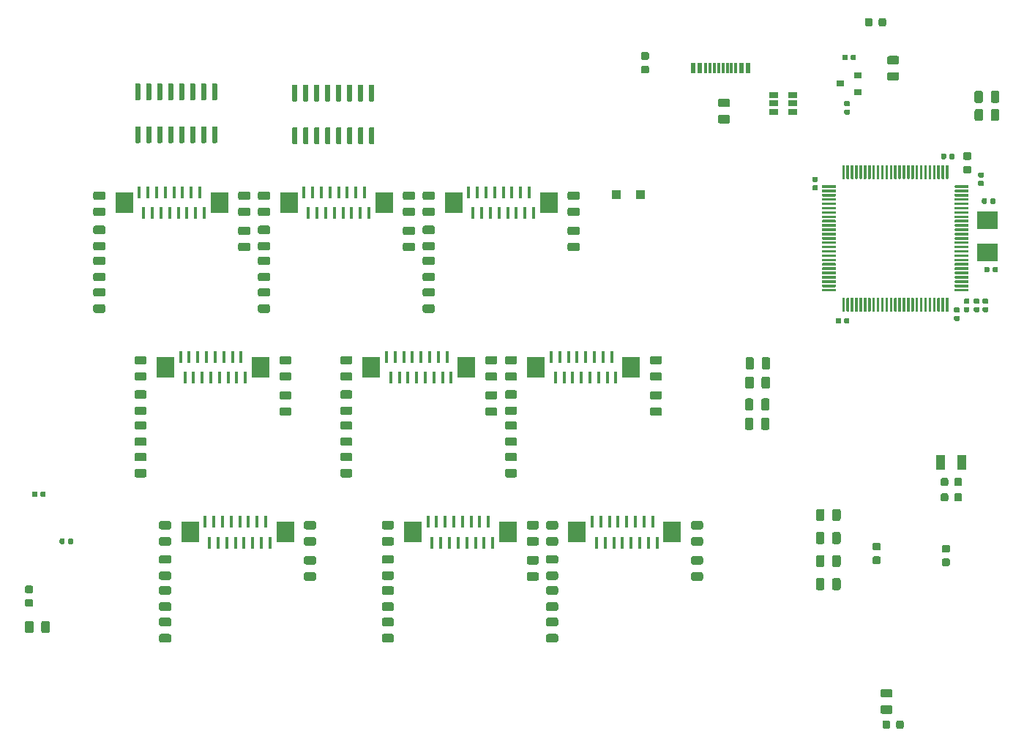
<source format=gbr>
%TF.GenerationSoftware,KiCad,Pcbnew,(5.1.5)-3*%
%TF.CreationDate,2021-02-26T11:52:20+01:00*%
%TF.ProjectId,poly_kb,706f6c79-5f6b-4622-9e6b-696361645f70,rev?*%
%TF.SameCoordinates,Original*%
%TF.FileFunction,Paste,Bot*%
%TF.FilePolarity,Positive*%
%FSLAX46Y46*%
G04 Gerber Fmt 4.6, Leading zero omitted, Abs format (unit mm)*
G04 Created by KiCad (PCBNEW (5.1.5)-3) date 2021-02-26 11:52:20*
%MOMM*%
%LPD*%
G04 APERTURE LIST*
%ADD10R,2.400000X2.000000*%
%ADD11R,0.900000X0.800000*%
%ADD12C,0.127000*%
%ADD13R,0.400000X1.400000*%
%ADD14R,2.000000X2.400000*%
%ADD15R,1.000000X1.800000*%
%ADD16R,0.600000X1.160000*%
%ADD17R,0.300000X1.160000*%
%ADD18R,1.100000X1.100000*%
%ADD19R,1.060000X0.650000*%
G04 APERTURE END LIST*
D10*
%TO.C,Y1*%
X141986000Y-69397000D03*
X141986000Y-73097000D03*
%TD*%
D11*
%TO.C,U2*%
X124984000Y-53594000D03*
X126984000Y-54544000D03*
X126984000Y-52644000D03*
%TD*%
D12*
%TO.C,R3*%
G36*
X131544142Y-52267174D02*
G01*
X131567803Y-52270684D01*
X131591007Y-52276496D01*
X131613529Y-52284554D01*
X131635153Y-52294782D01*
X131655670Y-52307079D01*
X131674883Y-52321329D01*
X131692607Y-52337393D01*
X131708671Y-52355117D01*
X131722921Y-52374330D01*
X131735218Y-52394847D01*
X131745446Y-52416471D01*
X131753504Y-52438993D01*
X131759316Y-52462197D01*
X131762826Y-52485858D01*
X131764000Y-52509750D01*
X131764000Y-52997250D01*
X131762826Y-53021142D01*
X131759316Y-53044803D01*
X131753504Y-53068007D01*
X131745446Y-53090529D01*
X131735218Y-53112153D01*
X131722921Y-53132670D01*
X131708671Y-53151883D01*
X131692607Y-53169607D01*
X131674883Y-53185671D01*
X131655670Y-53199921D01*
X131635153Y-53212218D01*
X131613529Y-53222446D01*
X131591007Y-53230504D01*
X131567803Y-53236316D01*
X131544142Y-53239826D01*
X131520250Y-53241000D01*
X130607750Y-53241000D01*
X130583858Y-53239826D01*
X130560197Y-53236316D01*
X130536993Y-53230504D01*
X130514471Y-53222446D01*
X130492847Y-53212218D01*
X130472330Y-53199921D01*
X130453117Y-53185671D01*
X130435393Y-53169607D01*
X130419329Y-53151883D01*
X130405079Y-53132670D01*
X130392782Y-53112153D01*
X130382554Y-53090529D01*
X130374496Y-53068007D01*
X130368684Y-53044803D01*
X130365174Y-53021142D01*
X130364000Y-52997250D01*
X130364000Y-52509750D01*
X130365174Y-52485858D01*
X130368684Y-52462197D01*
X130374496Y-52438993D01*
X130382554Y-52416471D01*
X130392782Y-52394847D01*
X130405079Y-52374330D01*
X130419329Y-52355117D01*
X130435393Y-52337393D01*
X130453117Y-52321329D01*
X130472330Y-52307079D01*
X130492847Y-52294782D01*
X130514471Y-52284554D01*
X130536993Y-52276496D01*
X130560197Y-52270684D01*
X130583858Y-52267174D01*
X130607750Y-52266000D01*
X131520250Y-52266000D01*
X131544142Y-52267174D01*
G37*
G36*
X131544142Y-50392174D02*
G01*
X131567803Y-50395684D01*
X131591007Y-50401496D01*
X131613529Y-50409554D01*
X131635153Y-50419782D01*
X131655670Y-50432079D01*
X131674883Y-50446329D01*
X131692607Y-50462393D01*
X131708671Y-50480117D01*
X131722921Y-50499330D01*
X131735218Y-50519847D01*
X131745446Y-50541471D01*
X131753504Y-50563993D01*
X131759316Y-50587197D01*
X131762826Y-50610858D01*
X131764000Y-50634750D01*
X131764000Y-51122250D01*
X131762826Y-51146142D01*
X131759316Y-51169803D01*
X131753504Y-51193007D01*
X131745446Y-51215529D01*
X131735218Y-51237153D01*
X131722921Y-51257670D01*
X131708671Y-51276883D01*
X131692607Y-51294607D01*
X131674883Y-51310671D01*
X131655670Y-51324921D01*
X131635153Y-51337218D01*
X131613529Y-51347446D01*
X131591007Y-51355504D01*
X131567803Y-51361316D01*
X131544142Y-51364826D01*
X131520250Y-51366000D01*
X130607750Y-51366000D01*
X130583858Y-51364826D01*
X130560197Y-51361316D01*
X130536993Y-51355504D01*
X130514471Y-51347446D01*
X130492847Y-51337218D01*
X130472330Y-51324921D01*
X130453117Y-51310671D01*
X130435393Y-51294607D01*
X130419329Y-51276883D01*
X130405079Y-51257670D01*
X130392782Y-51237153D01*
X130382554Y-51215529D01*
X130374496Y-51193007D01*
X130368684Y-51169803D01*
X130365174Y-51146142D01*
X130364000Y-51122250D01*
X130364000Y-50634750D01*
X130365174Y-50610858D01*
X130368684Y-50587197D01*
X130374496Y-50563993D01*
X130382554Y-50541471D01*
X130392782Y-50519847D01*
X130405079Y-50499330D01*
X130419329Y-50480117D01*
X130435393Y-50462393D01*
X130453117Y-50446329D01*
X130472330Y-50432079D01*
X130492847Y-50419782D01*
X130514471Y-50409554D01*
X130536993Y-50401496D01*
X130560197Y-50395684D01*
X130583858Y-50392174D01*
X130607750Y-50391000D01*
X131520250Y-50391000D01*
X131544142Y-50392174D01*
G37*
%TD*%
%TO.C,FB1*%
G36*
X111986142Y-55345174D02*
G01*
X112009803Y-55348684D01*
X112033007Y-55354496D01*
X112055529Y-55362554D01*
X112077153Y-55372782D01*
X112097670Y-55385079D01*
X112116883Y-55399329D01*
X112134607Y-55415393D01*
X112150671Y-55433117D01*
X112164921Y-55452330D01*
X112177218Y-55472847D01*
X112187446Y-55494471D01*
X112195504Y-55516993D01*
X112201316Y-55540197D01*
X112204826Y-55563858D01*
X112206000Y-55587750D01*
X112206000Y-56075250D01*
X112204826Y-56099142D01*
X112201316Y-56122803D01*
X112195504Y-56146007D01*
X112187446Y-56168529D01*
X112177218Y-56190153D01*
X112164921Y-56210670D01*
X112150671Y-56229883D01*
X112134607Y-56247607D01*
X112116883Y-56263671D01*
X112097670Y-56277921D01*
X112077153Y-56290218D01*
X112055529Y-56300446D01*
X112033007Y-56308504D01*
X112009803Y-56314316D01*
X111986142Y-56317826D01*
X111962250Y-56319000D01*
X111049750Y-56319000D01*
X111025858Y-56317826D01*
X111002197Y-56314316D01*
X110978993Y-56308504D01*
X110956471Y-56300446D01*
X110934847Y-56290218D01*
X110914330Y-56277921D01*
X110895117Y-56263671D01*
X110877393Y-56247607D01*
X110861329Y-56229883D01*
X110847079Y-56210670D01*
X110834782Y-56190153D01*
X110824554Y-56168529D01*
X110816496Y-56146007D01*
X110810684Y-56122803D01*
X110807174Y-56099142D01*
X110806000Y-56075250D01*
X110806000Y-55587750D01*
X110807174Y-55563858D01*
X110810684Y-55540197D01*
X110816496Y-55516993D01*
X110824554Y-55494471D01*
X110834782Y-55472847D01*
X110847079Y-55452330D01*
X110861329Y-55433117D01*
X110877393Y-55415393D01*
X110895117Y-55399329D01*
X110914330Y-55385079D01*
X110934847Y-55372782D01*
X110956471Y-55362554D01*
X110978993Y-55354496D01*
X111002197Y-55348684D01*
X111025858Y-55345174D01*
X111049750Y-55344000D01*
X111962250Y-55344000D01*
X111986142Y-55345174D01*
G37*
G36*
X111986142Y-57220174D02*
G01*
X112009803Y-57223684D01*
X112033007Y-57229496D01*
X112055529Y-57237554D01*
X112077153Y-57247782D01*
X112097670Y-57260079D01*
X112116883Y-57274329D01*
X112134607Y-57290393D01*
X112150671Y-57308117D01*
X112164921Y-57327330D01*
X112177218Y-57347847D01*
X112187446Y-57369471D01*
X112195504Y-57391993D01*
X112201316Y-57415197D01*
X112204826Y-57438858D01*
X112206000Y-57462750D01*
X112206000Y-57950250D01*
X112204826Y-57974142D01*
X112201316Y-57997803D01*
X112195504Y-58021007D01*
X112187446Y-58043529D01*
X112177218Y-58065153D01*
X112164921Y-58085670D01*
X112150671Y-58104883D01*
X112134607Y-58122607D01*
X112116883Y-58138671D01*
X112097670Y-58152921D01*
X112077153Y-58165218D01*
X112055529Y-58175446D01*
X112033007Y-58183504D01*
X112009803Y-58189316D01*
X111986142Y-58192826D01*
X111962250Y-58194000D01*
X111049750Y-58194000D01*
X111025858Y-58192826D01*
X111002197Y-58189316D01*
X110978993Y-58183504D01*
X110956471Y-58175446D01*
X110934847Y-58165218D01*
X110914330Y-58152921D01*
X110895117Y-58138671D01*
X110877393Y-58122607D01*
X110861329Y-58104883D01*
X110847079Y-58085670D01*
X110834782Y-58065153D01*
X110824554Y-58043529D01*
X110816496Y-58021007D01*
X110810684Y-57997803D01*
X110807174Y-57974142D01*
X110806000Y-57950250D01*
X110806000Y-57462750D01*
X110807174Y-57438858D01*
X110810684Y-57415197D01*
X110816496Y-57391993D01*
X110824554Y-57369471D01*
X110834782Y-57347847D01*
X110847079Y-57327330D01*
X110861329Y-57308117D01*
X110877393Y-57290393D01*
X110895117Y-57274329D01*
X110914330Y-57260079D01*
X110934847Y-57247782D01*
X110956471Y-57237554D01*
X110978993Y-57229496D01*
X111002197Y-57223684D01*
X111025858Y-57220174D01*
X111049750Y-57219000D01*
X111962250Y-57219000D01*
X111986142Y-57220174D01*
G37*
%TD*%
%TO.C,D4*%
G36*
X128484691Y-46008053D02*
G01*
X128505926Y-46011203D01*
X128526750Y-46016419D01*
X128546962Y-46023651D01*
X128566368Y-46032830D01*
X128584781Y-46043866D01*
X128602024Y-46056654D01*
X128617930Y-46071070D01*
X128632346Y-46086976D01*
X128645134Y-46104219D01*
X128656170Y-46122632D01*
X128665349Y-46142038D01*
X128672581Y-46162250D01*
X128677797Y-46183074D01*
X128680947Y-46204309D01*
X128682000Y-46225750D01*
X128682000Y-46738250D01*
X128680947Y-46759691D01*
X128677797Y-46780926D01*
X128672581Y-46801750D01*
X128665349Y-46821962D01*
X128656170Y-46841368D01*
X128645134Y-46859781D01*
X128632346Y-46877024D01*
X128617930Y-46892930D01*
X128602024Y-46907346D01*
X128584781Y-46920134D01*
X128566368Y-46931170D01*
X128546962Y-46940349D01*
X128526750Y-46947581D01*
X128505926Y-46952797D01*
X128484691Y-46955947D01*
X128463250Y-46957000D01*
X128025750Y-46957000D01*
X128004309Y-46955947D01*
X127983074Y-46952797D01*
X127962250Y-46947581D01*
X127942038Y-46940349D01*
X127922632Y-46931170D01*
X127904219Y-46920134D01*
X127886976Y-46907346D01*
X127871070Y-46892930D01*
X127856654Y-46877024D01*
X127843866Y-46859781D01*
X127832830Y-46841368D01*
X127823651Y-46821962D01*
X127816419Y-46801750D01*
X127811203Y-46780926D01*
X127808053Y-46759691D01*
X127807000Y-46738250D01*
X127807000Y-46225750D01*
X127808053Y-46204309D01*
X127811203Y-46183074D01*
X127816419Y-46162250D01*
X127823651Y-46142038D01*
X127832830Y-46122632D01*
X127843866Y-46104219D01*
X127856654Y-46086976D01*
X127871070Y-46071070D01*
X127886976Y-46056654D01*
X127904219Y-46043866D01*
X127922632Y-46032830D01*
X127942038Y-46023651D01*
X127962250Y-46016419D01*
X127983074Y-46011203D01*
X128004309Y-46008053D01*
X128025750Y-46007000D01*
X128463250Y-46007000D01*
X128484691Y-46008053D01*
G37*
G36*
X130059691Y-46008053D02*
G01*
X130080926Y-46011203D01*
X130101750Y-46016419D01*
X130121962Y-46023651D01*
X130141368Y-46032830D01*
X130159781Y-46043866D01*
X130177024Y-46056654D01*
X130192930Y-46071070D01*
X130207346Y-46086976D01*
X130220134Y-46104219D01*
X130231170Y-46122632D01*
X130240349Y-46142038D01*
X130247581Y-46162250D01*
X130252797Y-46183074D01*
X130255947Y-46204309D01*
X130257000Y-46225750D01*
X130257000Y-46738250D01*
X130255947Y-46759691D01*
X130252797Y-46780926D01*
X130247581Y-46801750D01*
X130240349Y-46821962D01*
X130231170Y-46841368D01*
X130220134Y-46859781D01*
X130207346Y-46877024D01*
X130192930Y-46892930D01*
X130177024Y-46907346D01*
X130159781Y-46920134D01*
X130141368Y-46931170D01*
X130121962Y-46940349D01*
X130101750Y-46947581D01*
X130080926Y-46952797D01*
X130059691Y-46955947D01*
X130038250Y-46957000D01*
X129600750Y-46957000D01*
X129579309Y-46955947D01*
X129558074Y-46952797D01*
X129537250Y-46947581D01*
X129517038Y-46940349D01*
X129497632Y-46931170D01*
X129479219Y-46920134D01*
X129461976Y-46907346D01*
X129446070Y-46892930D01*
X129431654Y-46877024D01*
X129418866Y-46859781D01*
X129407830Y-46841368D01*
X129398651Y-46821962D01*
X129391419Y-46801750D01*
X129386203Y-46780926D01*
X129383053Y-46759691D01*
X129382000Y-46738250D01*
X129382000Y-46225750D01*
X129383053Y-46204309D01*
X129386203Y-46183074D01*
X129391419Y-46162250D01*
X129398651Y-46142038D01*
X129407830Y-46122632D01*
X129418866Y-46104219D01*
X129431654Y-46086976D01*
X129446070Y-46071070D01*
X129461976Y-46056654D01*
X129479219Y-46043866D01*
X129497632Y-46032830D01*
X129517038Y-46023651D01*
X129537250Y-46016419D01*
X129558074Y-46011203D01*
X129579309Y-46008053D01*
X129600750Y-46007000D01*
X130038250Y-46007000D01*
X130059691Y-46008053D01*
G37*
%TD*%
%TO.C,C14*%
G36*
X125916958Y-55608710D02*
G01*
X125931276Y-55610834D01*
X125945317Y-55614351D01*
X125958946Y-55619228D01*
X125972031Y-55625417D01*
X125984447Y-55632858D01*
X125996073Y-55641481D01*
X126006798Y-55651202D01*
X126016519Y-55661927D01*
X126025142Y-55673553D01*
X126032583Y-55685969D01*
X126038772Y-55699054D01*
X126043649Y-55712683D01*
X126047166Y-55726724D01*
X126049290Y-55741042D01*
X126050000Y-55755500D01*
X126050000Y-56050500D01*
X126049290Y-56064958D01*
X126047166Y-56079276D01*
X126043649Y-56093317D01*
X126038772Y-56106946D01*
X126032583Y-56120031D01*
X126025142Y-56132447D01*
X126016519Y-56144073D01*
X126006798Y-56154798D01*
X125996073Y-56164519D01*
X125984447Y-56173142D01*
X125972031Y-56180583D01*
X125958946Y-56186772D01*
X125945317Y-56191649D01*
X125931276Y-56195166D01*
X125916958Y-56197290D01*
X125902500Y-56198000D01*
X125557500Y-56198000D01*
X125543042Y-56197290D01*
X125528724Y-56195166D01*
X125514683Y-56191649D01*
X125501054Y-56186772D01*
X125487969Y-56180583D01*
X125475553Y-56173142D01*
X125463927Y-56164519D01*
X125453202Y-56154798D01*
X125443481Y-56144073D01*
X125434858Y-56132447D01*
X125427417Y-56120031D01*
X125421228Y-56106946D01*
X125416351Y-56093317D01*
X125412834Y-56079276D01*
X125410710Y-56064958D01*
X125410000Y-56050500D01*
X125410000Y-55755500D01*
X125410710Y-55741042D01*
X125412834Y-55726724D01*
X125416351Y-55712683D01*
X125421228Y-55699054D01*
X125427417Y-55685969D01*
X125434858Y-55673553D01*
X125443481Y-55661927D01*
X125453202Y-55651202D01*
X125463927Y-55641481D01*
X125475553Y-55632858D01*
X125487969Y-55625417D01*
X125501054Y-55619228D01*
X125514683Y-55614351D01*
X125528724Y-55610834D01*
X125543042Y-55608710D01*
X125557500Y-55608000D01*
X125902500Y-55608000D01*
X125916958Y-55608710D01*
G37*
G36*
X125916958Y-56578710D02*
G01*
X125931276Y-56580834D01*
X125945317Y-56584351D01*
X125958946Y-56589228D01*
X125972031Y-56595417D01*
X125984447Y-56602858D01*
X125996073Y-56611481D01*
X126006798Y-56621202D01*
X126016519Y-56631927D01*
X126025142Y-56643553D01*
X126032583Y-56655969D01*
X126038772Y-56669054D01*
X126043649Y-56682683D01*
X126047166Y-56696724D01*
X126049290Y-56711042D01*
X126050000Y-56725500D01*
X126050000Y-57020500D01*
X126049290Y-57034958D01*
X126047166Y-57049276D01*
X126043649Y-57063317D01*
X126038772Y-57076946D01*
X126032583Y-57090031D01*
X126025142Y-57102447D01*
X126016519Y-57114073D01*
X126006798Y-57124798D01*
X125996073Y-57134519D01*
X125984447Y-57143142D01*
X125972031Y-57150583D01*
X125958946Y-57156772D01*
X125945317Y-57161649D01*
X125931276Y-57165166D01*
X125916958Y-57167290D01*
X125902500Y-57168000D01*
X125557500Y-57168000D01*
X125543042Y-57167290D01*
X125528724Y-57165166D01*
X125514683Y-57161649D01*
X125501054Y-57156772D01*
X125487969Y-57150583D01*
X125475553Y-57143142D01*
X125463927Y-57134519D01*
X125453202Y-57124798D01*
X125443481Y-57114073D01*
X125434858Y-57102447D01*
X125427417Y-57090031D01*
X125421228Y-57076946D01*
X125416351Y-57063317D01*
X125412834Y-57049276D01*
X125410710Y-57034958D01*
X125410000Y-57020500D01*
X125410000Y-56725500D01*
X125410710Y-56711042D01*
X125412834Y-56696724D01*
X125416351Y-56682683D01*
X125421228Y-56669054D01*
X125427417Y-56655969D01*
X125434858Y-56643553D01*
X125443481Y-56631927D01*
X125453202Y-56621202D01*
X125463927Y-56611481D01*
X125475553Y-56602858D01*
X125487969Y-56595417D01*
X125501054Y-56589228D01*
X125514683Y-56584351D01*
X125528724Y-56580834D01*
X125543042Y-56578710D01*
X125557500Y-56578000D01*
X125902500Y-56578000D01*
X125916958Y-56578710D01*
G37*
%TD*%
%TO.C,C13*%
G36*
X126630958Y-50226710D02*
G01*
X126645276Y-50228834D01*
X126659317Y-50232351D01*
X126672946Y-50237228D01*
X126686031Y-50243417D01*
X126698447Y-50250858D01*
X126710073Y-50259481D01*
X126720798Y-50269202D01*
X126730519Y-50279927D01*
X126739142Y-50291553D01*
X126746583Y-50303969D01*
X126752772Y-50317054D01*
X126757649Y-50330683D01*
X126761166Y-50344724D01*
X126763290Y-50359042D01*
X126764000Y-50373500D01*
X126764000Y-50718500D01*
X126763290Y-50732958D01*
X126761166Y-50747276D01*
X126757649Y-50761317D01*
X126752772Y-50774946D01*
X126746583Y-50788031D01*
X126739142Y-50800447D01*
X126730519Y-50812073D01*
X126720798Y-50822798D01*
X126710073Y-50832519D01*
X126698447Y-50841142D01*
X126686031Y-50848583D01*
X126672946Y-50854772D01*
X126659317Y-50859649D01*
X126645276Y-50863166D01*
X126630958Y-50865290D01*
X126616500Y-50866000D01*
X126321500Y-50866000D01*
X126307042Y-50865290D01*
X126292724Y-50863166D01*
X126278683Y-50859649D01*
X126265054Y-50854772D01*
X126251969Y-50848583D01*
X126239553Y-50841142D01*
X126227927Y-50832519D01*
X126217202Y-50822798D01*
X126207481Y-50812073D01*
X126198858Y-50800447D01*
X126191417Y-50788031D01*
X126185228Y-50774946D01*
X126180351Y-50761317D01*
X126176834Y-50747276D01*
X126174710Y-50732958D01*
X126174000Y-50718500D01*
X126174000Y-50373500D01*
X126174710Y-50359042D01*
X126176834Y-50344724D01*
X126180351Y-50330683D01*
X126185228Y-50317054D01*
X126191417Y-50303969D01*
X126198858Y-50291553D01*
X126207481Y-50279927D01*
X126217202Y-50269202D01*
X126227927Y-50259481D01*
X126239553Y-50250858D01*
X126251969Y-50243417D01*
X126265054Y-50237228D01*
X126278683Y-50232351D01*
X126292724Y-50228834D01*
X126307042Y-50226710D01*
X126321500Y-50226000D01*
X126616500Y-50226000D01*
X126630958Y-50226710D01*
G37*
G36*
X125660958Y-50226710D02*
G01*
X125675276Y-50228834D01*
X125689317Y-50232351D01*
X125702946Y-50237228D01*
X125716031Y-50243417D01*
X125728447Y-50250858D01*
X125740073Y-50259481D01*
X125750798Y-50269202D01*
X125760519Y-50279927D01*
X125769142Y-50291553D01*
X125776583Y-50303969D01*
X125782772Y-50317054D01*
X125787649Y-50330683D01*
X125791166Y-50344724D01*
X125793290Y-50359042D01*
X125794000Y-50373500D01*
X125794000Y-50718500D01*
X125793290Y-50732958D01*
X125791166Y-50747276D01*
X125787649Y-50761317D01*
X125782772Y-50774946D01*
X125776583Y-50788031D01*
X125769142Y-50800447D01*
X125760519Y-50812073D01*
X125750798Y-50822798D01*
X125740073Y-50832519D01*
X125728447Y-50841142D01*
X125716031Y-50848583D01*
X125702946Y-50854772D01*
X125689317Y-50859649D01*
X125675276Y-50863166D01*
X125660958Y-50865290D01*
X125646500Y-50866000D01*
X125351500Y-50866000D01*
X125337042Y-50865290D01*
X125322724Y-50863166D01*
X125308683Y-50859649D01*
X125295054Y-50854772D01*
X125281969Y-50848583D01*
X125269553Y-50841142D01*
X125257927Y-50832519D01*
X125247202Y-50822798D01*
X125237481Y-50812073D01*
X125228858Y-50800447D01*
X125221417Y-50788031D01*
X125215228Y-50774946D01*
X125210351Y-50761317D01*
X125206834Y-50747276D01*
X125204710Y-50732958D01*
X125204000Y-50718500D01*
X125204000Y-50373500D01*
X125204710Y-50359042D01*
X125206834Y-50344724D01*
X125210351Y-50330683D01*
X125215228Y-50317054D01*
X125221417Y-50303969D01*
X125228858Y-50291553D01*
X125237481Y-50279927D01*
X125247202Y-50269202D01*
X125257927Y-50259481D01*
X125269553Y-50250858D01*
X125281969Y-50243417D01*
X125295054Y-50237228D01*
X125308683Y-50232351D01*
X125322724Y-50228834D01*
X125337042Y-50226710D01*
X125351500Y-50226000D01*
X125646500Y-50226000D01*
X125660958Y-50226710D01*
G37*
%TD*%
%TO.C,C10*%
G36*
X142759958Y-66863710D02*
G01*
X142774276Y-66865834D01*
X142788317Y-66869351D01*
X142801946Y-66874228D01*
X142815031Y-66880417D01*
X142827447Y-66887858D01*
X142839073Y-66896481D01*
X142849798Y-66906202D01*
X142859519Y-66916927D01*
X142868142Y-66928553D01*
X142875583Y-66940969D01*
X142881772Y-66954054D01*
X142886649Y-66967683D01*
X142890166Y-66981724D01*
X142892290Y-66996042D01*
X142893000Y-67010500D01*
X142893000Y-67355500D01*
X142892290Y-67369958D01*
X142890166Y-67384276D01*
X142886649Y-67398317D01*
X142881772Y-67411946D01*
X142875583Y-67425031D01*
X142868142Y-67437447D01*
X142859519Y-67449073D01*
X142849798Y-67459798D01*
X142839073Y-67469519D01*
X142827447Y-67478142D01*
X142815031Y-67485583D01*
X142801946Y-67491772D01*
X142788317Y-67496649D01*
X142774276Y-67500166D01*
X142759958Y-67502290D01*
X142745500Y-67503000D01*
X142450500Y-67503000D01*
X142436042Y-67502290D01*
X142421724Y-67500166D01*
X142407683Y-67496649D01*
X142394054Y-67491772D01*
X142380969Y-67485583D01*
X142368553Y-67478142D01*
X142356927Y-67469519D01*
X142346202Y-67459798D01*
X142336481Y-67449073D01*
X142327858Y-67437447D01*
X142320417Y-67425031D01*
X142314228Y-67411946D01*
X142309351Y-67398317D01*
X142305834Y-67384276D01*
X142303710Y-67369958D01*
X142303000Y-67355500D01*
X142303000Y-67010500D01*
X142303710Y-66996042D01*
X142305834Y-66981724D01*
X142309351Y-66967683D01*
X142314228Y-66954054D01*
X142320417Y-66940969D01*
X142327858Y-66928553D01*
X142336481Y-66916927D01*
X142346202Y-66906202D01*
X142356927Y-66896481D01*
X142368553Y-66887858D01*
X142380969Y-66880417D01*
X142394054Y-66874228D01*
X142407683Y-66869351D01*
X142421724Y-66865834D01*
X142436042Y-66863710D01*
X142450500Y-66863000D01*
X142745500Y-66863000D01*
X142759958Y-66863710D01*
G37*
G36*
X141789958Y-66863710D02*
G01*
X141804276Y-66865834D01*
X141818317Y-66869351D01*
X141831946Y-66874228D01*
X141845031Y-66880417D01*
X141857447Y-66887858D01*
X141869073Y-66896481D01*
X141879798Y-66906202D01*
X141889519Y-66916927D01*
X141898142Y-66928553D01*
X141905583Y-66940969D01*
X141911772Y-66954054D01*
X141916649Y-66967683D01*
X141920166Y-66981724D01*
X141922290Y-66996042D01*
X141923000Y-67010500D01*
X141923000Y-67355500D01*
X141922290Y-67369958D01*
X141920166Y-67384276D01*
X141916649Y-67398317D01*
X141911772Y-67411946D01*
X141905583Y-67425031D01*
X141898142Y-67437447D01*
X141889519Y-67449073D01*
X141879798Y-67459798D01*
X141869073Y-67469519D01*
X141857447Y-67478142D01*
X141845031Y-67485583D01*
X141831946Y-67491772D01*
X141818317Y-67496649D01*
X141804276Y-67500166D01*
X141789958Y-67502290D01*
X141775500Y-67503000D01*
X141480500Y-67503000D01*
X141466042Y-67502290D01*
X141451724Y-67500166D01*
X141437683Y-67496649D01*
X141424054Y-67491772D01*
X141410969Y-67485583D01*
X141398553Y-67478142D01*
X141386927Y-67469519D01*
X141376202Y-67459798D01*
X141366481Y-67449073D01*
X141357858Y-67437447D01*
X141350417Y-67425031D01*
X141344228Y-67411946D01*
X141339351Y-67398317D01*
X141335834Y-67384276D01*
X141333710Y-67369958D01*
X141333000Y-67355500D01*
X141333000Y-67010500D01*
X141333710Y-66996042D01*
X141335834Y-66981724D01*
X141339351Y-66967683D01*
X141344228Y-66954054D01*
X141350417Y-66940969D01*
X141357858Y-66928553D01*
X141366481Y-66916927D01*
X141376202Y-66906202D01*
X141386927Y-66896481D01*
X141398553Y-66887858D01*
X141410969Y-66880417D01*
X141424054Y-66874228D01*
X141437683Y-66869351D01*
X141451724Y-66865834D01*
X141466042Y-66863710D01*
X141480500Y-66863000D01*
X141775500Y-66863000D01*
X141789958Y-66863710D01*
G37*
%TD*%
%TO.C,C9*%
G36*
X143039358Y-74788510D02*
G01*
X143053676Y-74790634D01*
X143067717Y-74794151D01*
X143081346Y-74799028D01*
X143094431Y-74805217D01*
X143106847Y-74812658D01*
X143118473Y-74821281D01*
X143129198Y-74831002D01*
X143138919Y-74841727D01*
X143147542Y-74853353D01*
X143154983Y-74865769D01*
X143161172Y-74878854D01*
X143166049Y-74892483D01*
X143169566Y-74906524D01*
X143171690Y-74920842D01*
X143172400Y-74935300D01*
X143172400Y-75280300D01*
X143171690Y-75294758D01*
X143169566Y-75309076D01*
X143166049Y-75323117D01*
X143161172Y-75336746D01*
X143154983Y-75349831D01*
X143147542Y-75362247D01*
X143138919Y-75373873D01*
X143129198Y-75384598D01*
X143118473Y-75394319D01*
X143106847Y-75402942D01*
X143094431Y-75410383D01*
X143081346Y-75416572D01*
X143067717Y-75421449D01*
X143053676Y-75424966D01*
X143039358Y-75427090D01*
X143024900Y-75427800D01*
X142729900Y-75427800D01*
X142715442Y-75427090D01*
X142701124Y-75424966D01*
X142687083Y-75421449D01*
X142673454Y-75416572D01*
X142660369Y-75410383D01*
X142647953Y-75402942D01*
X142636327Y-75394319D01*
X142625602Y-75384598D01*
X142615881Y-75373873D01*
X142607258Y-75362247D01*
X142599817Y-75349831D01*
X142593628Y-75336746D01*
X142588751Y-75323117D01*
X142585234Y-75309076D01*
X142583110Y-75294758D01*
X142582400Y-75280300D01*
X142582400Y-74935300D01*
X142583110Y-74920842D01*
X142585234Y-74906524D01*
X142588751Y-74892483D01*
X142593628Y-74878854D01*
X142599817Y-74865769D01*
X142607258Y-74853353D01*
X142615881Y-74841727D01*
X142625602Y-74831002D01*
X142636327Y-74821281D01*
X142647953Y-74812658D01*
X142660369Y-74805217D01*
X142673454Y-74799028D01*
X142687083Y-74794151D01*
X142701124Y-74790634D01*
X142715442Y-74788510D01*
X142729900Y-74787800D01*
X143024900Y-74787800D01*
X143039358Y-74788510D01*
G37*
G36*
X142069358Y-74788510D02*
G01*
X142083676Y-74790634D01*
X142097717Y-74794151D01*
X142111346Y-74799028D01*
X142124431Y-74805217D01*
X142136847Y-74812658D01*
X142148473Y-74821281D01*
X142159198Y-74831002D01*
X142168919Y-74841727D01*
X142177542Y-74853353D01*
X142184983Y-74865769D01*
X142191172Y-74878854D01*
X142196049Y-74892483D01*
X142199566Y-74906524D01*
X142201690Y-74920842D01*
X142202400Y-74935300D01*
X142202400Y-75280300D01*
X142201690Y-75294758D01*
X142199566Y-75309076D01*
X142196049Y-75323117D01*
X142191172Y-75336746D01*
X142184983Y-75349831D01*
X142177542Y-75362247D01*
X142168919Y-75373873D01*
X142159198Y-75384598D01*
X142148473Y-75394319D01*
X142136847Y-75402942D01*
X142124431Y-75410383D01*
X142111346Y-75416572D01*
X142097717Y-75421449D01*
X142083676Y-75424966D01*
X142069358Y-75427090D01*
X142054900Y-75427800D01*
X141759900Y-75427800D01*
X141745442Y-75427090D01*
X141731124Y-75424966D01*
X141717083Y-75421449D01*
X141703454Y-75416572D01*
X141690369Y-75410383D01*
X141677953Y-75402942D01*
X141666327Y-75394319D01*
X141655602Y-75384598D01*
X141645881Y-75373873D01*
X141637258Y-75362247D01*
X141629817Y-75349831D01*
X141623628Y-75336746D01*
X141618751Y-75323117D01*
X141615234Y-75309076D01*
X141613110Y-75294758D01*
X141612400Y-75280300D01*
X141612400Y-74935300D01*
X141613110Y-74920842D01*
X141615234Y-74906524D01*
X141618751Y-74892483D01*
X141623628Y-74878854D01*
X141629817Y-74865769D01*
X141637258Y-74853353D01*
X141645881Y-74841727D01*
X141655602Y-74831002D01*
X141666327Y-74821281D01*
X141677953Y-74812658D01*
X141690369Y-74805217D01*
X141703454Y-74799028D01*
X141717083Y-74794151D01*
X141731124Y-74790634D01*
X141745442Y-74788510D01*
X141759900Y-74787800D01*
X142054900Y-74787800D01*
X142069358Y-74788510D01*
G37*
%TD*%
D13*
%TO.C,J40*%
X58990000Y-106700000D03*
X58490000Y-104300000D03*
X57990000Y-106700000D03*
X57490000Y-104300000D03*
X56990000Y-106700000D03*
X56490000Y-104300000D03*
X55990000Y-106700000D03*
X55490000Y-104300000D03*
X54990000Y-106700000D03*
X54490000Y-104300000D03*
X53990000Y-106700000D03*
X53490000Y-104300000D03*
X52990000Y-106700000D03*
X52490000Y-104300000D03*
X51990000Y-106700000D03*
X51490000Y-104300000D03*
D14*
X60740000Y-105500000D03*
X49740000Y-105500000D03*
%TD*%
D13*
%TO.C,J34*%
X84750000Y-106700000D03*
X84250000Y-104300000D03*
X83750000Y-106700000D03*
X83250000Y-104300000D03*
X82750000Y-106700000D03*
X82250000Y-104300000D03*
X81750000Y-106700000D03*
X81250000Y-104300000D03*
X80750000Y-106700000D03*
X80250000Y-104300000D03*
X79750000Y-106700000D03*
X79250000Y-104300000D03*
X78750000Y-106700000D03*
X78250000Y-104300000D03*
X77750000Y-106700000D03*
X77250000Y-104300000D03*
D14*
X86500000Y-105500000D03*
X75500000Y-105500000D03*
%TD*%
D13*
%TO.C,J37*%
X103750000Y-106700000D03*
X103250000Y-104300000D03*
X102750000Y-106700000D03*
X102250000Y-104300000D03*
X101750000Y-106700000D03*
X101250000Y-104300000D03*
X100750000Y-106700000D03*
X100250000Y-104300000D03*
X99750000Y-106700000D03*
X99250000Y-104300000D03*
X98750000Y-106700000D03*
X98250000Y-104300000D03*
X97750000Y-106700000D03*
X97250000Y-104300000D03*
X96750000Y-106700000D03*
X96250000Y-104300000D03*
D14*
X105500000Y-105500000D03*
X94500000Y-105500000D03*
%TD*%
D13*
%TO.C,J22*%
X56137500Y-87610800D03*
X55637500Y-85210800D03*
X55137500Y-87610800D03*
X54637500Y-85210800D03*
X54137500Y-87610800D03*
X53637500Y-85210800D03*
X53137500Y-87610800D03*
X52637500Y-85210800D03*
X52137500Y-87610800D03*
X51637500Y-85210800D03*
X51137500Y-87610800D03*
X50637500Y-85210800D03*
X50137500Y-87610800D03*
X49637500Y-85210800D03*
X49137500Y-87610800D03*
X48637500Y-85210800D03*
D14*
X57887500Y-86410800D03*
X46887500Y-86410800D03*
%TD*%
D13*
%TO.C,J16*%
X79950000Y-87610800D03*
X79450000Y-85210800D03*
X78950000Y-87610800D03*
X78450000Y-85210800D03*
X77950000Y-87610800D03*
X77450000Y-85210800D03*
X76950000Y-87610800D03*
X76450000Y-85210800D03*
X75950000Y-87610800D03*
X75450000Y-85210800D03*
X74950000Y-87610800D03*
X74450000Y-85210800D03*
X73950000Y-87610800D03*
X73450000Y-85210800D03*
X72950000Y-87610800D03*
X72450000Y-85210800D03*
D14*
X81700000Y-86410800D03*
X70700000Y-86410800D03*
%TD*%
D13*
%TO.C,J19*%
X99000000Y-87610800D03*
X98500000Y-85210800D03*
X98000000Y-87610800D03*
X97500000Y-85210800D03*
X97000000Y-87610800D03*
X96500000Y-85210800D03*
X96000000Y-87610800D03*
X95500000Y-85210800D03*
X95000000Y-87610800D03*
X94500000Y-85210800D03*
X94000000Y-87610800D03*
X93500000Y-85210800D03*
X93000000Y-87610800D03*
X92500000Y-85210800D03*
X92000000Y-87610800D03*
X91500000Y-85210800D03*
D14*
X100750000Y-86410800D03*
X89750000Y-86410800D03*
%TD*%
D13*
%TO.C,J28*%
X89475000Y-68560800D03*
X88975000Y-66160800D03*
X88475000Y-68560800D03*
X87975000Y-66160800D03*
X87475000Y-68560800D03*
X86975000Y-66160800D03*
X86475000Y-68560800D03*
X85975000Y-66160800D03*
X85475000Y-68560800D03*
X84975000Y-66160800D03*
X84475000Y-68560800D03*
X83975000Y-66160800D03*
X83475000Y-68560800D03*
X82975000Y-66160800D03*
X82475000Y-68560800D03*
X81975000Y-66160800D03*
D14*
X91225000Y-67360800D03*
X80225000Y-67360800D03*
%TD*%
D13*
%TO.C,J25*%
X70425000Y-68560800D03*
X69925000Y-66160800D03*
X69425000Y-68560800D03*
X68925000Y-66160800D03*
X68425000Y-68560800D03*
X67925000Y-66160800D03*
X67425000Y-68560800D03*
X66925000Y-66160800D03*
X66425000Y-68560800D03*
X65925000Y-66160800D03*
X65425000Y-68560800D03*
X64925000Y-66160800D03*
X64425000Y-68560800D03*
X63925000Y-66160800D03*
X63425000Y-68560800D03*
X62925000Y-66160800D03*
D14*
X72175000Y-67360800D03*
X61175000Y-67360800D03*
%TD*%
%TO.C,J31*%
X42125000Y-67360800D03*
X53125000Y-67360800D03*
D13*
X43875000Y-66160800D03*
X44375000Y-68560800D03*
X44875000Y-66160800D03*
X45375000Y-68560800D03*
X45875000Y-66160800D03*
X46375000Y-68560800D03*
X46875000Y-66160800D03*
X47375000Y-68560800D03*
X47875000Y-66160800D03*
X48375000Y-68560800D03*
X48875000Y-66160800D03*
X49375000Y-68560800D03*
X49875000Y-66160800D03*
X50375000Y-68560800D03*
X50875000Y-66160800D03*
X51375000Y-68560800D03*
%TD*%
D12*
%TO.C,C71*%
G36*
X47338142Y-110042874D02*
G01*
X47361803Y-110046384D01*
X47385007Y-110052196D01*
X47407529Y-110060254D01*
X47429153Y-110070482D01*
X47449670Y-110082779D01*
X47468883Y-110097029D01*
X47486607Y-110113093D01*
X47502671Y-110130817D01*
X47516921Y-110150030D01*
X47529218Y-110170547D01*
X47539446Y-110192171D01*
X47547504Y-110214693D01*
X47553316Y-110237897D01*
X47556826Y-110261558D01*
X47558000Y-110285450D01*
X47558000Y-110772950D01*
X47556826Y-110796842D01*
X47553316Y-110820503D01*
X47547504Y-110843707D01*
X47539446Y-110866229D01*
X47529218Y-110887853D01*
X47516921Y-110908370D01*
X47502671Y-110927583D01*
X47486607Y-110945307D01*
X47468883Y-110961371D01*
X47449670Y-110975621D01*
X47429153Y-110987918D01*
X47407529Y-110998146D01*
X47385007Y-111006204D01*
X47361803Y-111012016D01*
X47338142Y-111015526D01*
X47314250Y-111016700D01*
X46401750Y-111016700D01*
X46377858Y-111015526D01*
X46354197Y-111012016D01*
X46330993Y-111006204D01*
X46308471Y-110998146D01*
X46286847Y-110987918D01*
X46266330Y-110975621D01*
X46247117Y-110961371D01*
X46229393Y-110945307D01*
X46213329Y-110927583D01*
X46199079Y-110908370D01*
X46186782Y-110887853D01*
X46176554Y-110866229D01*
X46168496Y-110843707D01*
X46162684Y-110820503D01*
X46159174Y-110796842D01*
X46158000Y-110772950D01*
X46158000Y-110285450D01*
X46159174Y-110261558D01*
X46162684Y-110237897D01*
X46168496Y-110214693D01*
X46176554Y-110192171D01*
X46186782Y-110170547D01*
X46199079Y-110150030D01*
X46213329Y-110130817D01*
X46229393Y-110113093D01*
X46247117Y-110097029D01*
X46266330Y-110082779D01*
X46286847Y-110070482D01*
X46308471Y-110060254D01*
X46330993Y-110052196D01*
X46354197Y-110046384D01*
X46377858Y-110042874D01*
X46401750Y-110041700D01*
X47314250Y-110041700D01*
X47338142Y-110042874D01*
G37*
G36*
X47338142Y-108167874D02*
G01*
X47361803Y-108171384D01*
X47385007Y-108177196D01*
X47407529Y-108185254D01*
X47429153Y-108195482D01*
X47449670Y-108207779D01*
X47468883Y-108222029D01*
X47486607Y-108238093D01*
X47502671Y-108255817D01*
X47516921Y-108275030D01*
X47529218Y-108295547D01*
X47539446Y-108317171D01*
X47547504Y-108339693D01*
X47553316Y-108362897D01*
X47556826Y-108386558D01*
X47558000Y-108410450D01*
X47558000Y-108897950D01*
X47556826Y-108921842D01*
X47553316Y-108945503D01*
X47547504Y-108968707D01*
X47539446Y-108991229D01*
X47529218Y-109012853D01*
X47516921Y-109033370D01*
X47502671Y-109052583D01*
X47486607Y-109070307D01*
X47468883Y-109086371D01*
X47449670Y-109100621D01*
X47429153Y-109112918D01*
X47407529Y-109123146D01*
X47385007Y-109131204D01*
X47361803Y-109137016D01*
X47338142Y-109140526D01*
X47314250Y-109141700D01*
X46401750Y-109141700D01*
X46377858Y-109140526D01*
X46354197Y-109137016D01*
X46330993Y-109131204D01*
X46308471Y-109123146D01*
X46286847Y-109112918D01*
X46266330Y-109100621D01*
X46247117Y-109086371D01*
X46229393Y-109070307D01*
X46213329Y-109052583D01*
X46199079Y-109033370D01*
X46186782Y-109012853D01*
X46176554Y-108991229D01*
X46168496Y-108968707D01*
X46162684Y-108945503D01*
X46159174Y-108921842D01*
X46158000Y-108897950D01*
X46158000Y-108410450D01*
X46159174Y-108386558D01*
X46162684Y-108362897D01*
X46168496Y-108339693D01*
X46176554Y-108317171D01*
X46186782Y-108295547D01*
X46199079Y-108275030D01*
X46213329Y-108255817D01*
X46229393Y-108238093D01*
X46247117Y-108222029D01*
X46266330Y-108207779D01*
X46286847Y-108195482D01*
X46308471Y-108185254D01*
X46330993Y-108177196D01*
X46354197Y-108171384D01*
X46377858Y-108167874D01*
X46401750Y-108166700D01*
X47314250Y-108166700D01*
X47338142Y-108167874D01*
G37*
%TD*%
%TO.C,C70*%
G36*
X47338142Y-104200874D02*
G01*
X47361803Y-104204384D01*
X47385007Y-104210196D01*
X47407529Y-104218254D01*
X47429153Y-104228482D01*
X47449670Y-104240779D01*
X47468883Y-104255029D01*
X47486607Y-104271093D01*
X47502671Y-104288817D01*
X47516921Y-104308030D01*
X47529218Y-104328547D01*
X47539446Y-104350171D01*
X47547504Y-104372693D01*
X47553316Y-104395897D01*
X47556826Y-104419558D01*
X47558000Y-104443450D01*
X47558000Y-104930950D01*
X47556826Y-104954842D01*
X47553316Y-104978503D01*
X47547504Y-105001707D01*
X47539446Y-105024229D01*
X47529218Y-105045853D01*
X47516921Y-105066370D01*
X47502671Y-105085583D01*
X47486607Y-105103307D01*
X47468883Y-105119371D01*
X47449670Y-105133621D01*
X47429153Y-105145918D01*
X47407529Y-105156146D01*
X47385007Y-105164204D01*
X47361803Y-105170016D01*
X47338142Y-105173526D01*
X47314250Y-105174700D01*
X46401750Y-105174700D01*
X46377858Y-105173526D01*
X46354197Y-105170016D01*
X46330993Y-105164204D01*
X46308471Y-105156146D01*
X46286847Y-105145918D01*
X46266330Y-105133621D01*
X46247117Y-105119371D01*
X46229393Y-105103307D01*
X46213329Y-105085583D01*
X46199079Y-105066370D01*
X46186782Y-105045853D01*
X46176554Y-105024229D01*
X46168496Y-105001707D01*
X46162684Y-104978503D01*
X46159174Y-104954842D01*
X46158000Y-104930950D01*
X46158000Y-104443450D01*
X46159174Y-104419558D01*
X46162684Y-104395897D01*
X46168496Y-104372693D01*
X46176554Y-104350171D01*
X46186782Y-104328547D01*
X46199079Y-104308030D01*
X46213329Y-104288817D01*
X46229393Y-104271093D01*
X46247117Y-104255029D01*
X46266330Y-104240779D01*
X46286847Y-104228482D01*
X46308471Y-104218254D01*
X46330993Y-104210196D01*
X46354197Y-104204384D01*
X46377858Y-104200874D01*
X46401750Y-104199700D01*
X47314250Y-104199700D01*
X47338142Y-104200874D01*
G37*
G36*
X47338142Y-106075874D02*
G01*
X47361803Y-106079384D01*
X47385007Y-106085196D01*
X47407529Y-106093254D01*
X47429153Y-106103482D01*
X47449670Y-106115779D01*
X47468883Y-106130029D01*
X47486607Y-106146093D01*
X47502671Y-106163817D01*
X47516921Y-106183030D01*
X47529218Y-106203547D01*
X47539446Y-106225171D01*
X47547504Y-106247693D01*
X47553316Y-106270897D01*
X47556826Y-106294558D01*
X47558000Y-106318450D01*
X47558000Y-106805950D01*
X47556826Y-106829842D01*
X47553316Y-106853503D01*
X47547504Y-106876707D01*
X47539446Y-106899229D01*
X47529218Y-106920853D01*
X47516921Y-106941370D01*
X47502671Y-106960583D01*
X47486607Y-106978307D01*
X47468883Y-106994371D01*
X47449670Y-107008621D01*
X47429153Y-107020918D01*
X47407529Y-107031146D01*
X47385007Y-107039204D01*
X47361803Y-107045016D01*
X47338142Y-107048526D01*
X47314250Y-107049700D01*
X46401750Y-107049700D01*
X46377858Y-107048526D01*
X46354197Y-107045016D01*
X46330993Y-107039204D01*
X46308471Y-107031146D01*
X46286847Y-107020918D01*
X46266330Y-107008621D01*
X46247117Y-106994371D01*
X46229393Y-106978307D01*
X46213329Y-106960583D01*
X46199079Y-106941370D01*
X46186782Y-106920853D01*
X46176554Y-106899229D01*
X46168496Y-106876707D01*
X46162684Y-106853503D01*
X46159174Y-106829842D01*
X46158000Y-106805950D01*
X46158000Y-106318450D01*
X46159174Y-106294558D01*
X46162684Y-106270897D01*
X46168496Y-106247693D01*
X46176554Y-106225171D01*
X46186782Y-106203547D01*
X46199079Y-106183030D01*
X46213329Y-106163817D01*
X46229393Y-106146093D01*
X46247117Y-106130029D01*
X46266330Y-106115779D01*
X46286847Y-106103482D01*
X46308471Y-106093254D01*
X46330993Y-106085196D01*
X46354197Y-106079384D01*
X46377858Y-106075874D01*
X46401750Y-106074700D01*
X47314250Y-106074700D01*
X47338142Y-106075874D01*
G37*
%TD*%
%TO.C,C69*%
G36*
X47338142Y-115402874D02*
G01*
X47361803Y-115406384D01*
X47385007Y-115412196D01*
X47407529Y-115420254D01*
X47429153Y-115430482D01*
X47449670Y-115442779D01*
X47468883Y-115457029D01*
X47486607Y-115473093D01*
X47502671Y-115490817D01*
X47516921Y-115510030D01*
X47529218Y-115530547D01*
X47539446Y-115552171D01*
X47547504Y-115574693D01*
X47553316Y-115597897D01*
X47556826Y-115621558D01*
X47558000Y-115645450D01*
X47558000Y-116132950D01*
X47556826Y-116156842D01*
X47553316Y-116180503D01*
X47547504Y-116203707D01*
X47539446Y-116226229D01*
X47529218Y-116247853D01*
X47516921Y-116268370D01*
X47502671Y-116287583D01*
X47486607Y-116305307D01*
X47468883Y-116321371D01*
X47449670Y-116335621D01*
X47429153Y-116347918D01*
X47407529Y-116358146D01*
X47385007Y-116366204D01*
X47361803Y-116372016D01*
X47338142Y-116375526D01*
X47314250Y-116376700D01*
X46401750Y-116376700D01*
X46377858Y-116375526D01*
X46354197Y-116372016D01*
X46330993Y-116366204D01*
X46308471Y-116358146D01*
X46286847Y-116347918D01*
X46266330Y-116335621D01*
X46247117Y-116321371D01*
X46229393Y-116305307D01*
X46213329Y-116287583D01*
X46199079Y-116268370D01*
X46186782Y-116247853D01*
X46176554Y-116226229D01*
X46168496Y-116203707D01*
X46162684Y-116180503D01*
X46159174Y-116156842D01*
X46158000Y-116132950D01*
X46158000Y-115645450D01*
X46159174Y-115621558D01*
X46162684Y-115597897D01*
X46168496Y-115574693D01*
X46176554Y-115552171D01*
X46186782Y-115530547D01*
X46199079Y-115510030D01*
X46213329Y-115490817D01*
X46229393Y-115473093D01*
X46247117Y-115457029D01*
X46266330Y-115442779D01*
X46286847Y-115430482D01*
X46308471Y-115420254D01*
X46330993Y-115412196D01*
X46354197Y-115406384D01*
X46377858Y-115402874D01*
X46401750Y-115401700D01*
X47314250Y-115401700D01*
X47338142Y-115402874D01*
G37*
G36*
X47338142Y-117277874D02*
G01*
X47361803Y-117281384D01*
X47385007Y-117287196D01*
X47407529Y-117295254D01*
X47429153Y-117305482D01*
X47449670Y-117317779D01*
X47468883Y-117332029D01*
X47486607Y-117348093D01*
X47502671Y-117365817D01*
X47516921Y-117385030D01*
X47529218Y-117405547D01*
X47539446Y-117427171D01*
X47547504Y-117449693D01*
X47553316Y-117472897D01*
X47556826Y-117496558D01*
X47558000Y-117520450D01*
X47558000Y-118007950D01*
X47556826Y-118031842D01*
X47553316Y-118055503D01*
X47547504Y-118078707D01*
X47539446Y-118101229D01*
X47529218Y-118122853D01*
X47516921Y-118143370D01*
X47502671Y-118162583D01*
X47486607Y-118180307D01*
X47468883Y-118196371D01*
X47449670Y-118210621D01*
X47429153Y-118222918D01*
X47407529Y-118233146D01*
X47385007Y-118241204D01*
X47361803Y-118247016D01*
X47338142Y-118250526D01*
X47314250Y-118251700D01*
X46401750Y-118251700D01*
X46377858Y-118250526D01*
X46354197Y-118247016D01*
X46330993Y-118241204D01*
X46308471Y-118233146D01*
X46286847Y-118222918D01*
X46266330Y-118210621D01*
X46247117Y-118196371D01*
X46229393Y-118180307D01*
X46213329Y-118162583D01*
X46199079Y-118143370D01*
X46186782Y-118122853D01*
X46176554Y-118101229D01*
X46168496Y-118078707D01*
X46162684Y-118055503D01*
X46159174Y-118031842D01*
X46158000Y-118007950D01*
X46158000Y-117520450D01*
X46159174Y-117496558D01*
X46162684Y-117472897D01*
X46168496Y-117449693D01*
X46176554Y-117427171D01*
X46186782Y-117405547D01*
X46199079Y-117385030D01*
X46213329Y-117365817D01*
X46229393Y-117348093D01*
X46247117Y-117332029D01*
X46266330Y-117317779D01*
X46286847Y-117305482D01*
X46308471Y-117295254D01*
X46330993Y-117287196D01*
X46354197Y-117281384D01*
X46377858Y-117277874D01*
X46401750Y-117276700D01*
X47314250Y-117276700D01*
X47338142Y-117277874D01*
G37*
%TD*%
%TO.C,C68*%
G36*
X47338142Y-113627874D02*
G01*
X47361803Y-113631384D01*
X47385007Y-113637196D01*
X47407529Y-113645254D01*
X47429153Y-113655482D01*
X47449670Y-113667779D01*
X47468883Y-113682029D01*
X47486607Y-113698093D01*
X47502671Y-113715817D01*
X47516921Y-113735030D01*
X47529218Y-113755547D01*
X47539446Y-113777171D01*
X47547504Y-113799693D01*
X47553316Y-113822897D01*
X47556826Y-113846558D01*
X47558000Y-113870450D01*
X47558000Y-114357950D01*
X47556826Y-114381842D01*
X47553316Y-114405503D01*
X47547504Y-114428707D01*
X47539446Y-114451229D01*
X47529218Y-114472853D01*
X47516921Y-114493370D01*
X47502671Y-114512583D01*
X47486607Y-114530307D01*
X47468883Y-114546371D01*
X47449670Y-114560621D01*
X47429153Y-114572918D01*
X47407529Y-114583146D01*
X47385007Y-114591204D01*
X47361803Y-114597016D01*
X47338142Y-114600526D01*
X47314250Y-114601700D01*
X46401750Y-114601700D01*
X46377858Y-114600526D01*
X46354197Y-114597016D01*
X46330993Y-114591204D01*
X46308471Y-114583146D01*
X46286847Y-114572918D01*
X46266330Y-114560621D01*
X46247117Y-114546371D01*
X46229393Y-114530307D01*
X46213329Y-114512583D01*
X46199079Y-114493370D01*
X46186782Y-114472853D01*
X46176554Y-114451229D01*
X46168496Y-114428707D01*
X46162684Y-114405503D01*
X46159174Y-114381842D01*
X46158000Y-114357950D01*
X46158000Y-113870450D01*
X46159174Y-113846558D01*
X46162684Y-113822897D01*
X46168496Y-113799693D01*
X46176554Y-113777171D01*
X46186782Y-113755547D01*
X46199079Y-113735030D01*
X46213329Y-113715817D01*
X46229393Y-113698093D01*
X46247117Y-113682029D01*
X46266330Y-113667779D01*
X46286847Y-113655482D01*
X46308471Y-113645254D01*
X46330993Y-113637196D01*
X46354197Y-113631384D01*
X46377858Y-113627874D01*
X46401750Y-113626700D01*
X47314250Y-113626700D01*
X47338142Y-113627874D01*
G37*
G36*
X47338142Y-111752874D02*
G01*
X47361803Y-111756384D01*
X47385007Y-111762196D01*
X47407529Y-111770254D01*
X47429153Y-111780482D01*
X47449670Y-111792779D01*
X47468883Y-111807029D01*
X47486607Y-111823093D01*
X47502671Y-111840817D01*
X47516921Y-111860030D01*
X47529218Y-111880547D01*
X47539446Y-111902171D01*
X47547504Y-111924693D01*
X47553316Y-111947897D01*
X47556826Y-111971558D01*
X47558000Y-111995450D01*
X47558000Y-112482950D01*
X47556826Y-112506842D01*
X47553316Y-112530503D01*
X47547504Y-112553707D01*
X47539446Y-112576229D01*
X47529218Y-112597853D01*
X47516921Y-112618370D01*
X47502671Y-112637583D01*
X47486607Y-112655307D01*
X47468883Y-112671371D01*
X47449670Y-112685621D01*
X47429153Y-112697918D01*
X47407529Y-112708146D01*
X47385007Y-112716204D01*
X47361803Y-112722016D01*
X47338142Y-112725526D01*
X47314250Y-112726700D01*
X46401750Y-112726700D01*
X46377858Y-112725526D01*
X46354197Y-112722016D01*
X46330993Y-112716204D01*
X46308471Y-112708146D01*
X46286847Y-112697918D01*
X46266330Y-112685621D01*
X46247117Y-112671371D01*
X46229393Y-112655307D01*
X46213329Y-112637583D01*
X46199079Y-112618370D01*
X46186782Y-112597853D01*
X46176554Y-112576229D01*
X46168496Y-112553707D01*
X46162684Y-112530503D01*
X46159174Y-112506842D01*
X46158000Y-112482950D01*
X46158000Y-111995450D01*
X46159174Y-111971558D01*
X46162684Y-111947897D01*
X46168496Y-111924693D01*
X46176554Y-111902171D01*
X46186782Y-111880547D01*
X46199079Y-111860030D01*
X46213329Y-111840817D01*
X46229393Y-111823093D01*
X46247117Y-111807029D01*
X46266330Y-111792779D01*
X46286847Y-111780482D01*
X46308471Y-111770254D01*
X46330993Y-111762196D01*
X46354197Y-111756384D01*
X46377858Y-111752874D01*
X46401750Y-111751700D01*
X47314250Y-111751700D01*
X47338142Y-111752874D01*
G37*
%TD*%
%TO.C,C67*%
G36*
X64102142Y-106075874D02*
G01*
X64125803Y-106079384D01*
X64149007Y-106085196D01*
X64171529Y-106093254D01*
X64193153Y-106103482D01*
X64213670Y-106115779D01*
X64232883Y-106130029D01*
X64250607Y-106146093D01*
X64266671Y-106163817D01*
X64280921Y-106183030D01*
X64293218Y-106203547D01*
X64303446Y-106225171D01*
X64311504Y-106247693D01*
X64317316Y-106270897D01*
X64320826Y-106294558D01*
X64322000Y-106318450D01*
X64322000Y-106805950D01*
X64320826Y-106829842D01*
X64317316Y-106853503D01*
X64311504Y-106876707D01*
X64303446Y-106899229D01*
X64293218Y-106920853D01*
X64280921Y-106941370D01*
X64266671Y-106960583D01*
X64250607Y-106978307D01*
X64232883Y-106994371D01*
X64213670Y-107008621D01*
X64193153Y-107020918D01*
X64171529Y-107031146D01*
X64149007Y-107039204D01*
X64125803Y-107045016D01*
X64102142Y-107048526D01*
X64078250Y-107049700D01*
X63165750Y-107049700D01*
X63141858Y-107048526D01*
X63118197Y-107045016D01*
X63094993Y-107039204D01*
X63072471Y-107031146D01*
X63050847Y-107020918D01*
X63030330Y-107008621D01*
X63011117Y-106994371D01*
X62993393Y-106978307D01*
X62977329Y-106960583D01*
X62963079Y-106941370D01*
X62950782Y-106920853D01*
X62940554Y-106899229D01*
X62932496Y-106876707D01*
X62926684Y-106853503D01*
X62923174Y-106829842D01*
X62922000Y-106805950D01*
X62922000Y-106318450D01*
X62923174Y-106294558D01*
X62926684Y-106270897D01*
X62932496Y-106247693D01*
X62940554Y-106225171D01*
X62950782Y-106203547D01*
X62963079Y-106183030D01*
X62977329Y-106163817D01*
X62993393Y-106146093D01*
X63011117Y-106130029D01*
X63030330Y-106115779D01*
X63050847Y-106103482D01*
X63072471Y-106093254D01*
X63094993Y-106085196D01*
X63118197Y-106079384D01*
X63141858Y-106075874D01*
X63165750Y-106074700D01*
X64078250Y-106074700D01*
X64102142Y-106075874D01*
G37*
G36*
X64102142Y-104200874D02*
G01*
X64125803Y-104204384D01*
X64149007Y-104210196D01*
X64171529Y-104218254D01*
X64193153Y-104228482D01*
X64213670Y-104240779D01*
X64232883Y-104255029D01*
X64250607Y-104271093D01*
X64266671Y-104288817D01*
X64280921Y-104308030D01*
X64293218Y-104328547D01*
X64303446Y-104350171D01*
X64311504Y-104372693D01*
X64317316Y-104395897D01*
X64320826Y-104419558D01*
X64322000Y-104443450D01*
X64322000Y-104930950D01*
X64320826Y-104954842D01*
X64317316Y-104978503D01*
X64311504Y-105001707D01*
X64303446Y-105024229D01*
X64293218Y-105045853D01*
X64280921Y-105066370D01*
X64266671Y-105085583D01*
X64250607Y-105103307D01*
X64232883Y-105119371D01*
X64213670Y-105133621D01*
X64193153Y-105145918D01*
X64171529Y-105156146D01*
X64149007Y-105164204D01*
X64125803Y-105170016D01*
X64102142Y-105173526D01*
X64078250Y-105174700D01*
X63165750Y-105174700D01*
X63141858Y-105173526D01*
X63118197Y-105170016D01*
X63094993Y-105164204D01*
X63072471Y-105156146D01*
X63050847Y-105145918D01*
X63030330Y-105133621D01*
X63011117Y-105119371D01*
X62993393Y-105103307D01*
X62977329Y-105085583D01*
X62963079Y-105066370D01*
X62950782Y-105045853D01*
X62940554Y-105024229D01*
X62932496Y-105001707D01*
X62926684Y-104978503D01*
X62923174Y-104954842D01*
X62922000Y-104930950D01*
X62922000Y-104443450D01*
X62923174Y-104419558D01*
X62926684Y-104395897D01*
X62932496Y-104372693D01*
X62940554Y-104350171D01*
X62950782Y-104328547D01*
X62963079Y-104308030D01*
X62977329Y-104288817D01*
X62993393Y-104271093D01*
X63011117Y-104255029D01*
X63030330Y-104240779D01*
X63050847Y-104228482D01*
X63072471Y-104218254D01*
X63094993Y-104210196D01*
X63118197Y-104204384D01*
X63141858Y-104200874D01*
X63165750Y-104199700D01*
X64078250Y-104199700D01*
X64102142Y-104200874D01*
G37*
%TD*%
%TO.C,C66*%
G36*
X64102142Y-110139874D02*
G01*
X64125803Y-110143384D01*
X64149007Y-110149196D01*
X64171529Y-110157254D01*
X64193153Y-110167482D01*
X64213670Y-110179779D01*
X64232883Y-110194029D01*
X64250607Y-110210093D01*
X64266671Y-110227817D01*
X64280921Y-110247030D01*
X64293218Y-110267547D01*
X64303446Y-110289171D01*
X64311504Y-110311693D01*
X64317316Y-110334897D01*
X64320826Y-110358558D01*
X64322000Y-110382450D01*
X64322000Y-110869950D01*
X64320826Y-110893842D01*
X64317316Y-110917503D01*
X64311504Y-110940707D01*
X64303446Y-110963229D01*
X64293218Y-110984853D01*
X64280921Y-111005370D01*
X64266671Y-111024583D01*
X64250607Y-111042307D01*
X64232883Y-111058371D01*
X64213670Y-111072621D01*
X64193153Y-111084918D01*
X64171529Y-111095146D01*
X64149007Y-111103204D01*
X64125803Y-111109016D01*
X64102142Y-111112526D01*
X64078250Y-111113700D01*
X63165750Y-111113700D01*
X63141858Y-111112526D01*
X63118197Y-111109016D01*
X63094993Y-111103204D01*
X63072471Y-111095146D01*
X63050847Y-111084918D01*
X63030330Y-111072621D01*
X63011117Y-111058371D01*
X62993393Y-111042307D01*
X62977329Y-111024583D01*
X62963079Y-111005370D01*
X62950782Y-110984853D01*
X62940554Y-110963229D01*
X62932496Y-110940707D01*
X62926684Y-110917503D01*
X62923174Y-110893842D01*
X62922000Y-110869950D01*
X62922000Y-110382450D01*
X62923174Y-110358558D01*
X62926684Y-110334897D01*
X62932496Y-110311693D01*
X62940554Y-110289171D01*
X62950782Y-110267547D01*
X62963079Y-110247030D01*
X62977329Y-110227817D01*
X62993393Y-110210093D01*
X63011117Y-110194029D01*
X63030330Y-110179779D01*
X63050847Y-110167482D01*
X63072471Y-110157254D01*
X63094993Y-110149196D01*
X63118197Y-110143384D01*
X63141858Y-110139874D01*
X63165750Y-110138700D01*
X64078250Y-110138700D01*
X64102142Y-110139874D01*
G37*
G36*
X64102142Y-108264874D02*
G01*
X64125803Y-108268384D01*
X64149007Y-108274196D01*
X64171529Y-108282254D01*
X64193153Y-108292482D01*
X64213670Y-108304779D01*
X64232883Y-108319029D01*
X64250607Y-108335093D01*
X64266671Y-108352817D01*
X64280921Y-108372030D01*
X64293218Y-108392547D01*
X64303446Y-108414171D01*
X64311504Y-108436693D01*
X64317316Y-108459897D01*
X64320826Y-108483558D01*
X64322000Y-108507450D01*
X64322000Y-108994950D01*
X64320826Y-109018842D01*
X64317316Y-109042503D01*
X64311504Y-109065707D01*
X64303446Y-109088229D01*
X64293218Y-109109853D01*
X64280921Y-109130370D01*
X64266671Y-109149583D01*
X64250607Y-109167307D01*
X64232883Y-109183371D01*
X64213670Y-109197621D01*
X64193153Y-109209918D01*
X64171529Y-109220146D01*
X64149007Y-109228204D01*
X64125803Y-109234016D01*
X64102142Y-109237526D01*
X64078250Y-109238700D01*
X63165750Y-109238700D01*
X63141858Y-109237526D01*
X63118197Y-109234016D01*
X63094993Y-109228204D01*
X63072471Y-109220146D01*
X63050847Y-109209918D01*
X63030330Y-109197621D01*
X63011117Y-109183371D01*
X62993393Y-109167307D01*
X62977329Y-109149583D01*
X62963079Y-109130370D01*
X62950782Y-109109853D01*
X62940554Y-109088229D01*
X62932496Y-109065707D01*
X62926684Y-109042503D01*
X62923174Y-109018842D01*
X62922000Y-108994950D01*
X62922000Y-108507450D01*
X62923174Y-108483558D01*
X62926684Y-108459897D01*
X62932496Y-108436693D01*
X62940554Y-108414171D01*
X62950782Y-108392547D01*
X62963079Y-108372030D01*
X62977329Y-108352817D01*
X62993393Y-108335093D01*
X63011117Y-108319029D01*
X63030330Y-108304779D01*
X63050847Y-108292482D01*
X63072471Y-108282254D01*
X63094993Y-108274196D01*
X63118197Y-108268384D01*
X63141858Y-108264874D01*
X63165750Y-108263700D01*
X64078250Y-108263700D01*
X64102142Y-108264874D01*
G37*
%TD*%
%TO.C,C65*%
G36*
X92098142Y-110042874D02*
G01*
X92121803Y-110046384D01*
X92145007Y-110052196D01*
X92167529Y-110060254D01*
X92189153Y-110070482D01*
X92209670Y-110082779D01*
X92228883Y-110097029D01*
X92246607Y-110113093D01*
X92262671Y-110130817D01*
X92276921Y-110150030D01*
X92289218Y-110170547D01*
X92299446Y-110192171D01*
X92307504Y-110214693D01*
X92313316Y-110237897D01*
X92316826Y-110261558D01*
X92318000Y-110285450D01*
X92318000Y-110772950D01*
X92316826Y-110796842D01*
X92313316Y-110820503D01*
X92307504Y-110843707D01*
X92299446Y-110866229D01*
X92289218Y-110887853D01*
X92276921Y-110908370D01*
X92262671Y-110927583D01*
X92246607Y-110945307D01*
X92228883Y-110961371D01*
X92209670Y-110975621D01*
X92189153Y-110987918D01*
X92167529Y-110998146D01*
X92145007Y-111006204D01*
X92121803Y-111012016D01*
X92098142Y-111015526D01*
X92074250Y-111016700D01*
X91161750Y-111016700D01*
X91137858Y-111015526D01*
X91114197Y-111012016D01*
X91090993Y-111006204D01*
X91068471Y-110998146D01*
X91046847Y-110987918D01*
X91026330Y-110975621D01*
X91007117Y-110961371D01*
X90989393Y-110945307D01*
X90973329Y-110927583D01*
X90959079Y-110908370D01*
X90946782Y-110887853D01*
X90936554Y-110866229D01*
X90928496Y-110843707D01*
X90922684Y-110820503D01*
X90919174Y-110796842D01*
X90918000Y-110772950D01*
X90918000Y-110285450D01*
X90919174Y-110261558D01*
X90922684Y-110237897D01*
X90928496Y-110214693D01*
X90936554Y-110192171D01*
X90946782Y-110170547D01*
X90959079Y-110150030D01*
X90973329Y-110130817D01*
X90989393Y-110113093D01*
X91007117Y-110097029D01*
X91026330Y-110082779D01*
X91046847Y-110070482D01*
X91068471Y-110060254D01*
X91090993Y-110052196D01*
X91114197Y-110046384D01*
X91137858Y-110042874D01*
X91161750Y-110041700D01*
X92074250Y-110041700D01*
X92098142Y-110042874D01*
G37*
G36*
X92098142Y-108167874D02*
G01*
X92121803Y-108171384D01*
X92145007Y-108177196D01*
X92167529Y-108185254D01*
X92189153Y-108195482D01*
X92209670Y-108207779D01*
X92228883Y-108222029D01*
X92246607Y-108238093D01*
X92262671Y-108255817D01*
X92276921Y-108275030D01*
X92289218Y-108295547D01*
X92299446Y-108317171D01*
X92307504Y-108339693D01*
X92313316Y-108362897D01*
X92316826Y-108386558D01*
X92318000Y-108410450D01*
X92318000Y-108897950D01*
X92316826Y-108921842D01*
X92313316Y-108945503D01*
X92307504Y-108968707D01*
X92299446Y-108991229D01*
X92289218Y-109012853D01*
X92276921Y-109033370D01*
X92262671Y-109052583D01*
X92246607Y-109070307D01*
X92228883Y-109086371D01*
X92209670Y-109100621D01*
X92189153Y-109112918D01*
X92167529Y-109123146D01*
X92145007Y-109131204D01*
X92121803Y-109137016D01*
X92098142Y-109140526D01*
X92074250Y-109141700D01*
X91161750Y-109141700D01*
X91137858Y-109140526D01*
X91114197Y-109137016D01*
X91090993Y-109131204D01*
X91068471Y-109123146D01*
X91046847Y-109112918D01*
X91026330Y-109100621D01*
X91007117Y-109086371D01*
X90989393Y-109070307D01*
X90973329Y-109052583D01*
X90959079Y-109033370D01*
X90946782Y-109012853D01*
X90936554Y-108991229D01*
X90928496Y-108968707D01*
X90922684Y-108945503D01*
X90919174Y-108921842D01*
X90918000Y-108897950D01*
X90918000Y-108410450D01*
X90919174Y-108386558D01*
X90922684Y-108362897D01*
X90928496Y-108339693D01*
X90936554Y-108317171D01*
X90946782Y-108295547D01*
X90959079Y-108275030D01*
X90973329Y-108255817D01*
X90989393Y-108238093D01*
X91007117Y-108222029D01*
X91026330Y-108207779D01*
X91046847Y-108195482D01*
X91068471Y-108185254D01*
X91090993Y-108177196D01*
X91114197Y-108171384D01*
X91137858Y-108167874D01*
X91161750Y-108166700D01*
X92074250Y-108166700D01*
X92098142Y-108167874D01*
G37*
%TD*%
%TO.C,C64*%
G36*
X92098142Y-104200874D02*
G01*
X92121803Y-104204384D01*
X92145007Y-104210196D01*
X92167529Y-104218254D01*
X92189153Y-104228482D01*
X92209670Y-104240779D01*
X92228883Y-104255029D01*
X92246607Y-104271093D01*
X92262671Y-104288817D01*
X92276921Y-104308030D01*
X92289218Y-104328547D01*
X92299446Y-104350171D01*
X92307504Y-104372693D01*
X92313316Y-104395897D01*
X92316826Y-104419558D01*
X92318000Y-104443450D01*
X92318000Y-104930950D01*
X92316826Y-104954842D01*
X92313316Y-104978503D01*
X92307504Y-105001707D01*
X92299446Y-105024229D01*
X92289218Y-105045853D01*
X92276921Y-105066370D01*
X92262671Y-105085583D01*
X92246607Y-105103307D01*
X92228883Y-105119371D01*
X92209670Y-105133621D01*
X92189153Y-105145918D01*
X92167529Y-105156146D01*
X92145007Y-105164204D01*
X92121803Y-105170016D01*
X92098142Y-105173526D01*
X92074250Y-105174700D01*
X91161750Y-105174700D01*
X91137858Y-105173526D01*
X91114197Y-105170016D01*
X91090993Y-105164204D01*
X91068471Y-105156146D01*
X91046847Y-105145918D01*
X91026330Y-105133621D01*
X91007117Y-105119371D01*
X90989393Y-105103307D01*
X90973329Y-105085583D01*
X90959079Y-105066370D01*
X90946782Y-105045853D01*
X90936554Y-105024229D01*
X90928496Y-105001707D01*
X90922684Y-104978503D01*
X90919174Y-104954842D01*
X90918000Y-104930950D01*
X90918000Y-104443450D01*
X90919174Y-104419558D01*
X90922684Y-104395897D01*
X90928496Y-104372693D01*
X90936554Y-104350171D01*
X90946782Y-104328547D01*
X90959079Y-104308030D01*
X90973329Y-104288817D01*
X90989393Y-104271093D01*
X91007117Y-104255029D01*
X91026330Y-104240779D01*
X91046847Y-104228482D01*
X91068471Y-104218254D01*
X91090993Y-104210196D01*
X91114197Y-104204384D01*
X91137858Y-104200874D01*
X91161750Y-104199700D01*
X92074250Y-104199700D01*
X92098142Y-104200874D01*
G37*
G36*
X92098142Y-106075874D02*
G01*
X92121803Y-106079384D01*
X92145007Y-106085196D01*
X92167529Y-106093254D01*
X92189153Y-106103482D01*
X92209670Y-106115779D01*
X92228883Y-106130029D01*
X92246607Y-106146093D01*
X92262671Y-106163817D01*
X92276921Y-106183030D01*
X92289218Y-106203547D01*
X92299446Y-106225171D01*
X92307504Y-106247693D01*
X92313316Y-106270897D01*
X92316826Y-106294558D01*
X92318000Y-106318450D01*
X92318000Y-106805950D01*
X92316826Y-106829842D01*
X92313316Y-106853503D01*
X92307504Y-106876707D01*
X92299446Y-106899229D01*
X92289218Y-106920853D01*
X92276921Y-106941370D01*
X92262671Y-106960583D01*
X92246607Y-106978307D01*
X92228883Y-106994371D01*
X92209670Y-107008621D01*
X92189153Y-107020918D01*
X92167529Y-107031146D01*
X92145007Y-107039204D01*
X92121803Y-107045016D01*
X92098142Y-107048526D01*
X92074250Y-107049700D01*
X91161750Y-107049700D01*
X91137858Y-107048526D01*
X91114197Y-107045016D01*
X91090993Y-107039204D01*
X91068471Y-107031146D01*
X91046847Y-107020918D01*
X91026330Y-107008621D01*
X91007117Y-106994371D01*
X90989393Y-106978307D01*
X90973329Y-106960583D01*
X90959079Y-106941370D01*
X90946782Y-106920853D01*
X90936554Y-106899229D01*
X90928496Y-106876707D01*
X90922684Y-106853503D01*
X90919174Y-106829842D01*
X90918000Y-106805950D01*
X90918000Y-106318450D01*
X90919174Y-106294558D01*
X90922684Y-106270897D01*
X90928496Y-106247693D01*
X90936554Y-106225171D01*
X90946782Y-106203547D01*
X90959079Y-106183030D01*
X90973329Y-106163817D01*
X90989393Y-106146093D01*
X91007117Y-106130029D01*
X91026330Y-106115779D01*
X91046847Y-106103482D01*
X91068471Y-106093254D01*
X91090993Y-106085196D01*
X91114197Y-106079384D01*
X91137858Y-106075874D01*
X91161750Y-106074700D01*
X92074250Y-106074700D01*
X92098142Y-106075874D01*
G37*
%TD*%
%TO.C,C63*%
G36*
X92098142Y-115402874D02*
G01*
X92121803Y-115406384D01*
X92145007Y-115412196D01*
X92167529Y-115420254D01*
X92189153Y-115430482D01*
X92209670Y-115442779D01*
X92228883Y-115457029D01*
X92246607Y-115473093D01*
X92262671Y-115490817D01*
X92276921Y-115510030D01*
X92289218Y-115530547D01*
X92299446Y-115552171D01*
X92307504Y-115574693D01*
X92313316Y-115597897D01*
X92316826Y-115621558D01*
X92318000Y-115645450D01*
X92318000Y-116132950D01*
X92316826Y-116156842D01*
X92313316Y-116180503D01*
X92307504Y-116203707D01*
X92299446Y-116226229D01*
X92289218Y-116247853D01*
X92276921Y-116268370D01*
X92262671Y-116287583D01*
X92246607Y-116305307D01*
X92228883Y-116321371D01*
X92209670Y-116335621D01*
X92189153Y-116347918D01*
X92167529Y-116358146D01*
X92145007Y-116366204D01*
X92121803Y-116372016D01*
X92098142Y-116375526D01*
X92074250Y-116376700D01*
X91161750Y-116376700D01*
X91137858Y-116375526D01*
X91114197Y-116372016D01*
X91090993Y-116366204D01*
X91068471Y-116358146D01*
X91046847Y-116347918D01*
X91026330Y-116335621D01*
X91007117Y-116321371D01*
X90989393Y-116305307D01*
X90973329Y-116287583D01*
X90959079Y-116268370D01*
X90946782Y-116247853D01*
X90936554Y-116226229D01*
X90928496Y-116203707D01*
X90922684Y-116180503D01*
X90919174Y-116156842D01*
X90918000Y-116132950D01*
X90918000Y-115645450D01*
X90919174Y-115621558D01*
X90922684Y-115597897D01*
X90928496Y-115574693D01*
X90936554Y-115552171D01*
X90946782Y-115530547D01*
X90959079Y-115510030D01*
X90973329Y-115490817D01*
X90989393Y-115473093D01*
X91007117Y-115457029D01*
X91026330Y-115442779D01*
X91046847Y-115430482D01*
X91068471Y-115420254D01*
X91090993Y-115412196D01*
X91114197Y-115406384D01*
X91137858Y-115402874D01*
X91161750Y-115401700D01*
X92074250Y-115401700D01*
X92098142Y-115402874D01*
G37*
G36*
X92098142Y-117277874D02*
G01*
X92121803Y-117281384D01*
X92145007Y-117287196D01*
X92167529Y-117295254D01*
X92189153Y-117305482D01*
X92209670Y-117317779D01*
X92228883Y-117332029D01*
X92246607Y-117348093D01*
X92262671Y-117365817D01*
X92276921Y-117385030D01*
X92289218Y-117405547D01*
X92299446Y-117427171D01*
X92307504Y-117449693D01*
X92313316Y-117472897D01*
X92316826Y-117496558D01*
X92318000Y-117520450D01*
X92318000Y-118007950D01*
X92316826Y-118031842D01*
X92313316Y-118055503D01*
X92307504Y-118078707D01*
X92299446Y-118101229D01*
X92289218Y-118122853D01*
X92276921Y-118143370D01*
X92262671Y-118162583D01*
X92246607Y-118180307D01*
X92228883Y-118196371D01*
X92209670Y-118210621D01*
X92189153Y-118222918D01*
X92167529Y-118233146D01*
X92145007Y-118241204D01*
X92121803Y-118247016D01*
X92098142Y-118250526D01*
X92074250Y-118251700D01*
X91161750Y-118251700D01*
X91137858Y-118250526D01*
X91114197Y-118247016D01*
X91090993Y-118241204D01*
X91068471Y-118233146D01*
X91046847Y-118222918D01*
X91026330Y-118210621D01*
X91007117Y-118196371D01*
X90989393Y-118180307D01*
X90973329Y-118162583D01*
X90959079Y-118143370D01*
X90946782Y-118122853D01*
X90936554Y-118101229D01*
X90928496Y-118078707D01*
X90922684Y-118055503D01*
X90919174Y-118031842D01*
X90918000Y-118007950D01*
X90918000Y-117520450D01*
X90919174Y-117496558D01*
X90922684Y-117472897D01*
X90928496Y-117449693D01*
X90936554Y-117427171D01*
X90946782Y-117405547D01*
X90959079Y-117385030D01*
X90973329Y-117365817D01*
X90989393Y-117348093D01*
X91007117Y-117332029D01*
X91026330Y-117317779D01*
X91046847Y-117305482D01*
X91068471Y-117295254D01*
X91090993Y-117287196D01*
X91114197Y-117281384D01*
X91137858Y-117277874D01*
X91161750Y-117276700D01*
X92074250Y-117276700D01*
X92098142Y-117277874D01*
G37*
%TD*%
%TO.C,C62*%
G36*
X92098142Y-113627874D02*
G01*
X92121803Y-113631384D01*
X92145007Y-113637196D01*
X92167529Y-113645254D01*
X92189153Y-113655482D01*
X92209670Y-113667779D01*
X92228883Y-113682029D01*
X92246607Y-113698093D01*
X92262671Y-113715817D01*
X92276921Y-113735030D01*
X92289218Y-113755547D01*
X92299446Y-113777171D01*
X92307504Y-113799693D01*
X92313316Y-113822897D01*
X92316826Y-113846558D01*
X92318000Y-113870450D01*
X92318000Y-114357950D01*
X92316826Y-114381842D01*
X92313316Y-114405503D01*
X92307504Y-114428707D01*
X92299446Y-114451229D01*
X92289218Y-114472853D01*
X92276921Y-114493370D01*
X92262671Y-114512583D01*
X92246607Y-114530307D01*
X92228883Y-114546371D01*
X92209670Y-114560621D01*
X92189153Y-114572918D01*
X92167529Y-114583146D01*
X92145007Y-114591204D01*
X92121803Y-114597016D01*
X92098142Y-114600526D01*
X92074250Y-114601700D01*
X91161750Y-114601700D01*
X91137858Y-114600526D01*
X91114197Y-114597016D01*
X91090993Y-114591204D01*
X91068471Y-114583146D01*
X91046847Y-114572918D01*
X91026330Y-114560621D01*
X91007117Y-114546371D01*
X90989393Y-114530307D01*
X90973329Y-114512583D01*
X90959079Y-114493370D01*
X90946782Y-114472853D01*
X90936554Y-114451229D01*
X90928496Y-114428707D01*
X90922684Y-114405503D01*
X90919174Y-114381842D01*
X90918000Y-114357950D01*
X90918000Y-113870450D01*
X90919174Y-113846558D01*
X90922684Y-113822897D01*
X90928496Y-113799693D01*
X90936554Y-113777171D01*
X90946782Y-113755547D01*
X90959079Y-113735030D01*
X90973329Y-113715817D01*
X90989393Y-113698093D01*
X91007117Y-113682029D01*
X91026330Y-113667779D01*
X91046847Y-113655482D01*
X91068471Y-113645254D01*
X91090993Y-113637196D01*
X91114197Y-113631384D01*
X91137858Y-113627874D01*
X91161750Y-113626700D01*
X92074250Y-113626700D01*
X92098142Y-113627874D01*
G37*
G36*
X92098142Y-111752874D02*
G01*
X92121803Y-111756384D01*
X92145007Y-111762196D01*
X92167529Y-111770254D01*
X92189153Y-111780482D01*
X92209670Y-111792779D01*
X92228883Y-111807029D01*
X92246607Y-111823093D01*
X92262671Y-111840817D01*
X92276921Y-111860030D01*
X92289218Y-111880547D01*
X92299446Y-111902171D01*
X92307504Y-111924693D01*
X92313316Y-111947897D01*
X92316826Y-111971558D01*
X92318000Y-111995450D01*
X92318000Y-112482950D01*
X92316826Y-112506842D01*
X92313316Y-112530503D01*
X92307504Y-112553707D01*
X92299446Y-112576229D01*
X92289218Y-112597853D01*
X92276921Y-112618370D01*
X92262671Y-112637583D01*
X92246607Y-112655307D01*
X92228883Y-112671371D01*
X92209670Y-112685621D01*
X92189153Y-112697918D01*
X92167529Y-112708146D01*
X92145007Y-112716204D01*
X92121803Y-112722016D01*
X92098142Y-112725526D01*
X92074250Y-112726700D01*
X91161750Y-112726700D01*
X91137858Y-112725526D01*
X91114197Y-112722016D01*
X91090993Y-112716204D01*
X91068471Y-112708146D01*
X91046847Y-112697918D01*
X91026330Y-112685621D01*
X91007117Y-112671371D01*
X90989393Y-112655307D01*
X90973329Y-112637583D01*
X90959079Y-112618370D01*
X90946782Y-112597853D01*
X90936554Y-112576229D01*
X90928496Y-112553707D01*
X90922684Y-112530503D01*
X90919174Y-112506842D01*
X90918000Y-112482950D01*
X90918000Y-111995450D01*
X90919174Y-111971558D01*
X90922684Y-111947897D01*
X90928496Y-111924693D01*
X90936554Y-111902171D01*
X90946782Y-111880547D01*
X90959079Y-111860030D01*
X90973329Y-111840817D01*
X90989393Y-111823093D01*
X91007117Y-111807029D01*
X91026330Y-111792779D01*
X91046847Y-111780482D01*
X91068471Y-111770254D01*
X91090993Y-111762196D01*
X91114197Y-111756384D01*
X91137858Y-111752874D01*
X91161750Y-111751700D01*
X92074250Y-111751700D01*
X92098142Y-111752874D01*
G37*
%TD*%
%TO.C,C61*%
G36*
X108862142Y-106075874D02*
G01*
X108885803Y-106079384D01*
X108909007Y-106085196D01*
X108931529Y-106093254D01*
X108953153Y-106103482D01*
X108973670Y-106115779D01*
X108992883Y-106130029D01*
X109010607Y-106146093D01*
X109026671Y-106163817D01*
X109040921Y-106183030D01*
X109053218Y-106203547D01*
X109063446Y-106225171D01*
X109071504Y-106247693D01*
X109077316Y-106270897D01*
X109080826Y-106294558D01*
X109082000Y-106318450D01*
X109082000Y-106805950D01*
X109080826Y-106829842D01*
X109077316Y-106853503D01*
X109071504Y-106876707D01*
X109063446Y-106899229D01*
X109053218Y-106920853D01*
X109040921Y-106941370D01*
X109026671Y-106960583D01*
X109010607Y-106978307D01*
X108992883Y-106994371D01*
X108973670Y-107008621D01*
X108953153Y-107020918D01*
X108931529Y-107031146D01*
X108909007Y-107039204D01*
X108885803Y-107045016D01*
X108862142Y-107048526D01*
X108838250Y-107049700D01*
X107925750Y-107049700D01*
X107901858Y-107048526D01*
X107878197Y-107045016D01*
X107854993Y-107039204D01*
X107832471Y-107031146D01*
X107810847Y-107020918D01*
X107790330Y-107008621D01*
X107771117Y-106994371D01*
X107753393Y-106978307D01*
X107737329Y-106960583D01*
X107723079Y-106941370D01*
X107710782Y-106920853D01*
X107700554Y-106899229D01*
X107692496Y-106876707D01*
X107686684Y-106853503D01*
X107683174Y-106829842D01*
X107682000Y-106805950D01*
X107682000Y-106318450D01*
X107683174Y-106294558D01*
X107686684Y-106270897D01*
X107692496Y-106247693D01*
X107700554Y-106225171D01*
X107710782Y-106203547D01*
X107723079Y-106183030D01*
X107737329Y-106163817D01*
X107753393Y-106146093D01*
X107771117Y-106130029D01*
X107790330Y-106115779D01*
X107810847Y-106103482D01*
X107832471Y-106093254D01*
X107854993Y-106085196D01*
X107878197Y-106079384D01*
X107901858Y-106075874D01*
X107925750Y-106074700D01*
X108838250Y-106074700D01*
X108862142Y-106075874D01*
G37*
G36*
X108862142Y-104200874D02*
G01*
X108885803Y-104204384D01*
X108909007Y-104210196D01*
X108931529Y-104218254D01*
X108953153Y-104228482D01*
X108973670Y-104240779D01*
X108992883Y-104255029D01*
X109010607Y-104271093D01*
X109026671Y-104288817D01*
X109040921Y-104308030D01*
X109053218Y-104328547D01*
X109063446Y-104350171D01*
X109071504Y-104372693D01*
X109077316Y-104395897D01*
X109080826Y-104419558D01*
X109082000Y-104443450D01*
X109082000Y-104930950D01*
X109080826Y-104954842D01*
X109077316Y-104978503D01*
X109071504Y-105001707D01*
X109063446Y-105024229D01*
X109053218Y-105045853D01*
X109040921Y-105066370D01*
X109026671Y-105085583D01*
X109010607Y-105103307D01*
X108992883Y-105119371D01*
X108973670Y-105133621D01*
X108953153Y-105145918D01*
X108931529Y-105156146D01*
X108909007Y-105164204D01*
X108885803Y-105170016D01*
X108862142Y-105173526D01*
X108838250Y-105174700D01*
X107925750Y-105174700D01*
X107901858Y-105173526D01*
X107878197Y-105170016D01*
X107854993Y-105164204D01*
X107832471Y-105156146D01*
X107810847Y-105145918D01*
X107790330Y-105133621D01*
X107771117Y-105119371D01*
X107753393Y-105103307D01*
X107737329Y-105085583D01*
X107723079Y-105066370D01*
X107710782Y-105045853D01*
X107700554Y-105024229D01*
X107692496Y-105001707D01*
X107686684Y-104978503D01*
X107683174Y-104954842D01*
X107682000Y-104930950D01*
X107682000Y-104443450D01*
X107683174Y-104419558D01*
X107686684Y-104395897D01*
X107692496Y-104372693D01*
X107700554Y-104350171D01*
X107710782Y-104328547D01*
X107723079Y-104308030D01*
X107737329Y-104288817D01*
X107753393Y-104271093D01*
X107771117Y-104255029D01*
X107790330Y-104240779D01*
X107810847Y-104228482D01*
X107832471Y-104218254D01*
X107854993Y-104210196D01*
X107878197Y-104204384D01*
X107901858Y-104200874D01*
X107925750Y-104199700D01*
X108838250Y-104199700D01*
X108862142Y-104200874D01*
G37*
%TD*%
%TO.C,C60*%
G36*
X108862142Y-110139874D02*
G01*
X108885803Y-110143384D01*
X108909007Y-110149196D01*
X108931529Y-110157254D01*
X108953153Y-110167482D01*
X108973670Y-110179779D01*
X108992883Y-110194029D01*
X109010607Y-110210093D01*
X109026671Y-110227817D01*
X109040921Y-110247030D01*
X109053218Y-110267547D01*
X109063446Y-110289171D01*
X109071504Y-110311693D01*
X109077316Y-110334897D01*
X109080826Y-110358558D01*
X109082000Y-110382450D01*
X109082000Y-110869950D01*
X109080826Y-110893842D01*
X109077316Y-110917503D01*
X109071504Y-110940707D01*
X109063446Y-110963229D01*
X109053218Y-110984853D01*
X109040921Y-111005370D01*
X109026671Y-111024583D01*
X109010607Y-111042307D01*
X108992883Y-111058371D01*
X108973670Y-111072621D01*
X108953153Y-111084918D01*
X108931529Y-111095146D01*
X108909007Y-111103204D01*
X108885803Y-111109016D01*
X108862142Y-111112526D01*
X108838250Y-111113700D01*
X107925750Y-111113700D01*
X107901858Y-111112526D01*
X107878197Y-111109016D01*
X107854993Y-111103204D01*
X107832471Y-111095146D01*
X107810847Y-111084918D01*
X107790330Y-111072621D01*
X107771117Y-111058371D01*
X107753393Y-111042307D01*
X107737329Y-111024583D01*
X107723079Y-111005370D01*
X107710782Y-110984853D01*
X107700554Y-110963229D01*
X107692496Y-110940707D01*
X107686684Y-110917503D01*
X107683174Y-110893842D01*
X107682000Y-110869950D01*
X107682000Y-110382450D01*
X107683174Y-110358558D01*
X107686684Y-110334897D01*
X107692496Y-110311693D01*
X107700554Y-110289171D01*
X107710782Y-110267547D01*
X107723079Y-110247030D01*
X107737329Y-110227817D01*
X107753393Y-110210093D01*
X107771117Y-110194029D01*
X107790330Y-110179779D01*
X107810847Y-110167482D01*
X107832471Y-110157254D01*
X107854993Y-110149196D01*
X107878197Y-110143384D01*
X107901858Y-110139874D01*
X107925750Y-110138700D01*
X108838250Y-110138700D01*
X108862142Y-110139874D01*
G37*
G36*
X108862142Y-108264874D02*
G01*
X108885803Y-108268384D01*
X108909007Y-108274196D01*
X108931529Y-108282254D01*
X108953153Y-108292482D01*
X108973670Y-108304779D01*
X108992883Y-108319029D01*
X109010607Y-108335093D01*
X109026671Y-108352817D01*
X109040921Y-108372030D01*
X109053218Y-108392547D01*
X109063446Y-108414171D01*
X109071504Y-108436693D01*
X109077316Y-108459897D01*
X109080826Y-108483558D01*
X109082000Y-108507450D01*
X109082000Y-108994950D01*
X109080826Y-109018842D01*
X109077316Y-109042503D01*
X109071504Y-109065707D01*
X109063446Y-109088229D01*
X109053218Y-109109853D01*
X109040921Y-109130370D01*
X109026671Y-109149583D01*
X109010607Y-109167307D01*
X108992883Y-109183371D01*
X108973670Y-109197621D01*
X108953153Y-109209918D01*
X108931529Y-109220146D01*
X108909007Y-109228204D01*
X108885803Y-109234016D01*
X108862142Y-109237526D01*
X108838250Y-109238700D01*
X107925750Y-109238700D01*
X107901858Y-109237526D01*
X107878197Y-109234016D01*
X107854993Y-109228204D01*
X107832471Y-109220146D01*
X107810847Y-109209918D01*
X107790330Y-109197621D01*
X107771117Y-109183371D01*
X107753393Y-109167307D01*
X107737329Y-109149583D01*
X107723079Y-109130370D01*
X107710782Y-109109853D01*
X107700554Y-109088229D01*
X107692496Y-109065707D01*
X107686684Y-109042503D01*
X107683174Y-109018842D01*
X107682000Y-108994950D01*
X107682000Y-108507450D01*
X107683174Y-108483558D01*
X107686684Y-108459897D01*
X107692496Y-108436693D01*
X107700554Y-108414171D01*
X107710782Y-108392547D01*
X107723079Y-108372030D01*
X107737329Y-108352817D01*
X107753393Y-108335093D01*
X107771117Y-108319029D01*
X107790330Y-108304779D01*
X107810847Y-108292482D01*
X107832471Y-108282254D01*
X107854993Y-108274196D01*
X107878197Y-108268384D01*
X107901858Y-108264874D01*
X107925750Y-108263700D01*
X108838250Y-108263700D01*
X108862142Y-108264874D01*
G37*
%TD*%
%TO.C,C59*%
G36*
X73098142Y-110042874D02*
G01*
X73121803Y-110046384D01*
X73145007Y-110052196D01*
X73167529Y-110060254D01*
X73189153Y-110070482D01*
X73209670Y-110082779D01*
X73228883Y-110097029D01*
X73246607Y-110113093D01*
X73262671Y-110130817D01*
X73276921Y-110150030D01*
X73289218Y-110170547D01*
X73299446Y-110192171D01*
X73307504Y-110214693D01*
X73313316Y-110237897D01*
X73316826Y-110261558D01*
X73318000Y-110285450D01*
X73318000Y-110772950D01*
X73316826Y-110796842D01*
X73313316Y-110820503D01*
X73307504Y-110843707D01*
X73299446Y-110866229D01*
X73289218Y-110887853D01*
X73276921Y-110908370D01*
X73262671Y-110927583D01*
X73246607Y-110945307D01*
X73228883Y-110961371D01*
X73209670Y-110975621D01*
X73189153Y-110987918D01*
X73167529Y-110998146D01*
X73145007Y-111006204D01*
X73121803Y-111012016D01*
X73098142Y-111015526D01*
X73074250Y-111016700D01*
X72161750Y-111016700D01*
X72137858Y-111015526D01*
X72114197Y-111012016D01*
X72090993Y-111006204D01*
X72068471Y-110998146D01*
X72046847Y-110987918D01*
X72026330Y-110975621D01*
X72007117Y-110961371D01*
X71989393Y-110945307D01*
X71973329Y-110927583D01*
X71959079Y-110908370D01*
X71946782Y-110887853D01*
X71936554Y-110866229D01*
X71928496Y-110843707D01*
X71922684Y-110820503D01*
X71919174Y-110796842D01*
X71918000Y-110772950D01*
X71918000Y-110285450D01*
X71919174Y-110261558D01*
X71922684Y-110237897D01*
X71928496Y-110214693D01*
X71936554Y-110192171D01*
X71946782Y-110170547D01*
X71959079Y-110150030D01*
X71973329Y-110130817D01*
X71989393Y-110113093D01*
X72007117Y-110097029D01*
X72026330Y-110082779D01*
X72046847Y-110070482D01*
X72068471Y-110060254D01*
X72090993Y-110052196D01*
X72114197Y-110046384D01*
X72137858Y-110042874D01*
X72161750Y-110041700D01*
X73074250Y-110041700D01*
X73098142Y-110042874D01*
G37*
G36*
X73098142Y-108167874D02*
G01*
X73121803Y-108171384D01*
X73145007Y-108177196D01*
X73167529Y-108185254D01*
X73189153Y-108195482D01*
X73209670Y-108207779D01*
X73228883Y-108222029D01*
X73246607Y-108238093D01*
X73262671Y-108255817D01*
X73276921Y-108275030D01*
X73289218Y-108295547D01*
X73299446Y-108317171D01*
X73307504Y-108339693D01*
X73313316Y-108362897D01*
X73316826Y-108386558D01*
X73318000Y-108410450D01*
X73318000Y-108897950D01*
X73316826Y-108921842D01*
X73313316Y-108945503D01*
X73307504Y-108968707D01*
X73299446Y-108991229D01*
X73289218Y-109012853D01*
X73276921Y-109033370D01*
X73262671Y-109052583D01*
X73246607Y-109070307D01*
X73228883Y-109086371D01*
X73209670Y-109100621D01*
X73189153Y-109112918D01*
X73167529Y-109123146D01*
X73145007Y-109131204D01*
X73121803Y-109137016D01*
X73098142Y-109140526D01*
X73074250Y-109141700D01*
X72161750Y-109141700D01*
X72137858Y-109140526D01*
X72114197Y-109137016D01*
X72090993Y-109131204D01*
X72068471Y-109123146D01*
X72046847Y-109112918D01*
X72026330Y-109100621D01*
X72007117Y-109086371D01*
X71989393Y-109070307D01*
X71973329Y-109052583D01*
X71959079Y-109033370D01*
X71946782Y-109012853D01*
X71936554Y-108991229D01*
X71928496Y-108968707D01*
X71922684Y-108945503D01*
X71919174Y-108921842D01*
X71918000Y-108897950D01*
X71918000Y-108410450D01*
X71919174Y-108386558D01*
X71922684Y-108362897D01*
X71928496Y-108339693D01*
X71936554Y-108317171D01*
X71946782Y-108295547D01*
X71959079Y-108275030D01*
X71973329Y-108255817D01*
X71989393Y-108238093D01*
X72007117Y-108222029D01*
X72026330Y-108207779D01*
X72046847Y-108195482D01*
X72068471Y-108185254D01*
X72090993Y-108177196D01*
X72114197Y-108171384D01*
X72137858Y-108167874D01*
X72161750Y-108166700D01*
X73074250Y-108166700D01*
X73098142Y-108167874D01*
G37*
%TD*%
%TO.C,C58*%
G36*
X73098142Y-104200874D02*
G01*
X73121803Y-104204384D01*
X73145007Y-104210196D01*
X73167529Y-104218254D01*
X73189153Y-104228482D01*
X73209670Y-104240779D01*
X73228883Y-104255029D01*
X73246607Y-104271093D01*
X73262671Y-104288817D01*
X73276921Y-104308030D01*
X73289218Y-104328547D01*
X73299446Y-104350171D01*
X73307504Y-104372693D01*
X73313316Y-104395897D01*
X73316826Y-104419558D01*
X73318000Y-104443450D01*
X73318000Y-104930950D01*
X73316826Y-104954842D01*
X73313316Y-104978503D01*
X73307504Y-105001707D01*
X73299446Y-105024229D01*
X73289218Y-105045853D01*
X73276921Y-105066370D01*
X73262671Y-105085583D01*
X73246607Y-105103307D01*
X73228883Y-105119371D01*
X73209670Y-105133621D01*
X73189153Y-105145918D01*
X73167529Y-105156146D01*
X73145007Y-105164204D01*
X73121803Y-105170016D01*
X73098142Y-105173526D01*
X73074250Y-105174700D01*
X72161750Y-105174700D01*
X72137858Y-105173526D01*
X72114197Y-105170016D01*
X72090993Y-105164204D01*
X72068471Y-105156146D01*
X72046847Y-105145918D01*
X72026330Y-105133621D01*
X72007117Y-105119371D01*
X71989393Y-105103307D01*
X71973329Y-105085583D01*
X71959079Y-105066370D01*
X71946782Y-105045853D01*
X71936554Y-105024229D01*
X71928496Y-105001707D01*
X71922684Y-104978503D01*
X71919174Y-104954842D01*
X71918000Y-104930950D01*
X71918000Y-104443450D01*
X71919174Y-104419558D01*
X71922684Y-104395897D01*
X71928496Y-104372693D01*
X71936554Y-104350171D01*
X71946782Y-104328547D01*
X71959079Y-104308030D01*
X71973329Y-104288817D01*
X71989393Y-104271093D01*
X72007117Y-104255029D01*
X72026330Y-104240779D01*
X72046847Y-104228482D01*
X72068471Y-104218254D01*
X72090993Y-104210196D01*
X72114197Y-104204384D01*
X72137858Y-104200874D01*
X72161750Y-104199700D01*
X73074250Y-104199700D01*
X73098142Y-104200874D01*
G37*
G36*
X73098142Y-106075874D02*
G01*
X73121803Y-106079384D01*
X73145007Y-106085196D01*
X73167529Y-106093254D01*
X73189153Y-106103482D01*
X73209670Y-106115779D01*
X73228883Y-106130029D01*
X73246607Y-106146093D01*
X73262671Y-106163817D01*
X73276921Y-106183030D01*
X73289218Y-106203547D01*
X73299446Y-106225171D01*
X73307504Y-106247693D01*
X73313316Y-106270897D01*
X73316826Y-106294558D01*
X73318000Y-106318450D01*
X73318000Y-106805950D01*
X73316826Y-106829842D01*
X73313316Y-106853503D01*
X73307504Y-106876707D01*
X73299446Y-106899229D01*
X73289218Y-106920853D01*
X73276921Y-106941370D01*
X73262671Y-106960583D01*
X73246607Y-106978307D01*
X73228883Y-106994371D01*
X73209670Y-107008621D01*
X73189153Y-107020918D01*
X73167529Y-107031146D01*
X73145007Y-107039204D01*
X73121803Y-107045016D01*
X73098142Y-107048526D01*
X73074250Y-107049700D01*
X72161750Y-107049700D01*
X72137858Y-107048526D01*
X72114197Y-107045016D01*
X72090993Y-107039204D01*
X72068471Y-107031146D01*
X72046847Y-107020918D01*
X72026330Y-107008621D01*
X72007117Y-106994371D01*
X71989393Y-106978307D01*
X71973329Y-106960583D01*
X71959079Y-106941370D01*
X71946782Y-106920853D01*
X71936554Y-106899229D01*
X71928496Y-106876707D01*
X71922684Y-106853503D01*
X71919174Y-106829842D01*
X71918000Y-106805950D01*
X71918000Y-106318450D01*
X71919174Y-106294558D01*
X71922684Y-106270897D01*
X71928496Y-106247693D01*
X71936554Y-106225171D01*
X71946782Y-106203547D01*
X71959079Y-106183030D01*
X71973329Y-106163817D01*
X71989393Y-106146093D01*
X72007117Y-106130029D01*
X72026330Y-106115779D01*
X72046847Y-106103482D01*
X72068471Y-106093254D01*
X72090993Y-106085196D01*
X72114197Y-106079384D01*
X72137858Y-106075874D01*
X72161750Y-106074700D01*
X73074250Y-106074700D01*
X73098142Y-106075874D01*
G37*
%TD*%
%TO.C,C57*%
G36*
X73098142Y-115402874D02*
G01*
X73121803Y-115406384D01*
X73145007Y-115412196D01*
X73167529Y-115420254D01*
X73189153Y-115430482D01*
X73209670Y-115442779D01*
X73228883Y-115457029D01*
X73246607Y-115473093D01*
X73262671Y-115490817D01*
X73276921Y-115510030D01*
X73289218Y-115530547D01*
X73299446Y-115552171D01*
X73307504Y-115574693D01*
X73313316Y-115597897D01*
X73316826Y-115621558D01*
X73318000Y-115645450D01*
X73318000Y-116132950D01*
X73316826Y-116156842D01*
X73313316Y-116180503D01*
X73307504Y-116203707D01*
X73299446Y-116226229D01*
X73289218Y-116247853D01*
X73276921Y-116268370D01*
X73262671Y-116287583D01*
X73246607Y-116305307D01*
X73228883Y-116321371D01*
X73209670Y-116335621D01*
X73189153Y-116347918D01*
X73167529Y-116358146D01*
X73145007Y-116366204D01*
X73121803Y-116372016D01*
X73098142Y-116375526D01*
X73074250Y-116376700D01*
X72161750Y-116376700D01*
X72137858Y-116375526D01*
X72114197Y-116372016D01*
X72090993Y-116366204D01*
X72068471Y-116358146D01*
X72046847Y-116347918D01*
X72026330Y-116335621D01*
X72007117Y-116321371D01*
X71989393Y-116305307D01*
X71973329Y-116287583D01*
X71959079Y-116268370D01*
X71946782Y-116247853D01*
X71936554Y-116226229D01*
X71928496Y-116203707D01*
X71922684Y-116180503D01*
X71919174Y-116156842D01*
X71918000Y-116132950D01*
X71918000Y-115645450D01*
X71919174Y-115621558D01*
X71922684Y-115597897D01*
X71928496Y-115574693D01*
X71936554Y-115552171D01*
X71946782Y-115530547D01*
X71959079Y-115510030D01*
X71973329Y-115490817D01*
X71989393Y-115473093D01*
X72007117Y-115457029D01*
X72026330Y-115442779D01*
X72046847Y-115430482D01*
X72068471Y-115420254D01*
X72090993Y-115412196D01*
X72114197Y-115406384D01*
X72137858Y-115402874D01*
X72161750Y-115401700D01*
X73074250Y-115401700D01*
X73098142Y-115402874D01*
G37*
G36*
X73098142Y-117277874D02*
G01*
X73121803Y-117281384D01*
X73145007Y-117287196D01*
X73167529Y-117295254D01*
X73189153Y-117305482D01*
X73209670Y-117317779D01*
X73228883Y-117332029D01*
X73246607Y-117348093D01*
X73262671Y-117365817D01*
X73276921Y-117385030D01*
X73289218Y-117405547D01*
X73299446Y-117427171D01*
X73307504Y-117449693D01*
X73313316Y-117472897D01*
X73316826Y-117496558D01*
X73318000Y-117520450D01*
X73318000Y-118007950D01*
X73316826Y-118031842D01*
X73313316Y-118055503D01*
X73307504Y-118078707D01*
X73299446Y-118101229D01*
X73289218Y-118122853D01*
X73276921Y-118143370D01*
X73262671Y-118162583D01*
X73246607Y-118180307D01*
X73228883Y-118196371D01*
X73209670Y-118210621D01*
X73189153Y-118222918D01*
X73167529Y-118233146D01*
X73145007Y-118241204D01*
X73121803Y-118247016D01*
X73098142Y-118250526D01*
X73074250Y-118251700D01*
X72161750Y-118251700D01*
X72137858Y-118250526D01*
X72114197Y-118247016D01*
X72090993Y-118241204D01*
X72068471Y-118233146D01*
X72046847Y-118222918D01*
X72026330Y-118210621D01*
X72007117Y-118196371D01*
X71989393Y-118180307D01*
X71973329Y-118162583D01*
X71959079Y-118143370D01*
X71946782Y-118122853D01*
X71936554Y-118101229D01*
X71928496Y-118078707D01*
X71922684Y-118055503D01*
X71919174Y-118031842D01*
X71918000Y-118007950D01*
X71918000Y-117520450D01*
X71919174Y-117496558D01*
X71922684Y-117472897D01*
X71928496Y-117449693D01*
X71936554Y-117427171D01*
X71946782Y-117405547D01*
X71959079Y-117385030D01*
X71973329Y-117365817D01*
X71989393Y-117348093D01*
X72007117Y-117332029D01*
X72026330Y-117317779D01*
X72046847Y-117305482D01*
X72068471Y-117295254D01*
X72090993Y-117287196D01*
X72114197Y-117281384D01*
X72137858Y-117277874D01*
X72161750Y-117276700D01*
X73074250Y-117276700D01*
X73098142Y-117277874D01*
G37*
%TD*%
%TO.C,C56*%
G36*
X73098142Y-113627874D02*
G01*
X73121803Y-113631384D01*
X73145007Y-113637196D01*
X73167529Y-113645254D01*
X73189153Y-113655482D01*
X73209670Y-113667779D01*
X73228883Y-113682029D01*
X73246607Y-113698093D01*
X73262671Y-113715817D01*
X73276921Y-113735030D01*
X73289218Y-113755547D01*
X73299446Y-113777171D01*
X73307504Y-113799693D01*
X73313316Y-113822897D01*
X73316826Y-113846558D01*
X73318000Y-113870450D01*
X73318000Y-114357950D01*
X73316826Y-114381842D01*
X73313316Y-114405503D01*
X73307504Y-114428707D01*
X73299446Y-114451229D01*
X73289218Y-114472853D01*
X73276921Y-114493370D01*
X73262671Y-114512583D01*
X73246607Y-114530307D01*
X73228883Y-114546371D01*
X73209670Y-114560621D01*
X73189153Y-114572918D01*
X73167529Y-114583146D01*
X73145007Y-114591204D01*
X73121803Y-114597016D01*
X73098142Y-114600526D01*
X73074250Y-114601700D01*
X72161750Y-114601700D01*
X72137858Y-114600526D01*
X72114197Y-114597016D01*
X72090993Y-114591204D01*
X72068471Y-114583146D01*
X72046847Y-114572918D01*
X72026330Y-114560621D01*
X72007117Y-114546371D01*
X71989393Y-114530307D01*
X71973329Y-114512583D01*
X71959079Y-114493370D01*
X71946782Y-114472853D01*
X71936554Y-114451229D01*
X71928496Y-114428707D01*
X71922684Y-114405503D01*
X71919174Y-114381842D01*
X71918000Y-114357950D01*
X71918000Y-113870450D01*
X71919174Y-113846558D01*
X71922684Y-113822897D01*
X71928496Y-113799693D01*
X71936554Y-113777171D01*
X71946782Y-113755547D01*
X71959079Y-113735030D01*
X71973329Y-113715817D01*
X71989393Y-113698093D01*
X72007117Y-113682029D01*
X72026330Y-113667779D01*
X72046847Y-113655482D01*
X72068471Y-113645254D01*
X72090993Y-113637196D01*
X72114197Y-113631384D01*
X72137858Y-113627874D01*
X72161750Y-113626700D01*
X73074250Y-113626700D01*
X73098142Y-113627874D01*
G37*
G36*
X73098142Y-111752874D02*
G01*
X73121803Y-111756384D01*
X73145007Y-111762196D01*
X73167529Y-111770254D01*
X73189153Y-111780482D01*
X73209670Y-111792779D01*
X73228883Y-111807029D01*
X73246607Y-111823093D01*
X73262671Y-111840817D01*
X73276921Y-111860030D01*
X73289218Y-111880547D01*
X73299446Y-111902171D01*
X73307504Y-111924693D01*
X73313316Y-111947897D01*
X73316826Y-111971558D01*
X73318000Y-111995450D01*
X73318000Y-112482950D01*
X73316826Y-112506842D01*
X73313316Y-112530503D01*
X73307504Y-112553707D01*
X73299446Y-112576229D01*
X73289218Y-112597853D01*
X73276921Y-112618370D01*
X73262671Y-112637583D01*
X73246607Y-112655307D01*
X73228883Y-112671371D01*
X73209670Y-112685621D01*
X73189153Y-112697918D01*
X73167529Y-112708146D01*
X73145007Y-112716204D01*
X73121803Y-112722016D01*
X73098142Y-112725526D01*
X73074250Y-112726700D01*
X72161750Y-112726700D01*
X72137858Y-112725526D01*
X72114197Y-112722016D01*
X72090993Y-112716204D01*
X72068471Y-112708146D01*
X72046847Y-112697918D01*
X72026330Y-112685621D01*
X72007117Y-112671371D01*
X71989393Y-112655307D01*
X71973329Y-112637583D01*
X71959079Y-112618370D01*
X71946782Y-112597853D01*
X71936554Y-112576229D01*
X71928496Y-112553707D01*
X71922684Y-112530503D01*
X71919174Y-112506842D01*
X71918000Y-112482950D01*
X71918000Y-111995450D01*
X71919174Y-111971558D01*
X71922684Y-111947897D01*
X71928496Y-111924693D01*
X71936554Y-111902171D01*
X71946782Y-111880547D01*
X71959079Y-111860030D01*
X71973329Y-111840817D01*
X71989393Y-111823093D01*
X72007117Y-111807029D01*
X72026330Y-111792779D01*
X72046847Y-111780482D01*
X72068471Y-111770254D01*
X72090993Y-111762196D01*
X72114197Y-111756384D01*
X72137858Y-111752874D01*
X72161750Y-111751700D01*
X73074250Y-111751700D01*
X73098142Y-111752874D01*
G37*
%TD*%
%TO.C,C55*%
G36*
X89862142Y-106075874D02*
G01*
X89885803Y-106079384D01*
X89909007Y-106085196D01*
X89931529Y-106093254D01*
X89953153Y-106103482D01*
X89973670Y-106115779D01*
X89992883Y-106130029D01*
X90010607Y-106146093D01*
X90026671Y-106163817D01*
X90040921Y-106183030D01*
X90053218Y-106203547D01*
X90063446Y-106225171D01*
X90071504Y-106247693D01*
X90077316Y-106270897D01*
X90080826Y-106294558D01*
X90082000Y-106318450D01*
X90082000Y-106805950D01*
X90080826Y-106829842D01*
X90077316Y-106853503D01*
X90071504Y-106876707D01*
X90063446Y-106899229D01*
X90053218Y-106920853D01*
X90040921Y-106941370D01*
X90026671Y-106960583D01*
X90010607Y-106978307D01*
X89992883Y-106994371D01*
X89973670Y-107008621D01*
X89953153Y-107020918D01*
X89931529Y-107031146D01*
X89909007Y-107039204D01*
X89885803Y-107045016D01*
X89862142Y-107048526D01*
X89838250Y-107049700D01*
X88925750Y-107049700D01*
X88901858Y-107048526D01*
X88878197Y-107045016D01*
X88854993Y-107039204D01*
X88832471Y-107031146D01*
X88810847Y-107020918D01*
X88790330Y-107008621D01*
X88771117Y-106994371D01*
X88753393Y-106978307D01*
X88737329Y-106960583D01*
X88723079Y-106941370D01*
X88710782Y-106920853D01*
X88700554Y-106899229D01*
X88692496Y-106876707D01*
X88686684Y-106853503D01*
X88683174Y-106829842D01*
X88682000Y-106805950D01*
X88682000Y-106318450D01*
X88683174Y-106294558D01*
X88686684Y-106270897D01*
X88692496Y-106247693D01*
X88700554Y-106225171D01*
X88710782Y-106203547D01*
X88723079Y-106183030D01*
X88737329Y-106163817D01*
X88753393Y-106146093D01*
X88771117Y-106130029D01*
X88790330Y-106115779D01*
X88810847Y-106103482D01*
X88832471Y-106093254D01*
X88854993Y-106085196D01*
X88878197Y-106079384D01*
X88901858Y-106075874D01*
X88925750Y-106074700D01*
X89838250Y-106074700D01*
X89862142Y-106075874D01*
G37*
G36*
X89862142Y-104200874D02*
G01*
X89885803Y-104204384D01*
X89909007Y-104210196D01*
X89931529Y-104218254D01*
X89953153Y-104228482D01*
X89973670Y-104240779D01*
X89992883Y-104255029D01*
X90010607Y-104271093D01*
X90026671Y-104288817D01*
X90040921Y-104308030D01*
X90053218Y-104328547D01*
X90063446Y-104350171D01*
X90071504Y-104372693D01*
X90077316Y-104395897D01*
X90080826Y-104419558D01*
X90082000Y-104443450D01*
X90082000Y-104930950D01*
X90080826Y-104954842D01*
X90077316Y-104978503D01*
X90071504Y-105001707D01*
X90063446Y-105024229D01*
X90053218Y-105045853D01*
X90040921Y-105066370D01*
X90026671Y-105085583D01*
X90010607Y-105103307D01*
X89992883Y-105119371D01*
X89973670Y-105133621D01*
X89953153Y-105145918D01*
X89931529Y-105156146D01*
X89909007Y-105164204D01*
X89885803Y-105170016D01*
X89862142Y-105173526D01*
X89838250Y-105174700D01*
X88925750Y-105174700D01*
X88901858Y-105173526D01*
X88878197Y-105170016D01*
X88854993Y-105164204D01*
X88832471Y-105156146D01*
X88810847Y-105145918D01*
X88790330Y-105133621D01*
X88771117Y-105119371D01*
X88753393Y-105103307D01*
X88737329Y-105085583D01*
X88723079Y-105066370D01*
X88710782Y-105045853D01*
X88700554Y-105024229D01*
X88692496Y-105001707D01*
X88686684Y-104978503D01*
X88683174Y-104954842D01*
X88682000Y-104930950D01*
X88682000Y-104443450D01*
X88683174Y-104419558D01*
X88686684Y-104395897D01*
X88692496Y-104372693D01*
X88700554Y-104350171D01*
X88710782Y-104328547D01*
X88723079Y-104308030D01*
X88737329Y-104288817D01*
X88753393Y-104271093D01*
X88771117Y-104255029D01*
X88790330Y-104240779D01*
X88810847Y-104228482D01*
X88832471Y-104218254D01*
X88854993Y-104210196D01*
X88878197Y-104204384D01*
X88901858Y-104200874D01*
X88925750Y-104199700D01*
X89838250Y-104199700D01*
X89862142Y-104200874D01*
G37*
%TD*%
%TO.C,C54*%
G36*
X89862142Y-110139874D02*
G01*
X89885803Y-110143384D01*
X89909007Y-110149196D01*
X89931529Y-110157254D01*
X89953153Y-110167482D01*
X89973670Y-110179779D01*
X89992883Y-110194029D01*
X90010607Y-110210093D01*
X90026671Y-110227817D01*
X90040921Y-110247030D01*
X90053218Y-110267547D01*
X90063446Y-110289171D01*
X90071504Y-110311693D01*
X90077316Y-110334897D01*
X90080826Y-110358558D01*
X90082000Y-110382450D01*
X90082000Y-110869950D01*
X90080826Y-110893842D01*
X90077316Y-110917503D01*
X90071504Y-110940707D01*
X90063446Y-110963229D01*
X90053218Y-110984853D01*
X90040921Y-111005370D01*
X90026671Y-111024583D01*
X90010607Y-111042307D01*
X89992883Y-111058371D01*
X89973670Y-111072621D01*
X89953153Y-111084918D01*
X89931529Y-111095146D01*
X89909007Y-111103204D01*
X89885803Y-111109016D01*
X89862142Y-111112526D01*
X89838250Y-111113700D01*
X88925750Y-111113700D01*
X88901858Y-111112526D01*
X88878197Y-111109016D01*
X88854993Y-111103204D01*
X88832471Y-111095146D01*
X88810847Y-111084918D01*
X88790330Y-111072621D01*
X88771117Y-111058371D01*
X88753393Y-111042307D01*
X88737329Y-111024583D01*
X88723079Y-111005370D01*
X88710782Y-110984853D01*
X88700554Y-110963229D01*
X88692496Y-110940707D01*
X88686684Y-110917503D01*
X88683174Y-110893842D01*
X88682000Y-110869950D01*
X88682000Y-110382450D01*
X88683174Y-110358558D01*
X88686684Y-110334897D01*
X88692496Y-110311693D01*
X88700554Y-110289171D01*
X88710782Y-110267547D01*
X88723079Y-110247030D01*
X88737329Y-110227817D01*
X88753393Y-110210093D01*
X88771117Y-110194029D01*
X88790330Y-110179779D01*
X88810847Y-110167482D01*
X88832471Y-110157254D01*
X88854993Y-110149196D01*
X88878197Y-110143384D01*
X88901858Y-110139874D01*
X88925750Y-110138700D01*
X89838250Y-110138700D01*
X89862142Y-110139874D01*
G37*
G36*
X89862142Y-108264874D02*
G01*
X89885803Y-108268384D01*
X89909007Y-108274196D01*
X89931529Y-108282254D01*
X89953153Y-108292482D01*
X89973670Y-108304779D01*
X89992883Y-108319029D01*
X90010607Y-108335093D01*
X90026671Y-108352817D01*
X90040921Y-108372030D01*
X90053218Y-108392547D01*
X90063446Y-108414171D01*
X90071504Y-108436693D01*
X90077316Y-108459897D01*
X90080826Y-108483558D01*
X90082000Y-108507450D01*
X90082000Y-108994950D01*
X90080826Y-109018842D01*
X90077316Y-109042503D01*
X90071504Y-109065707D01*
X90063446Y-109088229D01*
X90053218Y-109109853D01*
X90040921Y-109130370D01*
X90026671Y-109149583D01*
X90010607Y-109167307D01*
X89992883Y-109183371D01*
X89973670Y-109197621D01*
X89953153Y-109209918D01*
X89931529Y-109220146D01*
X89909007Y-109228204D01*
X89885803Y-109234016D01*
X89862142Y-109237526D01*
X89838250Y-109238700D01*
X88925750Y-109238700D01*
X88901858Y-109237526D01*
X88878197Y-109234016D01*
X88854993Y-109228204D01*
X88832471Y-109220146D01*
X88810847Y-109209918D01*
X88790330Y-109197621D01*
X88771117Y-109183371D01*
X88753393Y-109167307D01*
X88737329Y-109149583D01*
X88723079Y-109130370D01*
X88710782Y-109109853D01*
X88700554Y-109088229D01*
X88692496Y-109065707D01*
X88686684Y-109042503D01*
X88683174Y-109018842D01*
X88682000Y-108994950D01*
X88682000Y-108507450D01*
X88683174Y-108483558D01*
X88686684Y-108459897D01*
X88692496Y-108436693D01*
X88700554Y-108414171D01*
X88710782Y-108392547D01*
X88723079Y-108372030D01*
X88737329Y-108352817D01*
X88753393Y-108335093D01*
X88771117Y-108319029D01*
X88790330Y-108304779D01*
X88810847Y-108292482D01*
X88832471Y-108282254D01*
X88854993Y-108274196D01*
X88878197Y-108268384D01*
X88901858Y-108264874D01*
X88925750Y-108263700D01*
X89838250Y-108263700D01*
X89862142Y-108264874D01*
G37*
%TD*%
%TO.C,R21*%
G36*
X130782142Y-123671174D02*
G01*
X130805803Y-123674684D01*
X130829007Y-123680496D01*
X130851529Y-123688554D01*
X130873153Y-123698782D01*
X130893670Y-123711079D01*
X130912883Y-123725329D01*
X130930607Y-123741393D01*
X130946671Y-123759117D01*
X130960921Y-123778330D01*
X130973218Y-123798847D01*
X130983446Y-123820471D01*
X130991504Y-123842993D01*
X130997316Y-123866197D01*
X131000826Y-123889858D01*
X131002000Y-123913750D01*
X131002000Y-124401250D01*
X131000826Y-124425142D01*
X130997316Y-124448803D01*
X130991504Y-124472007D01*
X130983446Y-124494529D01*
X130973218Y-124516153D01*
X130960921Y-124536670D01*
X130946671Y-124555883D01*
X130930607Y-124573607D01*
X130912883Y-124589671D01*
X130893670Y-124603921D01*
X130873153Y-124616218D01*
X130851529Y-124626446D01*
X130829007Y-124634504D01*
X130805803Y-124640316D01*
X130782142Y-124643826D01*
X130758250Y-124645000D01*
X129845750Y-124645000D01*
X129821858Y-124643826D01*
X129798197Y-124640316D01*
X129774993Y-124634504D01*
X129752471Y-124626446D01*
X129730847Y-124616218D01*
X129710330Y-124603921D01*
X129691117Y-124589671D01*
X129673393Y-124573607D01*
X129657329Y-124555883D01*
X129643079Y-124536670D01*
X129630782Y-124516153D01*
X129620554Y-124494529D01*
X129612496Y-124472007D01*
X129606684Y-124448803D01*
X129603174Y-124425142D01*
X129602000Y-124401250D01*
X129602000Y-123913750D01*
X129603174Y-123889858D01*
X129606684Y-123866197D01*
X129612496Y-123842993D01*
X129620554Y-123820471D01*
X129630782Y-123798847D01*
X129643079Y-123778330D01*
X129657329Y-123759117D01*
X129673393Y-123741393D01*
X129691117Y-123725329D01*
X129710330Y-123711079D01*
X129730847Y-123698782D01*
X129752471Y-123688554D01*
X129774993Y-123680496D01*
X129798197Y-123674684D01*
X129821858Y-123671174D01*
X129845750Y-123670000D01*
X130758250Y-123670000D01*
X130782142Y-123671174D01*
G37*
G36*
X130782142Y-125546174D02*
G01*
X130805803Y-125549684D01*
X130829007Y-125555496D01*
X130851529Y-125563554D01*
X130873153Y-125573782D01*
X130893670Y-125586079D01*
X130912883Y-125600329D01*
X130930607Y-125616393D01*
X130946671Y-125634117D01*
X130960921Y-125653330D01*
X130973218Y-125673847D01*
X130983446Y-125695471D01*
X130991504Y-125717993D01*
X130997316Y-125741197D01*
X131000826Y-125764858D01*
X131002000Y-125788750D01*
X131002000Y-126276250D01*
X131000826Y-126300142D01*
X130997316Y-126323803D01*
X130991504Y-126347007D01*
X130983446Y-126369529D01*
X130973218Y-126391153D01*
X130960921Y-126411670D01*
X130946671Y-126430883D01*
X130930607Y-126448607D01*
X130912883Y-126464671D01*
X130893670Y-126478921D01*
X130873153Y-126491218D01*
X130851529Y-126501446D01*
X130829007Y-126509504D01*
X130805803Y-126515316D01*
X130782142Y-126518826D01*
X130758250Y-126520000D01*
X129845750Y-126520000D01*
X129821858Y-126518826D01*
X129798197Y-126515316D01*
X129774993Y-126509504D01*
X129752471Y-126501446D01*
X129730847Y-126491218D01*
X129710330Y-126478921D01*
X129691117Y-126464671D01*
X129673393Y-126448607D01*
X129657329Y-126430883D01*
X129643079Y-126411670D01*
X129630782Y-126391153D01*
X129620554Y-126369529D01*
X129612496Y-126347007D01*
X129606684Y-126323803D01*
X129603174Y-126300142D01*
X129602000Y-126276250D01*
X129602000Y-125788750D01*
X129603174Y-125764858D01*
X129606684Y-125741197D01*
X129612496Y-125717993D01*
X129620554Y-125695471D01*
X129630782Y-125673847D01*
X129643079Y-125653330D01*
X129657329Y-125634117D01*
X129673393Y-125616393D01*
X129691117Y-125600329D01*
X129710330Y-125586079D01*
X129730847Y-125573782D01*
X129752471Y-125563554D01*
X129774993Y-125555496D01*
X129798197Y-125549684D01*
X129821858Y-125546174D01*
X129845750Y-125545000D01*
X130758250Y-125545000D01*
X130782142Y-125546174D01*
G37*
%TD*%
%TO.C,R20*%
G36*
X33287642Y-115760174D02*
G01*
X33311303Y-115763684D01*
X33334507Y-115769496D01*
X33357029Y-115777554D01*
X33378653Y-115787782D01*
X33399170Y-115800079D01*
X33418383Y-115814329D01*
X33436107Y-115830393D01*
X33452171Y-115848117D01*
X33466421Y-115867330D01*
X33478718Y-115887847D01*
X33488946Y-115909471D01*
X33497004Y-115931993D01*
X33502816Y-115955197D01*
X33506326Y-115978858D01*
X33507500Y-116002750D01*
X33507500Y-116915250D01*
X33506326Y-116939142D01*
X33502816Y-116962803D01*
X33497004Y-116986007D01*
X33488946Y-117008529D01*
X33478718Y-117030153D01*
X33466421Y-117050670D01*
X33452171Y-117069883D01*
X33436107Y-117087607D01*
X33418383Y-117103671D01*
X33399170Y-117117921D01*
X33378653Y-117130218D01*
X33357029Y-117140446D01*
X33334507Y-117148504D01*
X33311303Y-117154316D01*
X33287642Y-117157826D01*
X33263750Y-117159000D01*
X32776250Y-117159000D01*
X32752358Y-117157826D01*
X32728697Y-117154316D01*
X32705493Y-117148504D01*
X32682971Y-117140446D01*
X32661347Y-117130218D01*
X32640830Y-117117921D01*
X32621617Y-117103671D01*
X32603893Y-117087607D01*
X32587829Y-117069883D01*
X32573579Y-117050670D01*
X32561282Y-117030153D01*
X32551054Y-117008529D01*
X32542996Y-116986007D01*
X32537184Y-116962803D01*
X32533674Y-116939142D01*
X32532500Y-116915250D01*
X32532500Y-116002750D01*
X32533674Y-115978858D01*
X32537184Y-115955197D01*
X32542996Y-115931993D01*
X32551054Y-115909471D01*
X32561282Y-115887847D01*
X32573579Y-115867330D01*
X32587829Y-115848117D01*
X32603893Y-115830393D01*
X32621617Y-115814329D01*
X32640830Y-115800079D01*
X32661347Y-115787782D01*
X32682971Y-115777554D01*
X32705493Y-115769496D01*
X32728697Y-115763684D01*
X32752358Y-115760174D01*
X32776250Y-115759000D01*
X33263750Y-115759000D01*
X33287642Y-115760174D01*
G37*
G36*
X31412642Y-115760174D02*
G01*
X31436303Y-115763684D01*
X31459507Y-115769496D01*
X31482029Y-115777554D01*
X31503653Y-115787782D01*
X31524170Y-115800079D01*
X31543383Y-115814329D01*
X31561107Y-115830393D01*
X31577171Y-115848117D01*
X31591421Y-115867330D01*
X31603718Y-115887847D01*
X31613946Y-115909471D01*
X31622004Y-115931993D01*
X31627816Y-115955197D01*
X31631326Y-115978858D01*
X31632500Y-116002750D01*
X31632500Y-116915250D01*
X31631326Y-116939142D01*
X31627816Y-116962803D01*
X31622004Y-116986007D01*
X31613946Y-117008529D01*
X31603718Y-117030153D01*
X31591421Y-117050670D01*
X31577171Y-117069883D01*
X31561107Y-117087607D01*
X31543383Y-117103671D01*
X31524170Y-117117921D01*
X31503653Y-117130218D01*
X31482029Y-117140446D01*
X31459507Y-117148504D01*
X31436303Y-117154316D01*
X31412642Y-117157826D01*
X31388750Y-117159000D01*
X30901250Y-117159000D01*
X30877358Y-117157826D01*
X30853697Y-117154316D01*
X30830493Y-117148504D01*
X30807971Y-117140446D01*
X30786347Y-117130218D01*
X30765830Y-117117921D01*
X30746617Y-117103671D01*
X30728893Y-117087607D01*
X30712829Y-117069883D01*
X30698579Y-117050670D01*
X30686282Y-117030153D01*
X30676054Y-117008529D01*
X30667996Y-116986007D01*
X30662184Y-116962803D01*
X30658674Y-116939142D01*
X30657500Y-116915250D01*
X30657500Y-116002750D01*
X30658674Y-115978858D01*
X30662184Y-115955197D01*
X30667996Y-115931993D01*
X30676054Y-115909471D01*
X30686282Y-115887847D01*
X30698579Y-115867330D01*
X30712829Y-115848117D01*
X30728893Y-115830393D01*
X30746617Y-115814329D01*
X30765830Y-115800079D01*
X30786347Y-115787782D01*
X30807971Y-115777554D01*
X30830493Y-115769496D01*
X30853697Y-115763684D01*
X30877358Y-115760174D01*
X30901250Y-115759000D01*
X31388750Y-115759000D01*
X31412642Y-115760174D01*
G37*
%TD*%
D15*
%TO.C,Y2*%
X136545000Y-97409000D03*
X139045000Y-97409000D03*
%TD*%
D12*
%TO.C,U3*%
G36*
X62013703Y-58650722D02*
G01*
X62028264Y-58652882D01*
X62042543Y-58656459D01*
X62056403Y-58661418D01*
X62069710Y-58667712D01*
X62082336Y-58675280D01*
X62094159Y-58684048D01*
X62105066Y-58693934D01*
X62114952Y-58704841D01*
X62123720Y-58716664D01*
X62131288Y-58729290D01*
X62137582Y-58742597D01*
X62142541Y-58756457D01*
X62146118Y-58770736D01*
X62148278Y-58785297D01*
X62149000Y-58800000D01*
X62149000Y-60450000D01*
X62148278Y-60464703D01*
X62146118Y-60479264D01*
X62142541Y-60493543D01*
X62137582Y-60507403D01*
X62131288Y-60520710D01*
X62123720Y-60533336D01*
X62114952Y-60545159D01*
X62105066Y-60556066D01*
X62094159Y-60565952D01*
X62082336Y-60574720D01*
X62069710Y-60582288D01*
X62056403Y-60588582D01*
X62042543Y-60593541D01*
X62028264Y-60597118D01*
X62013703Y-60599278D01*
X61999000Y-60600000D01*
X61699000Y-60600000D01*
X61684297Y-60599278D01*
X61669736Y-60597118D01*
X61655457Y-60593541D01*
X61641597Y-60588582D01*
X61628290Y-60582288D01*
X61615664Y-60574720D01*
X61603841Y-60565952D01*
X61592934Y-60556066D01*
X61583048Y-60545159D01*
X61574280Y-60533336D01*
X61566712Y-60520710D01*
X61560418Y-60507403D01*
X61555459Y-60493543D01*
X61551882Y-60479264D01*
X61549722Y-60464703D01*
X61549000Y-60450000D01*
X61549000Y-58800000D01*
X61549722Y-58785297D01*
X61551882Y-58770736D01*
X61555459Y-58756457D01*
X61560418Y-58742597D01*
X61566712Y-58729290D01*
X61574280Y-58716664D01*
X61583048Y-58704841D01*
X61592934Y-58693934D01*
X61603841Y-58684048D01*
X61615664Y-58675280D01*
X61628290Y-58667712D01*
X61641597Y-58661418D01*
X61655457Y-58656459D01*
X61669736Y-58652882D01*
X61684297Y-58650722D01*
X61699000Y-58650000D01*
X61999000Y-58650000D01*
X62013703Y-58650722D01*
G37*
G36*
X63283703Y-58650722D02*
G01*
X63298264Y-58652882D01*
X63312543Y-58656459D01*
X63326403Y-58661418D01*
X63339710Y-58667712D01*
X63352336Y-58675280D01*
X63364159Y-58684048D01*
X63375066Y-58693934D01*
X63384952Y-58704841D01*
X63393720Y-58716664D01*
X63401288Y-58729290D01*
X63407582Y-58742597D01*
X63412541Y-58756457D01*
X63416118Y-58770736D01*
X63418278Y-58785297D01*
X63419000Y-58800000D01*
X63419000Y-60450000D01*
X63418278Y-60464703D01*
X63416118Y-60479264D01*
X63412541Y-60493543D01*
X63407582Y-60507403D01*
X63401288Y-60520710D01*
X63393720Y-60533336D01*
X63384952Y-60545159D01*
X63375066Y-60556066D01*
X63364159Y-60565952D01*
X63352336Y-60574720D01*
X63339710Y-60582288D01*
X63326403Y-60588582D01*
X63312543Y-60593541D01*
X63298264Y-60597118D01*
X63283703Y-60599278D01*
X63269000Y-60600000D01*
X62969000Y-60600000D01*
X62954297Y-60599278D01*
X62939736Y-60597118D01*
X62925457Y-60593541D01*
X62911597Y-60588582D01*
X62898290Y-60582288D01*
X62885664Y-60574720D01*
X62873841Y-60565952D01*
X62862934Y-60556066D01*
X62853048Y-60545159D01*
X62844280Y-60533336D01*
X62836712Y-60520710D01*
X62830418Y-60507403D01*
X62825459Y-60493543D01*
X62821882Y-60479264D01*
X62819722Y-60464703D01*
X62819000Y-60450000D01*
X62819000Y-58800000D01*
X62819722Y-58785297D01*
X62821882Y-58770736D01*
X62825459Y-58756457D01*
X62830418Y-58742597D01*
X62836712Y-58729290D01*
X62844280Y-58716664D01*
X62853048Y-58704841D01*
X62862934Y-58693934D01*
X62873841Y-58684048D01*
X62885664Y-58675280D01*
X62898290Y-58667712D01*
X62911597Y-58661418D01*
X62925457Y-58656459D01*
X62939736Y-58652882D01*
X62954297Y-58650722D01*
X62969000Y-58650000D01*
X63269000Y-58650000D01*
X63283703Y-58650722D01*
G37*
G36*
X64553703Y-58650722D02*
G01*
X64568264Y-58652882D01*
X64582543Y-58656459D01*
X64596403Y-58661418D01*
X64609710Y-58667712D01*
X64622336Y-58675280D01*
X64634159Y-58684048D01*
X64645066Y-58693934D01*
X64654952Y-58704841D01*
X64663720Y-58716664D01*
X64671288Y-58729290D01*
X64677582Y-58742597D01*
X64682541Y-58756457D01*
X64686118Y-58770736D01*
X64688278Y-58785297D01*
X64689000Y-58800000D01*
X64689000Y-60450000D01*
X64688278Y-60464703D01*
X64686118Y-60479264D01*
X64682541Y-60493543D01*
X64677582Y-60507403D01*
X64671288Y-60520710D01*
X64663720Y-60533336D01*
X64654952Y-60545159D01*
X64645066Y-60556066D01*
X64634159Y-60565952D01*
X64622336Y-60574720D01*
X64609710Y-60582288D01*
X64596403Y-60588582D01*
X64582543Y-60593541D01*
X64568264Y-60597118D01*
X64553703Y-60599278D01*
X64539000Y-60600000D01*
X64239000Y-60600000D01*
X64224297Y-60599278D01*
X64209736Y-60597118D01*
X64195457Y-60593541D01*
X64181597Y-60588582D01*
X64168290Y-60582288D01*
X64155664Y-60574720D01*
X64143841Y-60565952D01*
X64132934Y-60556066D01*
X64123048Y-60545159D01*
X64114280Y-60533336D01*
X64106712Y-60520710D01*
X64100418Y-60507403D01*
X64095459Y-60493543D01*
X64091882Y-60479264D01*
X64089722Y-60464703D01*
X64089000Y-60450000D01*
X64089000Y-58800000D01*
X64089722Y-58785297D01*
X64091882Y-58770736D01*
X64095459Y-58756457D01*
X64100418Y-58742597D01*
X64106712Y-58729290D01*
X64114280Y-58716664D01*
X64123048Y-58704841D01*
X64132934Y-58693934D01*
X64143841Y-58684048D01*
X64155664Y-58675280D01*
X64168290Y-58667712D01*
X64181597Y-58661418D01*
X64195457Y-58656459D01*
X64209736Y-58652882D01*
X64224297Y-58650722D01*
X64239000Y-58650000D01*
X64539000Y-58650000D01*
X64553703Y-58650722D01*
G37*
G36*
X65823703Y-58650722D02*
G01*
X65838264Y-58652882D01*
X65852543Y-58656459D01*
X65866403Y-58661418D01*
X65879710Y-58667712D01*
X65892336Y-58675280D01*
X65904159Y-58684048D01*
X65915066Y-58693934D01*
X65924952Y-58704841D01*
X65933720Y-58716664D01*
X65941288Y-58729290D01*
X65947582Y-58742597D01*
X65952541Y-58756457D01*
X65956118Y-58770736D01*
X65958278Y-58785297D01*
X65959000Y-58800000D01*
X65959000Y-60450000D01*
X65958278Y-60464703D01*
X65956118Y-60479264D01*
X65952541Y-60493543D01*
X65947582Y-60507403D01*
X65941288Y-60520710D01*
X65933720Y-60533336D01*
X65924952Y-60545159D01*
X65915066Y-60556066D01*
X65904159Y-60565952D01*
X65892336Y-60574720D01*
X65879710Y-60582288D01*
X65866403Y-60588582D01*
X65852543Y-60593541D01*
X65838264Y-60597118D01*
X65823703Y-60599278D01*
X65809000Y-60600000D01*
X65509000Y-60600000D01*
X65494297Y-60599278D01*
X65479736Y-60597118D01*
X65465457Y-60593541D01*
X65451597Y-60588582D01*
X65438290Y-60582288D01*
X65425664Y-60574720D01*
X65413841Y-60565952D01*
X65402934Y-60556066D01*
X65393048Y-60545159D01*
X65384280Y-60533336D01*
X65376712Y-60520710D01*
X65370418Y-60507403D01*
X65365459Y-60493543D01*
X65361882Y-60479264D01*
X65359722Y-60464703D01*
X65359000Y-60450000D01*
X65359000Y-58800000D01*
X65359722Y-58785297D01*
X65361882Y-58770736D01*
X65365459Y-58756457D01*
X65370418Y-58742597D01*
X65376712Y-58729290D01*
X65384280Y-58716664D01*
X65393048Y-58704841D01*
X65402934Y-58693934D01*
X65413841Y-58684048D01*
X65425664Y-58675280D01*
X65438290Y-58667712D01*
X65451597Y-58661418D01*
X65465457Y-58656459D01*
X65479736Y-58652882D01*
X65494297Y-58650722D01*
X65509000Y-58650000D01*
X65809000Y-58650000D01*
X65823703Y-58650722D01*
G37*
G36*
X67093703Y-58650722D02*
G01*
X67108264Y-58652882D01*
X67122543Y-58656459D01*
X67136403Y-58661418D01*
X67149710Y-58667712D01*
X67162336Y-58675280D01*
X67174159Y-58684048D01*
X67185066Y-58693934D01*
X67194952Y-58704841D01*
X67203720Y-58716664D01*
X67211288Y-58729290D01*
X67217582Y-58742597D01*
X67222541Y-58756457D01*
X67226118Y-58770736D01*
X67228278Y-58785297D01*
X67229000Y-58800000D01*
X67229000Y-60450000D01*
X67228278Y-60464703D01*
X67226118Y-60479264D01*
X67222541Y-60493543D01*
X67217582Y-60507403D01*
X67211288Y-60520710D01*
X67203720Y-60533336D01*
X67194952Y-60545159D01*
X67185066Y-60556066D01*
X67174159Y-60565952D01*
X67162336Y-60574720D01*
X67149710Y-60582288D01*
X67136403Y-60588582D01*
X67122543Y-60593541D01*
X67108264Y-60597118D01*
X67093703Y-60599278D01*
X67079000Y-60600000D01*
X66779000Y-60600000D01*
X66764297Y-60599278D01*
X66749736Y-60597118D01*
X66735457Y-60593541D01*
X66721597Y-60588582D01*
X66708290Y-60582288D01*
X66695664Y-60574720D01*
X66683841Y-60565952D01*
X66672934Y-60556066D01*
X66663048Y-60545159D01*
X66654280Y-60533336D01*
X66646712Y-60520710D01*
X66640418Y-60507403D01*
X66635459Y-60493543D01*
X66631882Y-60479264D01*
X66629722Y-60464703D01*
X66629000Y-60450000D01*
X66629000Y-58800000D01*
X66629722Y-58785297D01*
X66631882Y-58770736D01*
X66635459Y-58756457D01*
X66640418Y-58742597D01*
X66646712Y-58729290D01*
X66654280Y-58716664D01*
X66663048Y-58704841D01*
X66672934Y-58693934D01*
X66683841Y-58684048D01*
X66695664Y-58675280D01*
X66708290Y-58667712D01*
X66721597Y-58661418D01*
X66735457Y-58656459D01*
X66749736Y-58652882D01*
X66764297Y-58650722D01*
X66779000Y-58650000D01*
X67079000Y-58650000D01*
X67093703Y-58650722D01*
G37*
G36*
X68363703Y-58650722D02*
G01*
X68378264Y-58652882D01*
X68392543Y-58656459D01*
X68406403Y-58661418D01*
X68419710Y-58667712D01*
X68432336Y-58675280D01*
X68444159Y-58684048D01*
X68455066Y-58693934D01*
X68464952Y-58704841D01*
X68473720Y-58716664D01*
X68481288Y-58729290D01*
X68487582Y-58742597D01*
X68492541Y-58756457D01*
X68496118Y-58770736D01*
X68498278Y-58785297D01*
X68499000Y-58800000D01*
X68499000Y-60450000D01*
X68498278Y-60464703D01*
X68496118Y-60479264D01*
X68492541Y-60493543D01*
X68487582Y-60507403D01*
X68481288Y-60520710D01*
X68473720Y-60533336D01*
X68464952Y-60545159D01*
X68455066Y-60556066D01*
X68444159Y-60565952D01*
X68432336Y-60574720D01*
X68419710Y-60582288D01*
X68406403Y-60588582D01*
X68392543Y-60593541D01*
X68378264Y-60597118D01*
X68363703Y-60599278D01*
X68349000Y-60600000D01*
X68049000Y-60600000D01*
X68034297Y-60599278D01*
X68019736Y-60597118D01*
X68005457Y-60593541D01*
X67991597Y-60588582D01*
X67978290Y-60582288D01*
X67965664Y-60574720D01*
X67953841Y-60565952D01*
X67942934Y-60556066D01*
X67933048Y-60545159D01*
X67924280Y-60533336D01*
X67916712Y-60520710D01*
X67910418Y-60507403D01*
X67905459Y-60493543D01*
X67901882Y-60479264D01*
X67899722Y-60464703D01*
X67899000Y-60450000D01*
X67899000Y-58800000D01*
X67899722Y-58785297D01*
X67901882Y-58770736D01*
X67905459Y-58756457D01*
X67910418Y-58742597D01*
X67916712Y-58729290D01*
X67924280Y-58716664D01*
X67933048Y-58704841D01*
X67942934Y-58693934D01*
X67953841Y-58684048D01*
X67965664Y-58675280D01*
X67978290Y-58667712D01*
X67991597Y-58661418D01*
X68005457Y-58656459D01*
X68019736Y-58652882D01*
X68034297Y-58650722D01*
X68049000Y-58650000D01*
X68349000Y-58650000D01*
X68363703Y-58650722D01*
G37*
G36*
X69633703Y-58650722D02*
G01*
X69648264Y-58652882D01*
X69662543Y-58656459D01*
X69676403Y-58661418D01*
X69689710Y-58667712D01*
X69702336Y-58675280D01*
X69714159Y-58684048D01*
X69725066Y-58693934D01*
X69734952Y-58704841D01*
X69743720Y-58716664D01*
X69751288Y-58729290D01*
X69757582Y-58742597D01*
X69762541Y-58756457D01*
X69766118Y-58770736D01*
X69768278Y-58785297D01*
X69769000Y-58800000D01*
X69769000Y-60450000D01*
X69768278Y-60464703D01*
X69766118Y-60479264D01*
X69762541Y-60493543D01*
X69757582Y-60507403D01*
X69751288Y-60520710D01*
X69743720Y-60533336D01*
X69734952Y-60545159D01*
X69725066Y-60556066D01*
X69714159Y-60565952D01*
X69702336Y-60574720D01*
X69689710Y-60582288D01*
X69676403Y-60588582D01*
X69662543Y-60593541D01*
X69648264Y-60597118D01*
X69633703Y-60599278D01*
X69619000Y-60600000D01*
X69319000Y-60600000D01*
X69304297Y-60599278D01*
X69289736Y-60597118D01*
X69275457Y-60593541D01*
X69261597Y-60588582D01*
X69248290Y-60582288D01*
X69235664Y-60574720D01*
X69223841Y-60565952D01*
X69212934Y-60556066D01*
X69203048Y-60545159D01*
X69194280Y-60533336D01*
X69186712Y-60520710D01*
X69180418Y-60507403D01*
X69175459Y-60493543D01*
X69171882Y-60479264D01*
X69169722Y-60464703D01*
X69169000Y-60450000D01*
X69169000Y-58800000D01*
X69169722Y-58785297D01*
X69171882Y-58770736D01*
X69175459Y-58756457D01*
X69180418Y-58742597D01*
X69186712Y-58729290D01*
X69194280Y-58716664D01*
X69203048Y-58704841D01*
X69212934Y-58693934D01*
X69223841Y-58684048D01*
X69235664Y-58675280D01*
X69248290Y-58667712D01*
X69261597Y-58661418D01*
X69275457Y-58656459D01*
X69289736Y-58652882D01*
X69304297Y-58650722D01*
X69319000Y-58650000D01*
X69619000Y-58650000D01*
X69633703Y-58650722D01*
G37*
G36*
X70903703Y-58650722D02*
G01*
X70918264Y-58652882D01*
X70932543Y-58656459D01*
X70946403Y-58661418D01*
X70959710Y-58667712D01*
X70972336Y-58675280D01*
X70984159Y-58684048D01*
X70995066Y-58693934D01*
X71004952Y-58704841D01*
X71013720Y-58716664D01*
X71021288Y-58729290D01*
X71027582Y-58742597D01*
X71032541Y-58756457D01*
X71036118Y-58770736D01*
X71038278Y-58785297D01*
X71039000Y-58800000D01*
X71039000Y-60450000D01*
X71038278Y-60464703D01*
X71036118Y-60479264D01*
X71032541Y-60493543D01*
X71027582Y-60507403D01*
X71021288Y-60520710D01*
X71013720Y-60533336D01*
X71004952Y-60545159D01*
X70995066Y-60556066D01*
X70984159Y-60565952D01*
X70972336Y-60574720D01*
X70959710Y-60582288D01*
X70946403Y-60588582D01*
X70932543Y-60593541D01*
X70918264Y-60597118D01*
X70903703Y-60599278D01*
X70889000Y-60600000D01*
X70589000Y-60600000D01*
X70574297Y-60599278D01*
X70559736Y-60597118D01*
X70545457Y-60593541D01*
X70531597Y-60588582D01*
X70518290Y-60582288D01*
X70505664Y-60574720D01*
X70493841Y-60565952D01*
X70482934Y-60556066D01*
X70473048Y-60545159D01*
X70464280Y-60533336D01*
X70456712Y-60520710D01*
X70450418Y-60507403D01*
X70445459Y-60493543D01*
X70441882Y-60479264D01*
X70439722Y-60464703D01*
X70439000Y-60450000D01*
X70439000Y-58800000D01*
X70439722Y-58785297D01*
X70441882Y-58770736D01*
X70445459Y-58756457D01*
X70450418Y-58742597D01*
X70456712Y-58729290D01*
X70464280Y-58716664D01*
X70473048Y-58704841D01*
X70482934Y-58693934D01*
X70493841Y-58684048D01*
X70505664Y-58675280D01*
X70518290Y-58667712D01*
X70531597Y-58661418D01*
X70545457Y-58656459D01*
X70559736Y-58652882D01*
X70574297Y-58650722D01*
X70589000Y-58650000D01*
X70889000Y-58650000D01*
X70903703Y-58650722D01*
G37*
G36*
X70903703Y-53700722D02*
G01*
X70918264Y-53702882D01*
X70932543Y-53706459D01*
X70946403Y-53711418D01*
X70959710Y-53717712D01*
X70972336Y-53725280D01*
X70984159Y-53734048D01*
X70995066Y-53743934D01*
X71004952Y-53754841D01*
X71013720Y-53766664D01*
X71021288Y-53779290D01*
X71027582Y-53792597D01*
X71032541Y-53806457D01*
X71036118Y-53820736D01*
X71038278Y-53835297D01*
X71039000Y-53850000D01*
X71039000Y-55500000D01*
X71038278Y-55514703D01*
X71036118Y-55529264D01*
X71032541Y-55543543D01*
X71027582Y-55557403D01*
X71021288Y-55570710D01*
X71013720Y-55583336D01*
X71004952Y-55595159D01*
X70995066Y-55606066D01*
X70984159Y-55615952D01*
X70972336Y-55624720D01*
X70959710Y-55632288D01*
X70946403Y-55638582D01*
X70932543Y-55643541D01*
X70918264Y-55647118D01*
X70903703Y-55649278D01*
X70889000Y-55650000D01*
X70589000Y-55650000D01*
X70574297Y-55649278D01*
X70559736Y-55647118D01*
X70545457Y-55643541D01*
X70531597Y-55638582D01*
X70518290Y-55632288D01*
X70505664Y-55624720D01*
X70493841Y-55615952D01*
X70482934Y-55606066D01*
X70473048Y-55595159D01*
X70464280Y-55583336D01*
X70456712Y-55570710D01*
X70450418Y-55557403D01*
X70445459Y-55543543D01*
X70441882Y-55529264D01*
X70439722Y-55514703D01*
X70439000Y-55500000D01*
X70439000Y-53850000D01*
X70439722Y-53835297D01*
X70441882Y-53820736D01*
X70445459Y-53806457D01*
X70450418Y-53792597D01*
X70456712Y-53779290D01*
X70464280Y-53766664D01*
X70473048Y-53754841D01*
X70482934Y-53743934D01*
X70493841Y-53734048D01*
X70505664Y-53725280D01*
X70518290Y-53717712D01*
X70531597Y-53711418D01*
X70545457Y-53706459D01*
X70559736Y-53702882D01*
X70574297Y-53700722D01*
X70589000Y-53700000D01*
X70889000Y-53700000D01*
X70903703Y-53700722D01*
G37*
G36*
X69633703Y-53700722D02*
G01*
X69648264Y-53702882D01*
X69662543Y-53706459D01*
X69676403Y-53711418D01*
X69689710Y-53717712D01*
X69702336Y-53725280D01*
X69714159Y-53734048D01*
X69725066Y-53743934D01*
X69734952Y-53754841D01*
X69743720Y-53766664D01*
X69751288Y-53779290D01*
X69757582Y-53792597D01*
X69762541Y-53806457D01*
X69766118Y-53820736D01*
X69768278Y-53835297D01*
X69769000Y-53850000D01*
X69769000Y-55500000D01*
X69768278Y-55514703D01*
X69766118Y-55529264D01*
X69762541Y-55543543D01*
X69757582Y-55557403D01*
X69751288Y-55570710D01*
X69743720Y-55583336D01*
X69734952Y-55595159D01*
X69725066Y-55606066D01*
X69714159Y-55615952D01*
X69702336Y-55624720D01*
X69689710Y-55632288D01*
X69676403Y-55638582D01*
X69662543Y-55643541D01*
X69648264Y-55647118D01*
X69633703Y-55649278D01*
X69619000Y-55650000D01*
X69319000Y-55650000D01*
X69304297Y-55649278D01*
X69289736Y-55647118D01*
X69275457Y-55643541D01*
X69261597Y-55638582D01*
X69248290Y-55632288D01*
X69235664Y-55624720D01*
X69223841Y-55615952D01*
X69212934Y-55606066D01*
X69203048Y-55595159D01*
X69194280Y-55583336D01*
X69186712Y-55570710D01*
X69180418Y-55557403D01*
X69175459Y-55543543D01*
X69171882Y-55529264D01*
X69169722Y-55514703D01*
X69169000Y-55500000D01*
X69169000Y-53850000D01*
X69169722Y-53835297D01*
X69171882Y-53820736D01*
X69175459Y-53806457D01*
X69180418Y-53792597D01*
X69186712Y-53779290D01*
X69194280Y-53766664D01*
X69203048Y-53754841D01*
X69212934Y-53743934D01*
X69223841Y-53734048D01*
X69235664Y-53725280D01*
X69248290Y-53717712D01*
X69261597Y-53711418D01*
X69275457Y-53706459D01*
X69289736Y-53702882D01*
X69304297Y-53700722D01*
X69319000Y-53700000D01*
X69619000Y-53700000D01*
X69633703Y-53700722D01*
G37*
G36*
X68363703Y-53700722D02*
G01*
X68378264Y-53702882D01*
X68392543Y-53706459D01*
X68406403Y-53711418D01*
X68419710Y-53717712D01*
X68432336Y-53725280D01*
X68444159Y-53734048D01*
X68455066Y-53743934D01*
X68464952Y-53754841D01*
X68473720Y-53766664D01*
X68481288Y-53779290D01*
X68487582Y-53792597D01*
X68492541Y-53806457D01*
X68496118Y-53820736D01*
X68498278Y-53835297D01*
X68499000Y-53850000D01*
X68499000Y-55500000D01*
X68498278Y-55514703D01*
X68496118Y-55529264D01*
X68492541Y-55543543D01*
X68487582Y-55557403D01*
X68481288Y-55570710D01*
X68473720Y-55583336D01*
X68464952Y-55595159D01*
X68455066Y-55606066D01*
X68444159Y-55615952D01*
X68432336Y-55624720D01*
X68419710Y-55632288D01*
X68406403Y-55638582D01*
X68392543Y-55643541D01*
X68378264Y-55647118D01*
X68363703Y-55649278D01*
X68349000Y-55650000D01*
X68049000Y-55650000D01*
X68034297Y-55649278D01*
X68019736Y-55647118D01*
X68005457Y-55643541D01*
X67991597Y-55638582D01*
X67978290Y-55632288D01*
X67965664Y-55624720D01*
X67953841Y-55615952D01*
X67942934Y-55606066D01*
X67933048Y-55595159D01*
X67924280Y-55583336D01*
X67916712Y-55570710D01*
X67910418Y-55557403D01*
X67905459Y-55543543D01*
X67901882Y-55529264D01*
X67899722Y-55514703D01*
X67899000Y-55500000D01*
X67899000Y-53850000D01*
X67899722Y-53835297D01*
X67901882Y-53820736D01*
X67905459Y-53806457D01*
X67910418Y-53792597D01*
X67916712Y-53779290D01*
X67924280Y-53766664D01*
X67933048Y-53754841D01*
X67942934Y-53743934D01*
X67953841Y-53734048D01*
X67965664Y-53725280D01*
X67978290Y-53717712D01*
X67991597Y-53711418D01*
X68005457Y-53706459D01*
X68019736Y-53702882D01*
X68034297Y-53700722D01*
X68049000Y-53700000D01*
X68349000Y-53700000D01*
X68363703Y-53700722D01*
G37*
G36*
X67093703Y-53700722D02*
G01*
X67108264Y-53702882D01*
X67122543Y-53706459D01*
X67136403Y-53711418D01*
X67149710Y-53717712D01*
X67162336Y-53725280D01*
X67174159Y-53734048D01*
X67185066Y-53743934D01*
X67194952Y-53754841D01*
X67203720Y-53766664D01*
X67211288Y-53779290D01*
X67217582Y-53792597D01*
X67222541Y-53806457D01*
X67226118Y-53820736D01*
X67228278Y-53835297D01*
X67229000Y-53850000D01*
X67229000Y-55500000D01*
X67228278Y-55514703D01*
X67226118Y-55529264D01*
X67222541Y-55543543D01*
X67217582Y-55557403D01*
X67211288Y-55570710D01*
X67203720Y-55583336D01*
X67194952Y-55595159D01*
X67185066Y-55606066D01*
X67174159Y-55615952D01*
X67162336Y-55624720D01*
X67149710Y-55632288D01*
X67136403Y-55638582D01*
X67122543Y-55643541D01*
X67108264Y-55647118D01*
X67093703Y-55649278D01*
X67079000Y-55650000D01*
X66779000Y-55650000D01*
X66764297Y-55649278D01*
X66749736Y-55647118D01*
X66735457Y-55643541D01*
X66721597Y-55638582D01*
X66708290Y-55632288D01*
X66695664Y-55624720D01*
X66683841Y-55615952D01*
X66672934Y-55606066D01*
X66663048Y-55595159D01*
X66654280Y-55583336D01*
X66646712Y-55570710D01*
X66640418Y-55557403D01*
X66635459Y-55543543D01*
X66631882Y-55529264D01*
X66629722Y-55514703D01*
X66629000Y-55500000D01*
X66629000Y-53850000D01*
X66629722Y-53835297D01*
X66631882Y-53820736D01*
X66635459Y-53806457D01*
X66640418Y-53792597D01*
X66646712Y-53779290D01*
X66654280Y-53766664D01*
X66663048Y-53754841D01*
X66672934Y-53743934D01*
X66683841Y-53734048D01*
X66695664Y-53725280D01*
X66708290Y-53717712D01*
X66721597Y-53711418D01*
X66735457Y-53706459D01*
X66749736Y-53702882D01*
X66764297Y-53700722D01*
X66779000Y-53700000D01*
X67079000Y-53700000D01*
X67093703Y-53700722D01*
G37*
G36*
X65823703Y-53700722D02*
G01*
X65838264Y-53702882D01*
X65852543Y-53706459D01*
X65866403Y-53711418D01*
X65879710Y-53717712D01*
X65892336Y-53725280D01*
X65904159Y-53734048D01*
X65915066Y-53743934D01*
X65924952Y-53754841D01*
X65933720Y-53766664D01*
X65941288Y-53779290D01*
X65947582Y-53792597D01*
X65952541Y-53806457D01*
X65956118Y-53820736D01*
X65958278Y-53835297D01*
X65959000Y-53850000D01*
X65959000Y-55500000D01*
X65958278Y-55514703D01*
X65956118Y-55529264D01*
X65952541Y-55543543D01*
X65947582Y-55557403D01*
X65941288Y-55570710D01*
X65933720Y-55583336D01*
X65924952Y-55595159D01*
X65915066Y-55606066D01*
X65904159Y-55615952D01*
X65892336Y-55624720D01*
X65879710Y-55632288D01*
X65866403Y-55638582D01*
X65852543Y-55643541D01*
X65838264Y-55647118D01*
X65823703Y-55649278D01*
X65809000Y-55650000D01*
X65509000Y-55650000D01*
X65494297Y-55649278D01*
X65479736Y-55647118D01*
X65465457Y-55643541D01*
X65451597Y-55638582D01*
X65438290Y-55632288D01*
X65425664Y-55624720D01*
X65413841Y-55615952D01*
X65402934Y-55606066D01*
X65393048Y-55595159D01*
X65384280Y-55583336D01*
X65376712Y-55570710D01*
X65370418Y-55557403D01*
X65365459Y-55543543D01*
X65361882Y-55529264D01*
X65359722Y-55514703D01*
X65359000Y-55500000D01*
X65359000Y-53850000D01*
X65359722Y-53835297D01*
X65361882Y-53820736D01*
X65365459Y-53806457D01*
X65370418Y-53792597D01*
X65376712Y-53779290D01*
X65384280Y-53766664D01*
X65393048Y-53754841D01*
X65402934Y-53743934D01*
X65413841Y-53734048D01*
X65425664Y-53725280D01*
X65438290Y-53717712D01*
X65451597Y-53711418D01*
X65465457Y-53706459D01*
X65479736Y-53702882D01*
X65494297Y-53700722D01*
X65509000Y-53700000D01*
X65809000Y-53700000D01*
X65823703Y-53700722D01*
G37*
G36*
X64553703Y-53700722D02*
G01*
X64568264Y-53702882D01*
X64582543Y-53706459D01*
X64596403Y-53711418D01*
X64609710Y-53717712D01*
X64622336Y-53725280D01*
X64634159Y-53734048D01*
X64645066Y-53743934D01*
X64654952Y-53754841D01*
X64663720Y-53766664D01*
X64671288Y-53779290D01*
X64677582Y-53792597D01*
X64682541Y-53806457D01*
X64686118Y-53820736D01*
X64688278Y-53835297D01*
X64689000Y-53850000D01*
X64689000Y-55500000D01*
X64688278Y-55514703D01*
X64686118Y-55529264D01*
X64682541Y-55543543D01*
X64677582Y-55557403D01*
X64671288Y-55570710D01*
X64663720Y-55583336D01*
X64654952Y-55595159D01*
X64645066Y-55606066D01*
X64634159Y-55615952D01*
X64622336Y-55624720D01*
X64609710Y-55632288D01*
X64596403Y-55638582D01*
X64582543Y-55643541D01*
X64568264Y-55647118D01*
X64553703Y-55649278D01*
X64539000Y-55650000D01*
X64239000Y-55650000D01*
X64224297Y-55649278D01*
X64209736Y-55647118D01*
X64195457Y-55643541D01*
X64181597Y-55638582D01*
X64168290Y-55632288D01*
X64155664Y-55624720D01*
X64143841Y-55615952D01*
X64132934Y-55606066D01*
X64123048Y-55595159D01*
X64114280Y-55583336D01*
X64106712Y-55570710D01*
X64100418Y-55557403D01*
X64095459Y-55543543D01*
X64091882Y-55529264D01*
X64089722Y-55514703D01*
X64089000Y-55500000D01*
X64089000Y-53850000D01*
X64089722Y-53835297D01*
X64091882Y-53820736D01*
X64095459Y-53806457D01*
X64100418Y-53792597D01*
X64106712Y-53779290D01*
X64114280Y-53766664D01*
X64123048Y-53754841D01*
X64132934Y-53743934D01*
X64143841Y-53734048D01*
X64155664Y-53725280D01*
X64168290Y-53717712D01*
X64181597Y-53711418D01*
X64195457Y-53706459D01*
X64209736Y-53702882D01*
X64224297Y-53700722D01*
X64239000Y-53700000D01*
X64539000Y-53700000D01*
X64553703Y-53700722D01*
G37*
G36*
X63283703Y-53700722D02*
G01*
X63298264Y-53702882D01*
X63312543Y-53706459D01*
X63326403Y-53711418D01*
X63339710Y-53717712D01*
X63352336Y-53725280D01*
X63364159Y-53734048D01*
X63375066Y-53743934D01*
X63384952Y-53754841D01*
X63393720Y-53766664D01*
X63401288Y-53779290D01*
X63407582Y-53792597D01*
X63412541Y-53806457D01*
X63416118Y-53820736D01*
X63418278Y-53835297D01*
X63419000Y-53850000D01*
X63419000Y-55500000D01*
X63418278Y-55514703D01*
X63416118Y-55529264D01*
X63412541Y-55543543D01*
X63407582Y-55557403D01*
X63401288Y-55570710D01*
X63393720Y-55583336D01*
X63384952Y-55595159D01*
X63375066Y-55606066D01*
X63364159Y-55615952D01*
X63352336Y-55624720D01*
X63339710Y-55632288D01*
X63326403Y-55638582D01*
X63312543Y-55643541D01*
X63298264Y-55647118D01*
X63283703Y-55649278D01*
X63269000Y-55650000D01*
X62969000Y-55650000D01*
X62954297Y-55649278D01*
X62939736Y-55647118D01*
X62925457Y-55643541D01*
X62911597Y-55638582D01*
X62898290Y-55632288D01*
X62885664Y-55624720D01*
X62873841Y-55615952D01*
X62862934Y-55606066D01*
X62853048Y-55595159D01*
X62844280Y-55583336D01*
X62836712Y-55570710D01*
X62830418Y-55557403D01*
X62825459Y-55543543D01*
X62821882Y-55529264D01*
X62819722Y-55514703D01*
X62819000Y-55500000D01*
X62819000Y-53850000D01*
X62819722Y-53835297D01*
X62821882Y-53820736D01*
X62825459Y-53806457D01*
X62830418Y-53792597D01*
X62836712Y-53779290D01*
X62844280Y-53766664D01*
X62853048Y-53754841D01*
X62862934Y-53743934D01*
X62873841Y-53734048D01*
X62885664Y-53725280D01*
X62898290Y-53717712D01*
X62911597Y-53711418D01*
X62925457Y-53706459D01*
X62939736Y-53702882D01*
X62954297Y-53700722D01*
X62969000Y-53700000D01*
X63269000Y-53700000D01*
X63283703Y-53700722D01*
G37*
G36*
X62013703Y-53700722D02*
G01*
X62028264Y-53702882D01*
X62042543Y-53706459D01*
X62056403Y-53711418D01*
X62069710Y-53717712D01*
X62082336Y-53725280D01*
X62094159Y-53734048D01*
X62105066Y-53743934D01*
X62114952Y-53754841D01*
X62123720Y-53766664D01*
X62131288Y-53779290D01*
X62137582Y-53792597D01*
X62142541Y-53806457D01*
X62146118Y-53820736D01*
X62148278Y-53835297D01*
X62149000Y-53850000D01*
X62149000Y-55500000D01*
X62148278Y-55514703D01*
X62146118Y-55529264D01*
X62142541Y-55543543D01*
X62137582Y-55557403D01*
X62131288Y-55570710D01*
X62123720Y-55583336D01*
X62114952Y-55595159D01*
X62105066Y-55606066D01*
X62094159Y-55615952D01*
X62082336Y-55624720D01*
X62069710Y-55632288D01*
X62056403Y-55638582D01*
X62042543Y-55643541D01*
X62028264Y-55647118D01*
X62013703Y-55649278D01*
X61999000Y-55650000D01*
X61699000Y-55650000D01*
X61684297Y-55649278D01*
X61669736Y-55647118D01*
X61655457Y-55643541D01*
X61641597Y-55638582D01*
X61628290Y-55632288D01*
X61615664Y-55624720D01*
X61603841Y-55615952D01*
X61592934Y-55606066D01*
X61583048Y-55595159D01*
X61574280Y-55583336D01*
X61566712Y-55570710D01*
X61560418Y-55557403D01*
X61555459Y-55543543D01*
X61551882Y-55529264D01*
X61549722Y-55514703D01*
X61549000Y-55500000D01*
X61549000Y-53850000D01*
X61549722Y-53835297D01*
X61551882Y-53820736D01*
X61555459Y-53806457D01*
X61560418Y-53792597D01*
X61566712Y-53779290D01*
X61574280Y-53766664D01*
X61583048Y-53754841D01*
X61592934Y-53743934D01*
X61603841Y-53734048D01*
X61615664Y-53725280D01*
X61628290Y-53717712D01*
X61641597Y-53711418D01*
X61655457Y-53706459D01*
X61669736Y-53702882D01*
X61684297Y-53700722D01*
X61699000Y-53700000D01*
X61999000Y-53700000D01*
X62013703Y-53700722D01*
G37*
%TD*%
%TO.C,R19*%
G36*
X124776142Y-102806174D02*
G01*
X124799803Y-102809684D01*
X124823007Y-102815496D01*
X124845529Y-102823554D01*
X124867153Y-102833782D01*
X124887670Y-102846079D01*
X124906883Y-102860329D01*
X124924607Y-102876393D01*
X124940671Y-102894117D01*
X124954921Y-102913330D01*
X124967218Y-102933847D01*
X124977446Y-102955471D01*
X124985504Y-102977993D01*
X124991316Y-103001197D01*
X124994826Y-103024858D01*
X124996000Y-103048750D01*
X124996000Y-103961250D01*
X124994826Y-103985142D01*
X124991316Y-104008803D01*
X124985504Y-104032007D01*
X124977446Y-104054529D01*
X124967218Y-104076153D01*
X124954921Y-104096670D01*
X124940671Y-104115883D01*
X124924607Y-104133607D01*
X124906883Y-104149671D01*
X124887670Y-104163921D01*
X124867153Y-104176218D01*
X124845529Y-104186446D01*
X124823007Y-104194504D01*
X124799803Y-104200316D01*
X124776142Y-104203826D01*
X124752250Y-104205000D01*
X124264750Y-104205000D01*
X124240858Y-104203826D01*
X124217197Y-104200316D01*
X124193993Y-104194504D01*
X124171471Y-104186446D01*
X124149847Y-104176218D01*
X124129330Y-104163921D01*
X124110117Y-104149671D01*
X124092393Y-104133607D01*
X124076329Y-104115883D01*
X124062079Y-104096670D01*
X124049782Y-104076153D01*
X124039554Y-104054529D01*
X124031496Y-104032007D01*
X124025684Y-104008803D01*
X124022174Y-103985142D01*
X124021000Y-103961250D01*
X124021000Y-103048750D01*
X124022174Y-103024858D01*
X124025684Y-103001197D01*
X124031496Y-102977993D01*
X124039554Y-102955471D01*
X124049782Y-102933847D01*
X124062079Y-102913330D01*
X124076329Y-102894117D01*
X124092393Y-102876393D01*
X124110117Y-102860329D01*
X124129330Y-102846079D01*
X124149847Y-102833782D01*
X124171471Y-102823554D01*
X124193993Y-102815496D01*
X124217197Y-102809684D01*
X124240858Y-102806174D01*
X124264750Y-102805000D01*
X124752250Y-102805000D01*
X124776142Y-102806174D01*
G37*
G36*
X122901142Y-102806174D02*
G01*
X122924803Y-102809684D01*
X122948007Y-102815496D01*
X122970529Y-102823554D01*
X122992153Y-102833782D01*
X123012670Y-102846079D01*
X123031883Y-102860329D01*
X123049607Y-102876393D01*
X123065671Y-102894117D01*
X123079921Y-102913330D01*
X123092218Y-102933847D01*
X123102446Y-102955471D01*
X123110504Y-102977993D01*
X123116316Y-103001197D01*
X123119826Y-103024858D01*
X123121000Y-103048750D01*
X123121000Y-103961250D01*
X123119826Y-103985142D01*
X123116316Y-104008803D01*
X123110504Y-104032007D01*
X123102446Y-104054529D01*
X123092218Y-104076153D01*
X123079921Y-104096670D01*
X123065671Y-104115883D01*
X123049607Y-104133607D01*
X123031883Y-104149671D01*
X123012670Y-104163921D01*
X122992153Y-104176218D01*
X122970529Y-104186446D01*
X122948007Y-104194504D01*
X122924803Y-104200316D01*
X122901142Y-104203826D01*
X122877250Y-104205000D01*
X122389750Y-104205000D01*
X122365858Y-104203826D01*
X122342197Y-104200316D01*
X122318993Y-104194504D01*
X122296471Y-104186446D01*
X122274847Y-104176218D01*
X122254330Y-104163921D01*
X122235117Y-104149671D01*
X122217393Y-104133607D01*
X122201329Y-104115883D01*
X122187079Y-104096670D01*
X122174782Y-104076153D01*
X122164554Y-104054529D01*
X122156496Y-104032007D01*
X122150684Y-104008803D01*
X122147174Y-103985142D01*
X122146000Y-103961250D01*
X122146000Y-103048750D01*
X122147174Y-103024858D01*
X122150684Y-103001197D01*
X122156496Y-102977993D01*
X122164554Y-102955471D01*
X122174782Y-102933847D01*
X122187079Y-102913330D01*
X122201329Y-102894117D01*
X122217393Y-102876393D01*
X122235117Y-102860329D01*
X122254330Y-102846079D01*
X122274847Y-102833782D01*
X122296471Y-102823554D01*
X122318993Y-102815496D01*
X122342197Y-102809684D01*
X122365858Y-102806174D01*
X122389750Y-102805000D01*
X122877250Y-102805000D01*
X122901142Y-102806174D01*
G37*
%TD*%
%TO.C,R18*%
G36*
X124776142Y-105473174D02*
G01*
X124799803Y-105476684D01*
X124823007Y-105482496D01*
X124845529Y-105490554D01*
X124867153Y-105500782D01*
X124887670Y-105513079D01*
X124906883Y-105527329D01*
X124924607Y-105543393D01*
X124940671Y-105561117D01*
X124954921Y-105580330D01*
X124967218Y-105600847D01*
X124977446Y-105622471D01*
X124985504Y-105644993D01*
X124991316Y-105668197D01*
X124994826Y-105691858D01*
X124996000Y-105715750D01*
X124996000Y-106628250D01*
X124994826Y-106652142D01*
X124991316Y-106675803D01*
X124985504Y-106699007D01*
X124977446Y-106721529D01*
X124967218Y-106743153D01*
X124954921Y-106763670D01*
X124940671Y-106782883D01*
X124924607Y-106800607D01*
X124906883Y-106816671D01*
X124887670Y-106830921D01*
X124867153Y-106843218D01*
X124845529Y-106853446D01*
X124823007Y-106861504D01*
X124799803Y-106867316D01*
X124776142Y-106870826D01*
X124752250Y-106872000D01*
X124264750Y-106872000D01*
X124240858Y-106870826D01*
X124217197Y-106867316D01*
X124193993Y-106861504D01*
X124171471Y-106853446D01*
X124149847Y-106843218D01*
X124129330Y-106830921D01*
X124110117Y-106816671D01*
X124092393Y-106800607D01*
X124076329Y-106782883D01*
X124062079Y-106763670D01*
X124049782Y-106743153D01*
X124039554Y-106721529D01*
X124031496Y-106699007D01*
X124025684Y-106675803D01*
X124022174Y-106652142D01*
X124021000Y-106628250D01*
X124021000Y-105715750D01*
X124022174Y-105691858D01*
X124025684Y-105668197D01*
X124031496Y-105644993D01*
X124039554Y-105622471D01*
X124049782Y-105600847D01*
X124062079Y-105580330D01*
X124076329Y-105561117D01*
X124092393Y-105543393D01*
X124110117Y-105527329D01*
X124129330Y-105513079D01*
X124149847Y-105500782D01*
X124171471Y-105490554D01*
X124193993Y-105482496D01*
X124217197Y-105476684D01*
X124240858Y-105473174D01*
X124264750Y-105472000D01*
X124752250Y-105472000D01*
X124776142Y-105473174D01*
G37*
G36*
X122901142Y-105473174D02*
G01*
X122924803Y-105476684D01*
X122948007Y-105482496D01*
X122970529Y-105490554D01*
X122992153Y-105500782D01*
X123012670Y-105513079D01*
X123031883Y-105527329D01*
X123049607Y-105543393D01*
X123065671Y-105561117D01*
X123079921Y-105580330D01*
X123092218Y-105600847D01*
X123102446Y-105622471D01*
X123110504Y-105644993D01*
X123116316Y-105668197D01*
X123119826Y-105691858D01*
X123121000Y-105715750D01*
X123121000Y-106628250D01*
X123119826Y-106652142D01*
X123116316Y-106675803D01*
X123110504Y-106699007D01*
X123102446Y-106721529D01*
X123092218Y-106743153D01*
X123079921Y-106763670D01*
X123065671Y-106782883D01*
X123049607Y-106800607D01*
X123031883Y-106816671D01*
X123012670Y-106830921D01*
X122992153Y-106843218D01*
X122970529Y-106853446D01*
X122948007Y-106861504D01*
X122924803Y-106867316D01*
X122901142Y-106870826D01*
X122877250Y-106872000D01*
X122389750Y-106872000D01*
X122365858Y-106870826D01*
X122342197Y-106867316D01*
X122318993Y-106861504D01*
X122296471Y-106853446D01*
X122274847Y-106843218D01*
X122254330Y-106830921D01*
X122235117Y-106816671D01*
X122217393Y-106800607D01*
X122201329Y-106782883D01*
X122187079Y-106763670D01*
X122174782Y-106743153D01*
X122164554Y-106721529D01*
X122156496Y-106699007D01*
X122150684Y-106675803D01*
X122147174Y-106652142D01*
X122146000Y-106628250D01*
X122146000Y-105715750D01*
X122147174Y-105691858D01*
X122150684Y-105668197D01*
X122156496Y-105644993D01*
X122164554Y-105622471D01*
X122174782Y-105600847D01*
X122187079Y-105580330D01*
X122201329Y-105561117D01*
X122217393Y-105543393D01*
X122235117Y-105527329D01*
X122254330Y-105513079D01*
X122274847Y-105500782D01*
X122296471Y-105490554D01*
X122318993Y-105482496D01*
X122342197Y-105476684D01*
X122365858Y-105473174D01*
X122389750Y-105472000D01*
X122877250Y-105472000D01*
X122901142Y-105473174D01*
G37*
%TD*%
%TO.C,R17*%
G36*
X124776142Y-108140174D02*
G01*
X124799803Y-108143684D01*
X124823007Y-108149496D01*
X124845529Y-108157554D01*
X124867153Y-108167782D01*
X124887670Y-108180079D01*
X124906883Y-108194329D01*
X124924607Y-108210393D01*
X124940671Y-108228117D01*
X124954921Y-108247330D01*
X124967218Y-108267847D01*
X124977446Y-108289471D01*
X124985504Y-108311993D01*
X124991316Y-108335197D01*
X124994826Y-108358858D01*
X124996000Y-108382750D01*
X124996000Y-109295250D01*
X124994826Y-109319142D01*
X124991316Y-109342803D01*
X124985504Y-109366007D01*
X124977446Y-109388529D01*
X124967218Y-109410153D01*
X124954921Y-109430670D01*
X124940671Y-109449883D01*
X124924607Y-109467607D01*
X124906883Y-109483671D01*
X124887670Y-109497921D01*
X124867153Y-109510218D01*
X124845529Y-109520446D01*
X124823007Y-109528504D01*
X124799803Y-109534316D01*
X124776142Y-109537826D01*
X124752250Y-109539000D01*
X124264750Y-109539000D01*
X124240858Y-109537826D01*
X124217197Y-109534316D01*
X124193993Y-109528504D01*
X124171471Y-109520446D01*
X124149847Y-109510218D01*
X124129330Y-109497921D01*
X124110117Y-109483671D01*
X124092393Y-109467607D01*
X124076329Y-109449883D01*
X124062079Y-109430670D01*
X124049782Y-109410153D01*
X124039554Y-109388529D01*
X124031496Y-109366007D01*
X124025684Y-109342803D01*
X124022174Y-109319142D01*
X124021000Y-109295250D01*
X124021000Y-108382750D01*
X124022174Y-108358858D01*
X124025684Y-108335197D01*
X124031496Y-108311993D01*
X124039554Y-108289471D01*
X124049782Y-108267847D01*
X124062079Y-108247330D01*
X124076329Y-108228117D01*
X124092393Y-108210393D01*
X124110117Y-108194329D01*
X124129330Y-108180079D01*
X124149847Y-108167782D01*
X124171471Y-108157554D01*
X124193993Y-108149496D01*
X124217197Y-108143684D01*
X124240858Y-108140174D01*
X124264750Y-108139000D01*
X124752250Y-108139000D01*
X124776142Y-108140174D01*
G37*
G36*
X122901142Y-108140174D02*
G01*
X122924803Y-108143684D01*
X122948007Y-108149496D01*
X122970529Y-108157554D01*
X122992153Y-108167782D01*
X123012670Y-108180079D01*
X123031883Y-108194329D01*
X123049607Y-108210393D01*
X123065671Y-108228117D01*
X123079921Y-108247330D01*
X123092218Y-108267847D01*
X123102446Y-108289471D01*
X123110504Y-108311993D01*
X123116316Y-108335197D01*
X123119826Y-108358858D01*
X123121000Y-108382750D01*
X123121000Y-109295250D01*
X123119826Y-109319142D01*
X123116316Y-109342803D01*
X123110504Y-109366007D01*
X123102446Y-109388529D01*
X123092218Y-109410153D01*
X123079921Y-109430670D01*
X123065671Y-109449883D01*
X123049607Y-109467607D01*
X123031883Y-109483671D01*
X123012670Y-109497921D01*
X122992153Y-109510218D01*
X122970529Y-109520446D01*
X122948007Y-109528504D01*
X122924803Y-109534316D01*
X122901142Y-109537826D01*
X122877250Y-109539000D01*
X122389750Y-109539000D01*
X122365858Y-109537826D01*
X122342197Y-109534316D01*
X122318993Y-109528504D01*
X122296471Y-109520446D01*
X122274847Y-109510218D01*
X122254330Y-109497921D01*
X122235117Y-109483671D01*
X122217393Y-109467607D01*
X122201329Y-109449883D01*
X122187079Y-109430670D01*
X122174782Y-109410153D01*
X122164554Y-109388529D01*
X122156496Y-109366007D01*
X122150684Y-109342803D01*
X122147174Y-109319142D01*
X122146000Y-109295250D01*
X122146000Y-108382750D01*
X122147174Y-108358858D01*
X122150684Y-108335197D01*
X122156496Y-108311993D01*
X122164554Y-108289471D01*
X122174782Y-108267847D01*
X122187079Y-108247330D01*
X122201329Y-108228117D01*
X122217393Y-108210393D01*
X122235117Y-108194329D01*
X122254330Y-108180079D01*
X122274847Y-108167782D01*
X122296471Y-108157554D01*
X122318993Y-108149496D01*
X122342197Y-108143684D01*
X122365858Y-108140174D01*
X122389750Y-108139000D01*
X122877250Y-108139000D01*
X122901142Y-108140174D01*
G37*
%TD*%
%TO.C,R16*%
G36*
X124776142Y-110807174D02*
G01*
X124799803Y-110810684D01*
X124823007Y-110816496D01*
X124845529Y-110824554D01*
X124867153Y-110834782D01*
X124887670Y-110847079D01*
X124906883Y-110861329D01*
X124924607Y-110877393D01*
X124940671Y-110895117D01*
X124954921Y-110914330D01*
X124967218Y-110934847D01*
X124977446Y-110956471D01*
X124985504Y-110978993D01*
X124991316Y-111002197D01*
X124994826Y-111025858D01*
X124996000Y-111049750D01*
X124996000Y-111962250D01*
X124994826Y-111986142D01*
X124991316Y-112009803D01*
X124985504Y-112033007D01*
X124977446Y-112055529D01*
X124967218Y-112077153D01*
X124954921Y-112097670D01*
X124940671Y-112116883D01*
X124924607Y-112134607D01*
X124906883Y-112150671D01*
X124887670Y-112164921D01*
X124867153Y-112177218D01*
X124845529Y-112187446D01*
X124823007Y-112195504D01*
X124799803Y-112201316D01*
X124776142Y-112204826D01*
X124752250Y-112206000D01*
X124264750Y-112206000D01*
X124240858Y-112204826D01*
X124217197Y-112201316D01*
X124193993Y-112195504D01*
X124171471Y-112187446D01*
X124149847Y-112177218D01*
X124129330Y-112164921D01*
X124110117Y-112150671D01*
X124092393Y-112134607D01*
X124076329Y-112116883D01*
X124062079Y-112097670D01*
X124049782Y-112077153D01*
X124039554Y-112055529D01*
X124031496Y-112033007D01*
X124025684Y-112009803D01*
X124022174Y-111986142D01*
X124021000Y-111962250D01*
X124021000Y-111049750D01*
X124022174Y-111025858D01*
X124025684Y-111002197D01*
X124031496Y-110978993D01*
X124039554Y-110956471D01*
X124049782Y-110934847D01*
X124062079Y-110914330D01*
X124076329Y-110895117D01*
X124092393Y-110877393D01*
X124110117Y-110861329D01*
X124129330Y-110847079D01*
X124149847Y-110834782D01*
X124171471Y-110824554D01*
X124193993Y-110816496D01*
X124217197Y-110810684D01*
X124240858Y-110807174D01*
X124264750Y-110806000D01*
X124752250Y-110806000D01*
X124776142Y-110807174D01*
G37*
G36*
X122901142Y-110807174D02*
G01*
X122924803Y-110810684D01*
X122948007Y-110816496D01*
X122970529Y-110824554D01*
X122992153Y-110834782D01*
X123012670Y-110847079D01*
X123031883Y-110861329D01*
X123049607Y-110877393D01*
X123065671Y-110895117D01*
X123079921Y-110914330D01*
X123092218Y-110934847D01*
X123102446Y-110956471D01*
X123110504Y-110978993D01*
X123116316Y-111002197D01*
X123119826Y-111025858D01*
X123121000Y-111049750D01*
X123121000Y-111962250D01*
X123119826Y-111986142D01*
X123116316Y-112009803D01*
X123110504Y-112033007D01*
X123102446Y-112055529D01*
X123092218Y-112077153D01*
X123079921Y-112097670D01*
X123065671Y-112116883D01*
X123049607Y-112134607D01*
X123031883Y-112150671D01*
X123012670Y-112164921D01*
X122992153Y-112177218D01*
X122970529Y-112187446D01*
X122948007Y-112195504D01*
X122924803Y-112201316D01*
X122901142Y-112204826D01*
X122877250Y-112206000D01*
X122389750Y-112206000D01*
X122365858Y-112204826D01*
X122342197Y-112201316D01*
X122318993Y-112195504D01*
X122296471Y-112187446D01*
X122274847Y-112177218D01*
X122254330Y-112164921D01*
X122235117Y-112150671D01*
X122217393Y-112134607D01*
X122201329Y-112116883D01*
X122187079Y-112097670D01*
X122174782Y-112077153D01*
X122164554Y-112055529D01*
X122156496Y-112033007D01*
X122150684Y-112009803D01*
X122147174Y-111986142D01*
X122146000Y-111962250D01*
X122146000Y-111049750D01*
X122147174Y-111025858D01*
X122150684Y-111002197D01*
X122156496Y-110978993D01*
X122164554Y-110956471D01*
X122174782Y-110934847D01*
X122187079Y-110914330D01*
X122201329Y-110895117D01*
X122217393Y-110877393D01*
X122235117Y-110861329D01*
X122254330Y-110847079D01*
X122274847Y-110834782D01*
X122296471Y-110824554D01*
X122318993Y-110816496D01*
X122342197Y-110810684D01*
X122365858Y-110807174D01*
X122389750Y-110806000D01*
X122877250Y-110806000D01*
X122901142Y-110807174D01*
G37*
%TD*%
%TO.C,R15*%
G36*
X102639691Y-49957053D02*
G01*
X102660926Y-49960203D01*
X102681750Y-49965419D01*
X102701962Y-49972651D01*
X102721368Y-49981830D01*
X102739781Y-49992866D01*
X102757024Y-50005654D01*
X102772930Y-50020070D01*
X102787346Y-50035976D01*
X102800134Y-50053219D01*
X102811170Y-50071632D01*
X102820349Y-50091038D01*
X102827581Y-50111250D01*
X102832797Y-50132074D01*
X102835947Y-50153309D01*
X102837000Y-50174750D01*
X102837000Y-50612250D01*
X102835947Y-50633691D01*
X102832797Y-50654926D01*
X102827581Y-50675750D01*
X102820349Y-50695962D01*
X102811170Y-50715368D01*
X102800134Y-50733781D01*
X102787346Y-50751024D01*
X102772930Y-50766930D01*
X102757024Y-50781346D01*
X102739781Y-50794134D01*
X102721368Y-50805170D01*
X102701962Y-50814349D01*
X102681750Y-50821581D01*
X102660926Y-50826797D01*
X102639691Y-50829947D01*
X102618250Y-50831000D01*
X102105750Y-50831000D01*
X102084309Y-50829947D01*
X102063074Y-50826797D01*
X102042250Y-50821581D01*
X102022038Y-50814349D01*
X102002632Y-50805170D01*
X101984219Y-50794134D01*
X101966976Y-50781346D01*
X101951070Y-50766930D01*
X101936654Y-50751024D01*
X101923866Y-50733781D01*
X101912830Y-50715368D01*
X101903651Y-50695962D01*
X101896419Y-50675750D01*
X101891203Y-50654926D01*
X101888053Y-50633691D01*
X101887000Y-50612250D01*
X101887000Y-50174750D01*
X101888053Y-50153309D01*
X101891203Y-50132074D01*
X101896419Y-50111250D01*
X101903651Y-50091038D01*
X101912830Y-50071632D01*
X101923866Y-50053219D01*
X101936654Y-50035976D01*
X101951070Y-50020070D01*
X101966976Y-50005654D01*
X101984219Y-49992866D01*
X102002632Y-49981830D01*
X102022038Y-49972651D01*
X102042250Y-49965419D01*
X102063074Y-49960203D01*
X102084309Y-49957053D01*
X102105750Y-49956000D01*
X102618250Y-49956000D01*
X102639691Y-49957053D01*
G37*
G36*
X102639691Y-51532053D02*
G01*
X102660926Y-51535203D01*
X102681750Y-51540419D01*
X102701962Y-51547651D01*
X102721368Y-51556830D01*
X102739781Y-51567866D01*
X102757024Y-51580654D01*
X102772930Y-51595070D01*
X102787346Y-51610976D01*
X102800134Y-51628219D01*
X102811170Y-51646632D01*
X102820349Y-51666038D01*
X102827581Y-51686250D01*
X102832797Y-51707074D01*
X102835947Y-51728309D01*
X102837000Y-51749750D01*
X102837000Y-52187250D01*
X102835947Y-52208691D01*
X102832797Y-52229926D01*
X102827581Y-52250750D01*
X102820349Y-52270962D01*
X102811170Y-52290368D01*
X102800134Y-52308781D01*
X102787346Y-52326024D01*
X102772930Y-52341930D01*
X102757024Y-52356346D01*
X102739781Y-52369134D01*
X102721368Y-52380170D01*
X102701962Y-52389349D01*
X102681750Y-52396581D01*
X102660926Y-52401797D01*
X102639691Y-52404947D01*
X102618250Y-52406000D01*
X102105750Y-52406000D01*
X102084309Y-52404947D01*
X102063074Y-52401797D01*
X102042250Y-52396581D01*
X102022038Y-52389349D01*
X102002632Y-52380170D01*
X101984219Y-52369134D01*
X101966976Y-52356346D01*
X101951070Y-52341930D01*
X101936654Y-52326024D01*
X101923866Y-52308781D01*
X101912830Y-52290368D01*
X101903651Y-52270962D01*
X101896419Y-52250750D01*
X101891203Y-52229926D01*
X101888053Y-52208691D01*
X101887000Y-52187250D01*
X101887000Y-51749750D01*
X101888053Y-51728309D01*
X101891203Y-51707074D01*
X101896419Y-51686250D01*
X101903651Y-51666038D01*
X101912830Y-51646632D01*
X101923866Y-51628219D01*
X101936654Y-51610976D01*
X101951070Y-51595070D01*
X101966976Y-51580654D01*
X101984219Y-51567866D01*
X102002632Y-51556830D01*
X102022038Y-51547651D01*
X102042250Y-51540419D01*
X102063074Y-51535203D01*
X102084309Y-51532053D01*
X102105750Y-51531000D01*
X102618250Y-51531000D01*
X102639691Y-51532053D01*
G37*
%TD*%
%TO.C,R14*%
G36*
X114683142Y-92265174D02*
G01*
X114706803Y-92268684D01*
X114730007Y-92274496D01*
X114752529Y-92282554D01*
X114774153Y-92292782D01*
X114794670Y-92305079D01*
X114813883Y-92319329D01*
X114831607Y-92335393D01*
X114847671Y-92353117D01*
X114861921Y-92372330D01*
X114874218Y-92392847D01*
X114884446Y-92414471D01*
X114892504Y-92436993D01*
X114898316Y-92460197D01*
X114901826Y-92483858D01*
X114903000Y-92507750D01*
X114903000Y-93420250D01*
X114901826Y-93444142D01*
X114898316Y-93467803D01*
X114892504Y-93491007D01*
X114884446Y-93513529D01*
X114874218Y-93535153D01*
X114861921Y-93555670D01*
X114847671Y-93574883D01*
X114831607Y-93592607D01*
X114813883Y-93608671D01*
X114794670Y-93622921D01*
X114774153Y-93635218D01*
X114752529Y-93645446D01*
X114730007Y-93653504D01*
X114706803Y-93659316D01*
X114683142Y-93662826D01*
X114659250Y-93664000D01*
X114171750Y-93664000D01*
X114147858Y-93662826D01*
X114124197Y-93659316D01*
X114100993Y-93653504D01*
X114078471Y-93645446D01*
X114056847Y-93635218D01*
X114036330Y-93622921D01*
X114017117Y-93608671D01*
X113999393Y-93592607D01*
X113983329Y-93574883D01*
X113969079Y-93555670D01*
X113956782Y-93535153D01*
X113946554Y-93513529D01*
X113938496Y-93491007D01*
X113932684Y-93467803D01*
X113929174Y-93444142D01*
X113928000Y-93420250D01*
X113928000Y-92507750D01*
X113929174Y-92483858D01*
X113932684Y-92460197D01*
X113938496Y-92436993D01*
X113946554Y-92414471D01*
X113956782Y-92392847D01*
X113969079Y-92372330D01*
X113983329Y-92353117D01*
X113999393Y-92335393D01*
X114017117Y-92319329D01*
X114036330Y-92305079D01*
X114056847Y-92292782D01*
X114078471Y-92282554D01*
X114100993Y-92274496D01*
X114124197Y-92268684D01*
X114147858Y-92265174D01*
X114171750Y-92264000D01*
X114659250Y-92264000D01*
X114683142Y-92265174D01*
G37*
G36*
X116558142Y-92265174D02*
G01*
X116581803Y-92268684D01*
X116605007Y-92274496D01*
X116627529Y-92282554D01*
X116649153Y-92292782D01*
X116669670Y-92305079D01*
X116688883Y-92319329D01*
X116706607Y-92335393D01*
X116722671Y-92353117D01*
X116736921Y-92372330D01*
X116749218Y-92392847D01*
X116759446Y-92414471D01*
X116767504Y-92436993D01*
X116773316Y-92460197D01*
X116776826Y-92483858D01*
X116778000Y-92507750D01*
X116778000Y-93420250D01*
X116776826Y-93444142D01*
X116773316Y-93467803D01*
X116767504Y-93491007D01*
X116759446Y-93513529D01*
X116749218Y-93535153D01*
X116736921Y-93555670D01*
X116722671Y-93574883D01*
X116706607Y-93592607D01*
X116688883Y-93608671D01*
X116669670Y-93622921D01*
X116649153Y-93635218D01*
X116627529Y-93645446D01*
X116605007Y-93653504D01*
X116581803Y-93659316D01*
X116558142Y-93662826D01*
X116534250Y-93664000D01*
X116046750Y-93664000D01*
X116022858Y-93662826D01*
X115999197Y-93659316D01*
X115975993Y-93653504D01*
X115953471Y-93645446D01*
X115931847Y-93635218D01*
X115911330Y-93622921D01*
X115892117Y-93608671D01*
X115874393Y-93592607D01*
X115858329Y-93574883D01*
X115844079Y-93555670D01*
X115831782Y-93535153D01*
X115821554Y-93513529D01*
X115813496Y-93491007D01*
X115807684Y-93467803D01*
X115804174Y-93444142D01*
X115803000Y-93420250D01*
X115803000Y-92507750D01*
X115804174Y-92483858D01*
X115807684Y-92460197D01*
X115813496Y-92436993D01*
X115821554Y-92414471D01*
X115831782Y-92392847D01*
X115844079Y-92372330D01*
X115858329Y-92353117D01*
X115874393Y-92335393D01*
X115892117Y-92319329D01*
X115911330Y-92305079D01*
X115931847Y-92292782D01*
X115953471Y-92282554D01*
X115975993Y-92274496D01*
X115999197Y-92268684D01*
X116022858Y-92265174D01*
X116046750Y-92264000D01*
X116534250Y-92264000D01*
X116558142Y-92265174D01*
G37*
%TD*%
%TO.C,R13*%
G36*
X114683142Y-90017174D02*
G01*
X114706803Y-90020684D01*
X114730007Y-90026496D01*
X114752529Y-90034554D01*
X114774153Y-90044782D01*
X114794670Y-90057079D01*
X114813883Y-90071329D01*
X114831607Y-90087393D01*
X114847671Y-90105117D01*
X114861921Y-90124330D01*
X114874218Y-90144847D01*
X114884446Y-90166471D01*
X114892504Y-90188993D01*
X114898316Y-90212197D01*
X114901826Y-90235858D01*
X114903000Y-90259750D01*
X114903000Y-91172250D01*
X114901826Y-91196142D01*
X114898316Y-91219803D01*
X114892504Y-91243007D01*
X114884446Y-91265529D01*
X114874218Y-91287153D01*
X114861921Y-91307670D01*
X114847671Y-91326883D01*
X114831607Y-91344607D01*
X114813883Y-91360671D01*
X114794670Y-91374921D01*
X114774153Y-91387218D01*
X114752529Y-91397446D01*
X114730007Y-91405504D01*
X114706803Y-91411316D01*
X114683142Y-91414826D01*
X114659250Y-91416000D01*
X114171750Y-91416000D01*
X114147858Y-91414826D01*
X114124197Y-91411316D01*
X114100993Y-91405504D01*
X114078471Y-91397446D01*
X114056847Y-91387218D01*
X114036330Y-91374921D01*
X114017117Y-91360671D01*
X113999393Y-91344607D01*
X113983329Y-91326883D01*
X113969079Y-91307670D01*
X113956782Y-91287153D01*
X113946554Y-91265529D01*
X113938496Y-91243007D01*
X113932684Y-91219803D01*
X113929174Y-91196142D01*
X113928000Y-91172250D01*
X113928000Y-90259750D01*
X113929174Y-90235858D01*
X113932684Y-90212197D01*
X113938496Y-90188993D01*
X113946554Y-90166471D01*
X113956782Y-90144847D01*
X113969079Y-90124330D01*
X113983329Y-90105117D01*
X113999393Y-90087393D01*
X114017117Y-90071329D01*
X114036330Y-90057079D01*
X114056847Y-90044782D01*
X114078471Y-90034554D01*
X114100993Y-90026496D01*
X114124197Y-90020684D01*
X114147858Y-90017174D01*
X114171750Y-90016000D01*
X114659250Y-90016000D01*
X114683142Y-90017174D01*
G37*
G36*
X116558142Y-90017174D02*
G01*
X116581803Y-90020684D01*
X116605007Y-90026496D01*
X116627529Y-90034554D01*
X116649153Y-90044782D01*
X116669670Y-90057079D01*
X116688883Y-90071329D01*
X116706607Y-90087393D01*
X116722671Y-90105117D01*
X116736921Y-90124330D01*
X116749218Y-90144847D01*
X116759446Y-90166471D01*
X116767504Y-90188993D01*
X116773316Y-90212197D01*
X116776826Y-90235858D01*
X116778000Y-90259750D01*
X116778000Y-91172250D01*
X116776826Y-91196142D01*
X116773316Y-91219803D01*
X116767504Y-91243007D01*
X116759446Y-91265529D01*
X116749218Y-91287153D01*
X116736921Y-91307670D01*
X116722671Y-91326883D01*
X116706607Y-91344607D01*
X116688883Y-91360671D01*
X116669670Y-91374921D01*
X116649153Y-91387218D01*
X116627529Y-91397446D01*
X116605007Y-91405504D01*
X116581803Y-91411316D01*
X116558142Y-91414826D01*
X116534250Y-91416000D01*
X116046750Y-91416000D01*
X116022858Y-91414826D01*
X115999197Y-91411316D01*
X115975993Y-91405504D01*
X115953471Y-91397446D01*
X115931847Y-91387218D01*
X115911330Y-91374921D01*
X115892117Y-91360671D01*
X115874393Y-91344607D01*
X115858329Y-91326883D01*
X115844079Y-91307670D01*
X115831782Y-91287153D01*
X115821554Y-91265529D01*
X115813496Y-91243007D01*
X115807684Y-91219803D01*
X115804174Y-91196142D01*
X115803000Y-91172250D01*
X115803000Y-90259750D01*
X115804174Y-90235858D01*
X115807684Y-90212197D01*
X115813496Y-90188993D01*
X115821554Y-90166471D01*
X115831782Y-90144847D01*
X115844079Y-90124330D01*
X115858329Y-90105117D01*
X115874393Y-90087393D01*
X115892117Y-90071329D01*
X115911330Y-90057079D01*
X115931847Y-90044782D01*
X115953471Y-90034554D01*
X115975993Y-90026496D01*
X115999197Y-90020684D01*
X116022858Y-90017174D01*
X116046750Y-90016000D01*
X116534250Y-90016000D01*
X116558142Y-90017174D01*
G37*
%TD*%
%TO.C,R12*%
G36*
X114722342Y-87489974D02*
G01*
X114746003Y-87493484D01*
X114769207Y-87499296D01*
X114791729Y-87507354D01*
X114813353Y-87517582D01*
X114833870Y-87529879D01*
X114853083Y-87544129D01*
X114870807Y-87560193D01*
X114886871Y-87577917D01*
X114901121Y-87597130D01*
X114913418Y-87617647D01*
X114923646Y-87639271D01*
X114931704Y-87661793D01*
X114937516Y-87684997D01*
X114941026Y-87708658D01*
X114942200Y-87732550D01*
X114942200Y-88645050D01*
X114941026Y-88668942D01*
X114937516Y-88692603D01*
X114931704Y-88715807D01*
X114923646Y-88738329D01*
X114913418Y-88759953D01*
X114901121Y-88780470D01*
X114886871Y-88799683D01*
X114870807Y-88817407D01*
X114853083Y-88833471D01*
X114833870Y-88847721D01*
X114813353Y-88860018D01*
X114791729Y-88870246D01*
X114769207Y-88878304D01*
X114746003Y-88884116D01*
X114722342Y-88887626D01*
X114698450Y-88888800D01*
X114210950Y-88888800D01*
X114187058Y-88887626D01*
X114163397Y-88884116D01*
X114140193Y-88878304D01*
X114117671Y-88870246D01*
X114096047Y-88860018D01*
X114075530Y-88847721D01*
X114056317Y-88833471D01*
X114038593Y-88817407D01*
X114022529Y-88799683D01*
X114008279Y-88780470D01*
X113995982Y-88759953D01*
X113985754Y-88738329D01*
X113977696Y-88715807D01*
X113971884Y-88692603D01*
X113968374Y-88668942D01*
X113967200Y-88645050D01*
X113967200Y-87732550D01*
X113968374Y-87708658D01*
X113971884Y-87684997D01*
X113977696Y-87661793D01*
X113985754Y-87639271D01*
X113995982Y-87617647D01*
X114008279Y-87597130D01*
X114022529Y-87577917D01*
X114038593Y-87560193D01*
X114056317Y-87544129D01*
X114075530Y-87529879D01*
X114096047Y-87517582D01*
X114117671Y-87507354D01*
X114140193Y-87499296D01*
X114163397Y-87493484D01*
X114187058Y-87489974D01*
X114210950Y-87488800D01*
X114698450Y-87488800D01*
X114722342Y-87489974D01*
G37*
G36*
X116597342Y-87489974D02*
G01*
X116621003Y-87493484D01*
X116644207Y-87499296D01*
X116666729Y-87507354D01*
X116688353Y-87517582D01*
X116708870Y-87529879D01*
X116728083Y-87544129D01*
X116745807Y-87560193D01*
X116761871Y-87577917D01*
X116776121Y-87597130D01*
X116788418Y-87617647D01*
X116798646Y-87639271D01*
X116806704Y-87661793D01*
X116812516Y-87684997D01*
X116816026Y-87708658D01*
X116817200Y-87732550D01*
X116817200Y-88645050D01*
X116816026Y-88668942D01*
X116812516Y-88692603D01*
X116806704Y-88715807D01*
X116798646Y-88738329D01*
X116788418Y-88759953D01*
X116776121Y-88780470D01*
X116761871Y-88799683D01*
X116745807Y-88817407D01*
X116728083Y-88833471D01*
X116708870Y-88847721D01*
X116688353Y-88860018D01*
X116666729Y-88870246D01*
X116644207Y-88878304D01*
X116621003Y-88884116D01*
X116597342Y-88887626D01*
X116573450Y-88888800D01*
X116085950Y-88888800D01*
X116062058Y-88887626D01*
X116038397Y-88884116D01*
X116015193Y-88878304D01*
X115992671Y-88870246D01*
X115971047Y-88860018D01*
X115950530Y-88847721D01*
X115931317Y-88833471D01*
X115913593Y-88817407D01*
X115897529Y-88799683D01*
X115883279Y-88780470D01*
X115870982Y-88759953D01*
X115860754Y-88738329D01*
X115852696Y-88715807D01*
X115846884Y-88692603D01*
X115843374Y-88668942D01*
X115842200Y-88645050D01*
X115842200Y-87732550D01*
X115843374Y-87708658D01*
X115846884Y-87684997D01*
X115852696Y-87661793D01*
X115860754Y-87639271D01*
X115870982Y-87617647D01*
X115883279Y-87597130D01*
X115897529Y-87577917D01*
X115913593Y-87560193D01*
X115931317Y-87544129D01*
X115950530Y-87529879D01*
X115971047Y-87517582D01*
X115992671Y-87507354D01*
X116015193Y-87499296D01*
X116038397Y-87493484D01*
X116062058Y-87489974D01*
X116085950Y-87488800D01*
X116573450Y-87488800D01*
X116597342Y-87489974D01*
G37*
%TD*%
%TO.C,R11*%
G36*
X114747742Y-85254774D02*
G01*
X114771403Y-85258284D01*
X114794607Y-85264096D01*
X114817129Y-85272154D01*
X114838753Y-85282382D01*
X114859270Y-85294679D01*
X114878483Y-85308929D01*
X114896207Y-85324993D01*
X114912271Y-85342717D01*
X114926521Y-85361930D01*
X114938818Y-85382447D01*
X114949046Y-85404071D01*
X114957104Y-85426593D01*
X114962916Y-85449797D01*
X114966426Y-85473458D01*
X114967600Y-85497350D01*
X114967600Y-86409850D01*
X114966426Y-86433742D01*
X114962916Y-86457403D01*
X114957104Y-86480607D01*
X114949046Y-86503129D01*
X114938818Y-86524753D01*
X114926521Y-86545270D01*
X114912271Y-86564483D01*
X114896207Y-86582207D01*
X114878483Y-86598271D01*
X114859270Y-86612521D01*
X114838753Y-86624818D01*
X114817129Y-86635046D01*
X114794607Y-86643104D01*
X114771403Y-86648916D01*
X114747742Y-86652426D01*
X114723850Y-86653600D01*
X114236350Y-86653600D01*
X114212458Y-86652426D01*
X114188797Y-86648916D01*
X114165593Y-86643104D01*
X114143071Y-86635046D01*
X114121447Y-86624818D01*
X114100930Y-86612521D01*
X114081717Y-86598271D01*
X114063993Y-86582207D01*
X114047929Y-86564483D01*
X114033679Y-86545270D01*
X114021382Y-86524753D01*
X114011154Y-86503129D01*
X114003096Y-86480607D01*
X113997284Y-86457403D01*
X113993774Y-86433742D01*
X113992600Y-86409850D01*
X113992600Y-85497350D01*
X113993774Y-85473458D01*
X113997284Y-85449797D01*
X114003096Y-85426593D01*
X114011154Y-85404071D01*
X114021382Y-85382447D01*
X114033679Y-85361930D01*
X114047929Y-85342717D01*
X114063993Y-85324993D01*
X114081717Y-85308929D01*
X114100930Y-85294679D01*
X114121447Y-85282382D01*
X114143071Y-85272154D01*
X114165593Y-85264096D01*
X114188797Y-85258284D01*
X114212458Y-85254774D01*
X114236350Y-85253600D01*
X114723850Y-85253600D01*
X114747742Y-85254774D01*
G37*
G36*
X116622742Y-85254774D02*
G01*
X116646403Y-85258284D01*
X116669607Y-85264096D01*
X116692129Y-85272154D01*
X116713753Y-85282382D01*
X116734270Y-85294679D01*
X116753483Y-85308929D01*
X116771207Y-85324993D01*
X116787271Y-85342717D01*
X116801521Y-85361930D01*
X116813818Y-85382447D01*
X116824046Y-85404071D01*
X116832104Y-85426593D01*
X116837916Y-85449797D01*
X116841426Y-85473458D01*
X116842600Y-85497350D01*
X116842600Y-86409850D01*
X116841426Y-86433742D01*
X116837916Y-86457403D01*
X116832104Y-86480607D01*
X116824046Y-86503129D01*
X116813818Y-86524753D01*
X116801521Y-86545270D01*
X116787271Y-86564483D01*
X116771207Y-86582207D01*
X116753483Y-86598271D01*
X116734270Y-86612521D01*
X116713753Y-86624818D01*
X116692129Y-86635046D01*
X116669607Y-86643104D01*
X116646403Y-86648916D01*
X116622742Y-86652426D01*
X116598850Y-86653600D01*
X116111350Y-86653600D01*
X116087458Y-86652426D01*
X116063797Y-86648916D01*
X116040593Y-86643104D01*
X116018071Y-86635046D01*
X115996447Y-86624818D01*
X115975930Y-86612521D01*
X115956717Y-86598271D01*
X115938993Y-86582207D01*
X115922929Y-86564483D01*
X115908679Y-86545270D01*
X115896382Y-86524753D01*
X115886154Y-86503129D01*
X115878096Y-86480607D01*
X115872284Y-86457403D01*
X115868774Y-86433742D01*
X115867600Y-86409850D01*
X115867600Y-85497350D01*
X115868774Y-85473458D01*
X115872284Y-85449797D01*
X115878096Y-85426593D01*
X115886154Y-85404071D01*
X115896382Y-85382447D01*
X115908679Y-85361930D01*
X115922929Y-85342717D01*
X115938993Y-85324993D01*
X115956717Y-85308929D01*
X115975930Y-85294679D01*
X115996447Y-85282382D01*
X116018071Y-85272154D01*
X116040593Y-85264096D01*
X116063797Y-85258284D01*
X116087458Y-85254774D01*
X116111350Y-85253600D01*
X116598850Y-85253600D01*
X116622742Y-85254774D01*
G37*
%TD*%
%TO.C,R10*%
G36*
X141239942Y-56527374D02*
G01*
X141263603Y-56530884D01*
X141286807Y-56536696D01*
X141309329Y-56544754D01*
X141330953Y-56554982D01*
X141351470Y-56567279D01*
X141370683Y-56581529D01*
X141388407Y-56597593D01*
X141404471Y-56615317D01*
X141418721Y-56634530D01*
X141431018Y-56655047D01*
X141441246Y-56676671D01*
X141449304Y-56699193D01*
X141455116Y-56722397D01*
X141458626Y-56746058D01*
X141459800Y-56769950D01*
X141459800Y-57682450D01*
X141458626Y-57706342D01*
X141455116Y-57730003D01*
X141449304Y-57753207D01*
X141441246Y-57775729D01*
X141431018Y-57797353D01*
X141418721Y-57817870D01*
X141404471Y-57837083D01*
X141388407Y-57854807D01*
X141370683Y-57870871D01*
X141351470Y-57885121D01*
X141330953Y-57897418D01*
X141309329Y-57907646D01*
X141286807Y-57915704D01*
X141263603Y-57921516D01*
X141239942Y-57925026D01*
X141216050Y-57926200D01*
X140728550Y-57926200D01*
X140704658Y-57925026D01*
X140680997Y-57921516D01*
X140657793Y-57915704D01*
X140635271Y-57907646D01*
X140613647Y-57897418D01*
X140593130Y-57885121D01*
X140573917Y-57870871D01*
X140556193Y-57854807D01*
X140540129Y-57837083D01*
X140525879Y-57817870D01*
X140513582Y-57797353D01*
X140503354Y-57775729D01*
X140495296Y-57753207D01*
X140489484Y-57730003D01*
X140485974Y-57706342D01*
X140484800Y-57682450D01*
X140484800Y-56769950D01*
X140485974Y-56746058D01*
X140489484Y-56722397D01*
X140495296Y-56699193D01*
X140503354Y-56676671D01*
X140513582Y-56655047D01*
X140525879Y-56634530D01*
X140540129Y-56615317D01*
X140556193Y-56597593D01*
X140573917Y-56581529D01*
X140593130Y-56567279D01*
X140613647Y-56554982D01*
X140635271Y-56544754D01*
X140657793Y-56536696D01*
X140680997Y-56530884D01*
X140704658Y-56527374D01*
X140728550Y-56526200D01*
X141216050Y-56526200D01*
X141239942Y-56527374D01*
G37*
G36*
X143114942Y-56527374D02*
G01*
X143138603Y-56530884D01*
X143161807Y-56536696D01*
X143184329Y-56544754D01*
X143205953Y-56554982D01*
X143226470Y-56567279D01*
X143245683Y-56581529D01*
X143263407Y-56597593D01*
X143279471Y-56615317D01*
X143293721Y-56634530D01*
X143306018Y-56655047D01*
X143316246Y-56676671D01*
X143324304Y-56699193D01*
X143330116Y-56722397D01*
X143333626Y-56746058D01*
X143334800Y-56769950D01*
X143334800Y-57682450D01*
X143333626Y-57706342D01*
X143330116Y-57730003D01*
X143324304Y-57753207D01*
X143316246Y-57775729D01*
X143306018Y-57797353D01*
X143293721Y-57817870D01*
X143279471Y-57837083D01*
X143263407Y-57854807D01*
X143245683Y-57870871D01*
X143226470Y-57885121D01*
X143205953Y-57897418D01*
X143184329Y-57907646D01*
X143161807Y-57915704D01*
X143138603Y-57921516D01*
X143114942Y-57925026D01*
X143091050Y-57926200D01*
X142603550Y-57926200D01*
X142579658Y-57925026D01*
X142555997Y-57921516D01*
X142532793Y-57915704D01*
X142510271Y-57907646D01*
X142488647Y-57897418D01*
X142468130Y-57885121D01*
X142448917Y-57870871D01*
X142431193Y-57854807D01*
X142415129Y-57837083D01*
X142400879Y-57817870D01*
X142388582Y-57797353D01*
X142378354Y-57775729D01*
X142370296Y-57753207D01*
X142364484Y-57730003D01*
X142360974Y-57706342D01*
X142359800Y-57682450D01*
X142359800Y-56769950D01*
X142360974Y-56746058D01*
X142364484Y-56722397D01*
X142370296Y-56699193D01*
X142378354Y-56676671D01*
X142388582Y-56655047D01*
X142400879Y-56634530D01*
X142415129Y-56615317D01*
X142431193Y-56597593D01*
X142448917Y-56581529D01*
X142468130Y-56567279D01*
X142488647Y-56554982D01*
X142510271Y-56544754D01*
X142532793Y-56536696D01*
X142555997Y-56530884D01*
X142579658Y-56527374D01*
X142603550Y-56526200D01*
X143091050Y-56526200D01*
X143114942Y-56527374D01*
G37*
%TD*%
%TO.C,R9*%
G36*
X141237642Y-54419174D02*
G01*
X141261303Y-54422684D01*
X141284507Y-54428496D01*
X141307029Y-54436554D01*
X141328653Y-54446782D01*
X141349170Y-54459079D01*
X141368383Y-54473329D01*
X141386107Y-54489393D01*
X141402171Y-54507117D01*
X141416421Y-54526330D01*
X141428718Y-54546847D01*
X141438946Y-54568471D01*
X141447004Y-54590993D01*
X141452816Y-54614197D01*
X141456326Y-54637858D01*
X141457500Y-54661750D01*
X141457500Y-55574250D01*
X141456326Y-55598142D01*
X141452816Y-55621803D01*
X141447004Y-55645007D01*
X141438946Y-55667529D01*
X141428718Y-55689153D01*
X141416421Y-55709670D01*
X141402171Y-55728883D01*
X141386107Y-55746607D01*
X141368383Y-55762671D01*
X141349170Y-55776921D01*
X141328653Y-55789218D01*
X141307029Y-55799446D01*
X141284507Y-55807504D01*
X141261303Y-55813316D01*
X141237642Y-55816826D01*
X141213750Y-55818000D01*
X140726250Y-55818000D01*
X140702358Y-55816826D01*
X140678697Y-55813316D01*
X140655493Y-55807504D01*
X140632971Y-55799446D01*
X140611347Y-55789218D01*
X140590830Y-55776921D01*
X140571617Y-55762671D01*
X140553893Y-55746607D01*
X140537829Y-55728883D01*
X140523579Y-55709670D01*
X140511282Y-55689153D01*
X140501054Y-55667529D01*
X140492996Y-55645007D01*
X140487184Y-55621803D01*
X140483674Y-55598142D01*
X140482500Y-55574250D01*
X140482500Y-54661750D01*
X140483674Y-54637858D01*
X140487184Y-54614197D01*
X140492996Y-54590993D01*
X140501054Y-54568471D01*
X140511282Y-54546847D01*
X140523579Y-54526330D01*
X140537829Y-54507117D01*
X140553893Y-54489393D01*
X140571617Y-54473329D01*
X140590830Y-54459079D01*
X140611347Y-54446782D01*
X140632971Y-54436554D01*
X140655493Y-54428496D01*
X140678697Y-54422684D01*
X140702358Y-54419174D01*
X140726250Y-54418000D01*
X141213750Y-54418000D01*
X141237642Y-54419174D01*
G37*
G36*
X143112642Y-54419174D02*
G01*
X143136303Y-54422684D01*
X143159507Y-54428496D01*
X143182029Y-54436554D01*
X143203653Y-54446782D01*
X143224170Y-54459079D01*
X143243383Y-54473329D01*
X143261107Y-54489393D01*
X143277171Y-54507117D01*
X143291421Y-54526330D01*
X143303718Y-54546847D01*
X143313946Y-54568471D01*
X143322004Y-54590993D01*
X143327816Y-54614197D01*
X143331326Y-54637858D01*
X143332500Y-54661750D01*
X143332500Y-55574250D01*
X143331326Y-55598142D01*
X143327816Y-55621803D01*
X143322004Y-55645007D01*
X143313946Y-55667529D01*
X143303718Y-55689153D01*
X143291421Y-55709670D01*
X143277171Y-55728883D01*
X143261107Y-55746607D01*
X143243383Y-55762671D01*
X143224170Y-55776921D01*
X143203653Y-55789218D01*
X143182029Y-55799446D01*
X143159507Y-55807504D01*
X143136303Y-55813316D01*
X143112642Y-55816826D01*
X143088750Y-55818000D01*
X142601250Y-55818000D01*
X142577358Y-55816826D01*
X142553697Y-55813316D01*
X142530493Y-55807504D01*
X142507971Y-55799446D01*
X142486347Y-55789218D01*
X142465830Y-55776921D01*
X142446617Y-55762671D01*
X142428893Y-55746607D01*
X142412829Y-55728883D01*
X142398579Y-55709670D01*
X142386282Y-55689153D01*
X142376054Y-55667529D01*
X142367996Y-55645007D01*
X142362184Y-55621803D01*
X142358674Y-55598142D01*
X142357500Y-55574250D01*
X142357500Y-54661750D01*
X142358674Y-54637858D01*
X142362184Y-54614197D01*
X142367996Y-54590993D01*
X142376054Y-54568471D01*
X142386282Y-54546847D01*
X142398579Y-54526330D01*
X142412829Y-54507117D01*
X142428893Y-54489393D01*
X142446617Y-54473329D01*
X142465830Y-54459079D01*
X142486347Y-54446782D01*
X142507971Y-54436554D01*
X142530493Y-54428496D01*
X142553697Y-54422684D01*
X142577358Y-54419174D01*
X142601250Y-54418000D01*
X143088750Y-54418000D01*
X143112642Y-54419174D01*
G37*
%TD*%
%TO.C,R6*%
G36*
X35109958Y-106233710D02*
G01*
X35124276Y-106235834D01*
X35138317Y-106239351D01*
X35151946Y-106244228D01*
X35165031Y-106250417D01*
X35177447Y-106257858D01*
X35189073Y-106266481D01*
X35199798Y-106276202D01*
X35209519Y-106286927D01*
X35218142Y-106298553D01*
X35225583Y-106310969D01*
X35231772Y-106324054D01*
X35236649Y-106337683D01*
X35240166Y-106351724D01*
X35242290Y-106366042D01*
X35243000Y-106380500D01*
X35243000Y-106725500D01*
X35242290Y-106739958D01*
X35240166Y-106754276D01*
X35236649Y-106768317D01*
X35231772Y-106781946D01*
X35225583Y-106795031D01*
X35218142Y-106807447D01*
X35209519Y-106819073D01*
X35199798Y-106829798D01*
X35189073Y-106839519D01*
X35177447Y-106848142D01*
X35165031Y-106855583D01*
X35151946Y-106861772D01*
X35138317Y-106866649D01*
X35124276Y-106870166D01*
X35109958Y-106872290D01*
X35095500Y-106873000D01*
X34800500Y-106873000D01*
X34786042Y-106872290D01*
X34771724Y-106870166D01*
X34757683Y-106866649D01*
X34744054Y-106861772D01*
X34730969Y-106855583D01*
X34718553Y-106848142D01*
X34706927Y-106839519D01*
X34696202Y-106829798D01*
X34686481Y-106819073D01*
X34677858Y-106807447D01*
X34670417Y-106795031D01*
X34664228Y-106781946D01*
X34659351Y-106768317D01*
X34655834Y-106754276D01*
X34653710Y-106739958D01*
X34653000Y-106725500D01*
X34653000Y-106380500D01*
X34653710Y-106366042D01*
X34655834Y-106351724D01*
X34659351Y-106337683D01*
X34664228Y-106324054D01*
X34670417Y-106310969D01*
X34677858Y-106298553D01*
X34686481Y-106286927D01*
X34696202Y-106276202D01*
X34706927Y-106266481D01*
X34718553Y-106257858D01*
X34730969Y-106250417D01*
X34744054Y-106244228D01*
X34757683Y-106239351D01*
X34771724Y-106235834D01*
X34786042Y-106233710D01*
X34800500Y-106233000D01*
X35095500Y-106233000D01*
X35109958Y-106233710D01*
G37*
G36*
X36079958Y-106233710D02*
G01*
X36094276Y-106235834D01*
X36108317Y-106239351D01*
X36121946Y-106244228D01*
X36135031Y-106250417D01*
X36147447Y-106257858D01*
X36159073Y-106266481D01*
X36169798Y-106276202D01*
X36179519Y-106286927D01*
X36188142Y-106298553D01*
X36195583Y-106310969D01*
X36201772Y-106324054D01*
X36206649Y-106337683D01*
X36210166Y-106351724D01*
X36212290Y-106366042D01*
X36213000Y-106380500D01*
X36213000Y-106725500D01*
X36212290Y-106739958D01*
X36210166Y-106754276D01*
X36206649Y-106768317D01*
X36201772Y-106781946D01*
X36195583Y-106795031D01*
X36188142Y-106807447D01*
X36179519Y-106819073D01*
X36169798Y-106829798D01*
X36159073Y-106839519D01*
X36147447Y-106848142D01*
X36135031Y-106855583D01*
X36121946Y-106861772D01*
X36108317Y-106866649D01*
X36094276Y-106870166D01*
X36079958Y-106872290D01*
X36065500Y-106873000D01*
X35770500Y-106873000D01*
X35756042Y-106872290D01*
X35741724Y-106870166D01*
X35727683Y-106866649D01*
X35714054Y-106861772D01*
X35700969Y-106855583D01*
X35688553Y-106848142D01*
X35676927Y-106839519D01*
X35666202Y-106829798D01*
X35656481Y-106819073D01*
X35647858Y-106807447D01*
X35640417Y-106795031D01*
X35634228Y-106781946D01*
X35629351Y-106768317D01*
X35625834Y-106754276D01*
X35623710Y-106739958D01*
X35623000Y-106725500D01*
X35623000Y-106380500D01*
X35623710Y-106366042D01*
X35625834Y-106351724D01*
X35629351Y-106337683D01*
X35634228Y-106324054D01*
X35640417Y-106310969D01*
X35647858Y-106298553D01*
X35656481Y-106286927D01*
X35666202Y-106276202D01*
X35676927Y-106266481D01*
X35688553Y-106257858D01*
X35700969Y-106250417D01*
X35714054Y-106244228D01*
X35727683Y-106239351D01*
X35741724Y-106235834D01*
X35756042Y-106233710D01*
X35770500Y-106233000D01*
X36065500Y-106233000D01*
X36079958Y-106233710D01*
G37*
%TD*%
%TO.C,R2*%
G36*
X137437691Y-106980053D02*
G01*
X137458926Y-106983203D01*
X137479750Y-106988419D01*
X137499962Y-106995651D01*
X137519368Y-107004830D01*
X137537781Y-107015866D01*
X137555024Y-107028654D01*
X137570930Y-107043070D01*
X137585346Y-107058976D01*
X137598134Y-107076219D01*
X137609170Y-107094632D01*
X137618349Y-107114038D01*
X137625581Y-107134250D01*
X137630797Y-107155074D01*
X137633947Y-107176309D01*
X137635000Y-107197750D01*
X137635000Y-107635250D01*
X137633947Y-107656691D01*
X137630797Y-107677926D01*
X137625581Y-107698750D01*
X137618349Y-107718962D01*
X137609170Y-107738368D01*
X137598134Y-107756781D01*
X137585346Y-107774024D01*
X137570930Y-107789930D01*
X137555024Y-107804346D01*
X137537781Y-107817134D01*
X137519368Y-107828170D01*
X137499962Y-107837349D01*
X137479750Y-107844581D01*
X137458926Y-107849797D01*
X137437691Y-107852947D01*
X137416250Y-107854000D01*
X136903750Y-107854000D01*
X136882309Y-107852947D01*
X136861074Y-107849797D01*
X136840250Y-107844581D01*
X136820038Y-107837349D01*
X136800632Y-107828170D01*
X136782219Y-107817134D01*
X136764976Y-107804346D01*
X136749070Y-107789930D01*
X136734654Y-107774024D01*
X136721866Y-107756781D01*
X136710830Y-107738368D01*
X136701651Y-107718962D01*
X136694419Y-107698750D01*
X136689203Y-107677926D01*
X136686053Y-107656691D01*
X136685000Y-107635250D01*
X136685000Y-107197750D01*
X136686053Y-107176309D01*
X136689203Y-107155074D01*
X136694419Y-107134250D01*
X136701651Y-107114038D01*
X136710830Y-107094632D01*
X136721866Y-107076219D01*
X136734654Y-107058976D01*
X136749070Y-107043070D01*
X136764976Y-107028654D01*
X136782219Y-107015866D01*
X136800632Y-107004830D01*
X136820038Y-106995651D01*
X136840250Y-106988419D01*
X136861074Y-106983203D01*
X136882309Y-106980053D01*
X136903750Y-106979000D01*
X137416250Y-106979000D01*
X137437691Y-106980053D01*
G37*
G36*
X137437691Y-108555053D02*
G01*
X137458926Y-108558203D01*
X137479750Y-108563419D01*
X137499962Y-108570651D01*
X137519368Y-108579830D01*
X137537781Y-108590866D01*
X137555024Y-108603654D01*
X137570930Y-108618070D01*
X137585346Y-108633976D01*
X137598134Y-108651219D01*
X137609170Y-108669632D01*
X137618349Y-108689038D01*
X137625581Y-108709250D01*
X137630797Y-108730074D01*
X137633947Y-108751309D01*
X137635000Y-108772750D01*
X137635000Y-109210250D01*
X137633947Y-109231691D01*
X137630797Y-109252926D01*
X137625581Y-109273750D01*
X137618349Y-109293962D01*
X137609170Y-109313368D01*
X137598134Y-109331781D01*
X137585346Y-109349024D01*
X137570930Y-109364930D01*
X137555024Y-109379346D01*
X137537781Y-109392134D01*
X137519368Y-109403170D01*
X137499962Y-109412349D01*
X137479750Y-109419581D01*
X137458926Y-109424797D01*
X137437691Y-109427947D01*
X137416250Y-109429000D01*
X136903750Y-109429000D01*
X136882309Y-109427947D01*
X136861074Y-109424797D01*
X136840250Y-109419581D01*
X136820038Y-109412349D01*
X136800632Y-109403170D01*
X136782219Y-109392134D01*
X136764976Y-109379346D01*
X136749070Y-109364930D01*
X136734654Y-109349024D01*
X136721866Y-109331781D01*
X136710830Y-109313368D01*
X136701651Y-109293962D01*
X136694419Y-109273750D01*
X136689203Y-109252926D01*
X136686053Y-109231691D01*
X136685000Y-109210250D01*
X136685000Y-108772750D01*
X136686053Y-108751309D01*
X136689203Y-108730074D01*
X136694419Y-108709250D01*
X136701651Y-108689038D01*
X136710830Y-108669632D01*
X136721866Y-108651219D01*
X136734654Y-108633976D01*
X136749070Y-108618070D01*
X136764976Y-108603654D01*
X136782219Y-108590866D01*
X136800632Y-108579830D01*
X136820038Y-108570651D01*
X136840250Y-108563419D01*
X136861074Y-108558203D01*
X136882309Y-108555053D01*
X136903750Y-108554000D01*
X137416250Y-108554000D01*
X137437691Y-108555053D01*
G37*
%TD*%
%TO.C,R1*%
G36*
X129436691Y-106726053D02*
G01*
X129457926Y-106729203D01*
X129478750Y-106734419D01*
X129498962Y-106741651D01*
X129518368Y-106750830D01*
X129536781Y-106761866D01*
X129554024Y-106774654D01*
X129569930Y-106789070D01*
X129584346Y-106804976D01*
X129597134Y-106822219D01*
X129608170Y-106840632D01*
X129617349Y-106860038D01*
X129624581Y-106880250D01*
X129629797Y-106901074D01*
X129632947Y-106922309D01*
X129634000Y-106943750D01*
X129634000Y-107381250D01*
X129632947Y-107402691D01*
X129629797Y-107423926D01*
X129624581Y-107444750D01*
X129617349Y-107464962D01*
X129608170Y-107484368D01*
X129597134Y-107502781D01*
X129584346Y-107520024D01*
X129569930Y-107535930D01*
X129554024Y-107550346D01*
X129536781Y-107563134D01*
X129518368Y-107574170D01*
X129498962Y-107583349D01*
X129478750Y-107590581D01*
X129457926Y-107595797D01*
X129436691Y-107598947D01*
X129415250Y-107600000D01*
X128902750Y-107600000D01*
X128881309Y-107598947D01*
X128860074Y-107595797D01*
X128839250Y-107590581D01*
X128819038Y-107583349D01*
X128799632Y-107574170D01*
X128781219Y-107563134D01*
X128763976Y-107550346D01*
X128748070Y-107535930D01*
X128733654Y-107520024D01*
X128720866Y-107502781D01*
X128709830Y-107484368D01*
X128700651Y-107464962D01*
X128693419Y-107444750D01*
X128688203Y-107423926D01*
X128685053Y-107402691D01*
X128684000Y-107381250D01*
X128684000Y-106943750D01*
X128685053Y-106922309D01*
X128688203Y-106901074D01*
X128693419Y-106880250D01*
X128700651Y-106860038D01*
X128709830Y-106840632D01*
X128720866Y-106822219D01*
X128733654Y-106804976D01*
X128748070Y-106789070D01*
X128763976Y-106774654D01*
X128781219Y-106761866D01*
X128799632Y-106750830D01*
X128819038Y-106741651D01*
X128839250Y-106734419D01*
X128860074Y-106729203D01*
X128881309Y-106726053D01*
X128902750Y-106725000D01*
X129415250Y-106725000D01*
X129436691Y-106726053D01*
G37*
G36*
X129436691Y-108301053D02*
G01*
X129457926Y-108304203D01*
X129478750Y-108309419D01*
X129498962Y-108316651D01*
X129518368Y-108325830D01*
X129536781Y-108336866D01*
X129554024Y-108349654D01*
X129569930Y-108364070D01*
X129584346Y-108379976D01*
X129597134Y-108397219D01*
X129608170Y-108415632D01*
X129617349Y-108435038D01*
X129624581Y-108455250D01*
X129629797Y-108476074D01*
X129632947Y-108497309D01*
X129634000Y-108518750D01*
X129634000Y-108956250D01*
X129632947Y-108977691D01*
X129629797Y-108998926D01*
X129624581Y-109019750D01*
X129617349Y-109039962D01*
X129608170Y-109059368D01*
X129597134Y-109077781D01*
X129584346Y-109095024D01*
X129569930Y-109110930D01*
X129554024Y-109125346D01*
X129536781Y-109138134D01*
X129518368Y-109149170D01*
X129498962Y-109158349D01*
X129478750Y-109165581D01*
X129457926Y-109170797D01*
X129436691Y-109173947D01*
X129415250Y-109175000D01*
X128902750Y-109175000D01*
X128881309Y-109173947D01*
X128860074Y-109170797D01*
X128839250Y-109165581D01*
X128819038Y-109158349D01*
X128799632Y-109149170D01*
X128781219Y-109138134D01*
X128763976Y-109125346D01*
X128748070Y-109110930D01*
X128733654Y-109095024D01*
X128720866Y-109077781D01*
X128709830Y-109059368D01*
X128700651Y-109039962D01*
X128693419Y-109019750D01*
X128688203Y-108998926D01*
X128685053Y-108977691D01*
X128684000Y-108956250D01*
X128684000Y-108518750D01*
X128685053Y-108497309D01*
X128688203Y-108476074D01*
X128693419Y-108455250D01*
X128700651Y-108435038D01*
X128709830Y-108415632D01*
X128720866Y-108397219D01*
X128733654Y-108379976D01*
X128748070Y-108364070D01*
X128763976Y-108349654D01*
X128781219Y-108336866D01*
X128799632Y-108325830D01*
X128819038Y-108316651D01*
X128839250Y-108309419D01*
X128860074Y-108304203D01*
X128881309Y-108301053D01*
X128902750Y-108300000D01*
X129415250Y-108300000D01*
X129436691Y-108301053D01*
G37*
%TD*%
D16*
%TO.C,P1*%
X114325000Y-51786000D03*
X113525000Y-51786000D03*
X114325000Y-51786000D03*
X113525000Y-51786000D03*
X107925000Y-51786000D03*
X107925000Y-51786000D03*
X108725000Y-51786000D03*
X108725000Y-51786000D03*
D17*
X112875000Y-51786000D03*
X111875000Y-51786000D03*
X112375000Y-51786000D03*
X109875000Y-51786000D03*
X109375000Y-51786000D03*
X111375000Y-51786000D03*
X110875000Y-51786000D03*
X110375000Y-51786000D03*
%TD*%
D12*
%TO.C,L1*%
G36*
X140902958Y-78468710D02*
G01*
X140917276Y-78470834D01*
X140931317Y-78474351D01*
X140944946Y-78479228D01*
X140958031Y-78485417D01*
X140970447Y-78492858D01*
X140982073Y-78501481D01*
X140992798Y-78511202D01*
X141002519Y-78521927D01*
X141011142Y-78533553D01*
X141018583Y-78545969D01*
X141024772Y-78559054D01*
X141029649Y-78572683D01*
X141033166Y-78586724D01*
X141035290Y-78601042D01*
X141036000Y-78615500D01*
X141036000Y-78910500D01*
X141035290Y-78924958D01*
X141033166Y-78939276D01*
X141029649Y-78953317D01*
X141024772Y-78966946D01*
X141018583Y-78980031D01*
X141011142Y-78992447D01*
X141002519Y-79004073D01*
X140992798Y-79014798D01*
X140982073Y-79024519D01*
X140970447Y-79033142D01*
X140958031Y-79040583D01*
X140944946Y-79046772D01*
X140931317Y-79051649D01*
X140917276Y-79055166D01*
X140902958Y-79057290D01*
X140888500Y-79058000D01*
X140543500Y-79058000D01*
X140529042Y-79057290D01*
X140514724Y-79055166D01*
X140500683Y-79051649D01*
X140487054Y-79046772D01*
X140473969Y-79040583D01*
X140461553Y-79033142D01*
X140449927Y-79024519D01*
X140439202Y-79014798D01*
X140429481Y-79004073D01*
X140420858Y-78992447D01*
X140413417Y-78980031D01*
X140407228Y-78966946D01*
X140402351Y-78953317D01*
X140398834Y-78939276D01*
X140396710Y-78924958D01*
X140396000Y-78910500D01*
X140396000Y-78615500D01*
X140396710Y-78601042D01*
X140398834Y-78586724D01*
X140402351Y-78572683D01*
X140407228Y-78559054D01*
X140413417Y-78545969D01*
X140420858Y-78533553D01*
X140429481Y-78521927D01*
X140439202Y-78511202D01*
X140449927Y-78501481D01*
X140461553Y-78492858D01*
X140473969Y-78485417D01*
X140487054Y-78479228D01*
X140500683Y-78474351D01*
X140514724Y-78470834D01*
X140529042Y-78468710D01*
X140543500Y-78468000D01*
X140888500Y-78468000D01*
X140902958Y-78468710D01*
G37*
G36*
X140902958Y-79438710D02*
G01*
X140917276Y-79440834D01*
X140931317Y-79444351D01*
X140944946Y-79449228D01*
X140958031Y-79455417D01*
X140970447Y-79462858D01*
X140982073Y-79471481D01*
X140992798Y-79481202D01*
X141002519Y-79491927D01*
X141011142Y-79503553D01*
X141018583Y-79515969D01*
X141024772Y-79529054D01*
X141029649Y-79542683D01*
X141033166Y-79556724D01*
X141035290Y-79571042D01*
X141036000Y-79585500D01*
X141036000Y-79880500D01*
X141035290Y-79894958D01*
X141033166Y-79909276D01*
X141029649Y-79923317D01*
X141024772Y-79936946D01*
X141018583Y-79950031D01*
X141011142Y-79962447D01*
X141002519Y-79974073D01*
X140992798Y-79984798D01*
X140982073Y-79994519D01*
X140970447Y-80003142D01*
X140958031Y-80010583D01*
X140944946Y-80016772D01*
X140931317Y-80021649D01*
X140917276Y-80025166D01*
X140902958Y-80027290D01*
X140888500Y-80028000D01*
X140543500Y-80028000D01*
X140529042Y-80027290D01*
X140514724Y-80025166D01*
X140500683Y-80021649D01*
X140487054Y-80016772D01*
X140473969Y-80010583D01*
X140461553Y-80003142D01*
X140449927Y-79994519D01*
X140439202Y-79984798D01*
X140429481Y-79974073D01*
X140420858Y-79962447D01*
X140413417Y-79950031D01*
X140407228Y-79936946D01*
X140402351Y-79923317D01*
X140398834Y-79909276D01*
X140396710Y-79894958D01*
X140396000Y-79880500D01*
X140396000Y-79585500D01*
X140396710Y-79571042D01*
X140398834Y-79556724D01*
X140402351Y-79542683D01*
X140407228Y-79529054D01*
X140413417Y-79515969D01*
X140420858Y-79503553D01*
X140429481Y-79491927D01*
X140439202Y-79481202D01*
X140449927Y-79471481D01*
X140461553Y-79462858D01*
X140473969Y-79455417D01*
X140487054Y-79449228D01*
X140500683Y-79444351D01*
X140514724Y-79440834D01*
X140529042Y-79438710D01*
X140543500Y-79438000D01*
X140888500Y-79438000D01*
X140902958Y-79438710D01*
G37*
%TD*%
%TO.C,D3*%
G36*
X132091691Y-127288053D02*
G01*
X132112926Y-127291203D01*
X132133750Y-127296419D01*
X132153962Y-127303651D01*
X132173368Y-127312830D01*
X132191781Y-127323866D01*
X132209024Y-127336654D01*
X132224930Y-127351070D01*
X132239346Y-127366976D01*
X132252134Y-127384219D01*
X132263170Y-127402632D01*
X132272349Y-127422038D01*
X132279581Y-127442250D01*
X132284797Y-127463074D01*
X132287947Y-127484309D01*
X132289000Y-127505750D01*
X132289000Y-128018250D01*
X132287947Y-128039691D01*
X132284797Y-128060926D01*
X132279581Y-128081750D01*
X132272349Y-128101962D01*
X132263170Y-128121368D01*
X132252134Y-128139781D01*
X132239346Y-128157024D01*
X132224930Y-128172930D01*
X132209024Y-128187346D01*
X132191781Y-128200134D01*
X132173368Y-128211170D01*
X132153962Y-128220349D01*
X132133750Y-128227581D01*
X132112926Y-128232797D01*
X132091691Y-128235947D01*
X132070250Y-128237000D01*
X131632750Y-128237000D01*
X131611309Y-128235947D01*
X131590074Y-128232797D01*
X131569250Y-128227581D01*
X131549038Y-128220349D01*
X131529632Y-128211170D01*
X131511219Y-128200134D01*
X131493976Y-128187346D01*
X131478070Y-128172930D01*
X131463654Y-128157024D01*
X131450866Y-128139781D01*
X131439830Y-128121368D01*
X131430651Y-128101962D01*
X131423419Y-128081750D01*
X131418203Y-128060926D01*
X131415053Y-128039691D01*
X131414000Y-128018250D01*
X131414000Y-127505750D01*
X131415053Y-127484309D01*
X131418203Y-127463074D01*
X131423419Y-127442250D01*
X131430651Y-127422038D01*
X131439830Y-127402632D01*
X131450866Y-127384219D01*
X131463654Y-127366976D01*
X131478070Y-127351070D01*
X131493976Y-127336654D01*
X131511219Y-127323866D01*
X131529632Y-127312830D01*
X131549038Y-127303651D01*
X131569250Y-127296419D01*
X131590074Y-127291203D01*
X131611309Y-127288053D01*
X131632750Y-127287000D01*
X132070250Y-127287000D01*
X132091691Y-127288053D01*
G37*
G36*
X130516691Y-127288053D02*
G01*
X130537926Y-127291203D01*
X130558750Y-127296419D01*
X130578962Y-127303651D01*
X130598368Y-127312830D01*
X130616781Y-127323866D01*
X130634024Y-127336654D01*
X130649930Y-127351070D01*
X130664346Y-127366976D01*
X130677134Y-127384219D01*
X130688170Y-127402632D01*
X130697349Y-127422038D01*
X130704581Y-127442250D01*
X130709797Y-127463074D01*
X130712947Y-127484309D01*
X130714000Y-127505750D01*
X130714000Y-128018250D01*
X130712947Y-128039691D01*
X130709797Y-128060926D01*
X130704581Y-128081750D01*
X130697349Y-128101962D01*
X130688170Y-128121368D01*
X130677134Y-128139781D01*
X130664346Y-128157024D01*
X130649930Y-128172930D01*
X130634024Y-128187346D01*
X130616781Y-128200134D01*
X130598368Y-128211170D01*
X130578962Y-128220349D01*
X130558750Y-128227581D01*
X130537926Y-128232797D01*
X130516691Y-128235947D01*
X130495250Y-128237000D01*
X130057750Y-128237000D01*
X130036309Y-128235947D01*
X130015074Y-128232797D01*
X129994250Y-128227581D01*
X129974038Y-128220349D01*
X129954632Y-128211170D01*
X129936219Y-128200134D01*
X129918976Y-128187346D01*
X129903070Y-128172930D01*
X129888654Y-128157024D01*
X129875866Y-128139781D01*
X129864830Y-128121368D01*
X129855651Y-128101962D01*
X129848419Y-128081750D01*
X129843203Y-128060926D01*
X129840053Y-128039691D01*
X129839000Y-128018250D01*
X129839000Y-127505750D01*
X129840053Y-127484309D01*
X129843203Y-127463074D01*
X129848419Y-127442250D01*
X129855651Y-127422038D01*
X129864830Y-127402632D01*
X129875866Y-127384219D01*
X129888654Y-127366976D01*
X129903070Y-127351070D01*
X129918976Y-127336654D01*
X129936219Y-127323866D01*
X129954632Y-127312830D01*
X129974038Y-127303651D01*
X129994250Y-127296419D01*
X130015074Y-127291203D01*
X130036309Y-127288053D01*
X130057750Y-127287000D01*
X130495250Y-127287000D01*
X130516691Y-127288053D01*
G37*
%TD*%
%TO.C,D2*%
G36*
X31392691Y-111679053D02*
G01*
X31413926Y-111682203D01*
X31434750Y-111687419D01*
X31454962Y-111694651D01*
X31474368Y-111703830D01*
X31492781Y-111714866D01*
X31510024Y-111727654D01*
X31525930Y-111742070D01*
X31540346Y-111757976D01*
X31553134Y-111775219D01*
X31564170Y-111793632D01*
X31573349Y-111813038D01*
X31580581Y-111833250D01*
X31585797Y-111854074D01*
X31588947Y-111875309D01*
X31590000Y-111896750D01*
X31590000Y-112334250D01*
X31588947Y-112355691D01*
X31585797Y-112376926D01*
X31580581Y-112397750D01*
X31573349Y-112417962D01*
X31564170Y-112437368D01*
X31553134Y-112455781D01*
X31540346Y-112473024D01*
X31525930Y-112488930D01*
X31510024Y-112503346D01*
X31492781Y-112516134D01*
X31474368Y-112527170D01*
X31454962Y-112536349D01*
X31434750Y-112543581D01*
X31413926Y-112548797D01*
X31392691Y-112551947D01*
X31371250Y-112553000D01*
X30858750Y-112553000D01*
X30837309Y-112551947D01*
X30816074Y-112548797D01*
X30795250Y-112543581D01*
X30775038Y-112536349D01*
X30755632Y-112527170D01*
X30737219Y-112516134D01*
X30719976Y-112503346D01*
X30704070Y-112488930D01*
X30689654Y-112473024D01*
X30676866Y-112455781D01*
X30665830Y-112437368D01*
X30656651Y-112417962D01*
X30649419Y-112397750D01*
X30644203Y-112376926D01*
X30641053Y-112355691D01*
X30640000Y-112334250D01*
X30640000Y-111896750D01*
X30641053Y-111875309D01*
X30644203Y-111854074D01*
X30649419Y-111833250D01*
X30656651Y-111813038D01*
X30665830Y-111793632D01*
X30676866Y-111775219D01*
X30689654Y-111757976D01*
X30704070Y-111742070D01*
X30719976Y-111727654D01*
X30737219Y-111714866D01*
X30755632Y-111703830D01*
X30775038Y-111694651D01*
X30795250Y-111687419D01*
X30816074Y-111682203D01*
X30837309Y-111679053D01*
X30858750Y-111678000D01*
X31371250Y-111678000D01*
X31392691Y-111679053D01*
G37*
G36*
X31392691Y-113254053D02*
G01*
X31413926Y-113257203D01*
X31434750Y-113262419D01*
X31454962Y-113269651D01*
X31474368Y-113278830D01*
X31492781Y-113289866D01*
X31510024Y-113302654D01*
X31525930Y-113317070D01*
X31540346Y-113332976D01*
X31553134Y-113350219D01*
X31564170Y-113368632D01*
X31573349Y-113388038D01*
X31580581Y-113408250D01*
X31585797Y-113429074D01*
X31588947Y-113450309D01*
X31590000Y-113471750D01*
X31590000Y-113909250D01*
X31588947Y-113930691D01*
X31585797Y-113951926D01*
X31580581Y-113972750D01*
X31573349Y-113992962D01*
X31564170Y-114012368D01*
X31553134Y-114030781D01*
X31540346Y-114048024D01*
X31525930Y-114063930D01*
X31510024Y-114078346D01*
X31492781Y-114091134D01*
X31474368Y-114102170D01*
X31454962Y-114111349D01*
X31434750Y-114118581D01*
X31413926Y-114123797D01*
X31392691Y-114126947D01*
X31371250Y-114128000D01*
X30858750Y-114128000D01*
X30837309Y-114126947D01*
X30816074Y-114123797D01*
X30795250Y-114118581D01*
X30775038Y-114111349D01*
X30755632Y-114102170D01*
X30737219Y-114091134D01*
X30719976Y-114078346D01*
X30704070Y-114063930D01*
X30689654Y-114048024D01*
X30676866Y-114030781D01*
X30665830Y-114012368D01*
X30656651Y-113992962D01*
X30649419Y-113972750D01*
X30644203Y-113951926D01*
X30641053Y-113930691D01*
X30640000Y-113909250D01*
X30640000Y-113471750D01*
X30641053Y-113450309D01*
X30644203Y-113429074D01*
X30649419Y-113408250D01*
X30656651Y-113388038D01*
X30665830Y-113368632D01*
X30676866Y-113350219D01*
X30689654Y-113332976D01*
X30704070Y-113317070D01*
X30719976Y-113302654D01*
X30737219Y-113289866D01*
X30755632Y-113278830D01*
X30775038Y-113269651D01*
X30795250Y-113262419D01*
X30816074Y-113257203D01*
X30837309Y-113254053D01*
X30858750Y-113253000D01*
X31371250Y-113253000D01*
X31392691Y-113254053D01*
G37*
%TD*%
D18*
%TO.C,D1*%
X99054000Y-66421000D03*
X101854000Y-66421000D03*
%TD*%
D12*
%TO.C,C16*%
G36*
X32904958Y-100772710D02*
G01*
X32919276Y-100774834D01*
X32933317Y-100778351D01*
X32946946Y-100783228D01*
X32960031Y-100789417D01*
X32972447Y-100796858D01*
X32984073Y-100805481D01*
X32994798Y-100815202D01*
X33004519Y-100825927D01*
X33013142Y-100837553D01*
X33020583Y-100849969D01*
X33026772Y-100863054D01*
X33031649Y-100876683D01*
X33035166Y-100890724D01*
X33037290Y-100905042D01*
X33038000Y-100919500D01*
X33038000Y-101264500D01*
X33037290Y-101278958D01*
X33035166Y-101293276D01*
X33031649Y-101307317D01*
X33026772Y-101320946D01*
X33020583Y-101334031D01*
X33013142Y-101346447D01*
X33004519Y-101358073D01*
X32994798Y-101368798D01*
X32984073Y-101378519D01*
X32972447Y-101387142D01*
X32960031Y-101394583D01*
X32946946Y-101400772D01*
X32933317Y-101405649D01*
X32919276Y-101409166D01*
X32904958Y-101411290D01*
X32890500Y-101412000D01*
X32595500Y-101412000D01*
X32581042Y-101411290D01*
X32566724Y-101409166D01*
X32552683Y-101405649D01*
X32539054Y-101400772D01*
X32525969Y-101394583D01*
X32513553Y-101387142D01*
X32501927Y-101378519D01*
X32491202Y-101368798D01*
X32481481Y-101358073D01*
X32472858Y-101346447D01*
X32465417Y-101334031D01*
X32459228Y-101320946D01*
X32454351Y-101307317D01*
X32450834Y-101293276D01*
X32448710Y-101278958D01*
X32448000Y-101264500D01*
X32448000Y-100919500D01*
X32448710Y-100905042D01*
X32450834Y-100890724D01*
X32454351Y-100876683D01*
X32459228Y-100863054D01*
X32465417Y-100849969D01*
X32472858Y-100837553D01*
X32481481Y-100825927D01*
X32491202Y-100815202D01*
X32501927Y-100805481D01*
X32513553Y-100796858D01*
X32525969Y-100789417D01*
X32539054Y-100783228D01*
X32552683Y-100778351D01*
X32566724Y-100774834D01*
X32581042Y-100772710D01*
X32595500Y-100772000D01*
X32890500Y-100772000D01*
X32904958Y-100772710D01*
G37*
G36*
X31934958Y-100772710D02*
G01*
X31949276Y-100774834D01*
X31963317Y-100778351D01*
X31976946Y-100783228D01*
X31990031Y-100789417D01*
X32002447Y-100796858D01*
X32014073Y-100805481D01*
X32024798Y-100815202D01*
X32034519Y-100825927D01*
X32043142Y-100837553D01*
X32050583Y-100849969D01*
X32056772Y-100863054D01*
X32061649Y-100876683D01*
X32065166Y-100890724D01*
X32067290Y-100905042D01*
X32068000Y-100919500D01*
X32068000Y-101264500D01*
X32067290Y-101278958D01*
X32065166Y-101293276D01*
X32061649Y-101307317D01*
X32056772Y-101320946D01*
X32050583Y-101334031D01*
X32043142Y-101346447D01*
X32034519Y-101358073D01*
X32024798Y-101368798D01*
X32014073Y-101378519D01*
X32002447Y-101387142D01*
X31990031Y-101394583D01*
X31976946Y-101400772D01*
X31963317Y-101405649D01*
X31949276Y-101409166D01*
X31934958Y-101411290D01*
X31920500Y-101412000D01*
X31625500Y-101412000D01*
X31611042Y-101411290D01*
X31596724Y-101409166D01*
X31582683Y-101405649D01*
X31569054Y-101400772D01*
X31555969Y-101394583D01*
X31543553Y-101387142D01*
X31531927Y-101378519D01*
X31521202Y-101368798D01*
X31511481Y-101358073D01*
X31502858Y-101346447D01*
X31495417Y-101334031D01*
X31489228Y-101320946D01*
X31484351Y-101307317D01*
X31480834Y-101293276D01*
X31478710Y-101278958D01*
X31478000Y-101264500D01*
X31478000Y-100919500D01*
X31478710Y-100905042D01*
X31480834Y-100890724D01*
X31484351Y-100876683D01*
X31489228Y-100863054D01*
X31495417Y-100849969D01*
X31502858Y-100837553D01*
X31511481Y-100825927D01*
X31521202Y-100815202D01*
X31531927Y-100805481D01*
X31543553Y-100796858D01*
X31555969Y-100789417D01*
X31569054Y-100783228D01*
X31582683Y-100778351D01*
X31596724Y-100774834D01*
X31611042Y-100772710D01*
X31625500Y-100772000D01*
X31920500Y-100772000D01*
X31934958Y-100772710D01*
G37*
%TD*%
%TO.C,C12*%
G36*
X138822691Y-99221053D02*
G01*
X138843926Y-99224203D01*
X138864750Y-99229419D01*
X138884962Y-99236651D01*
X138904368Y-99245830D01*
X138922781Y-99256866D01*
X138940024Y-99269654D01*
X138955930Y-99284070D01*
X138970346Y-99299976D01*
X138983134Y-99317219D01*
X138994170Y-99335632D01*
X139003349Y-99355038D01*
X139010581Y-99375250D01*
X139015797Y-99396074D01*
X139018947Y-99417309D01*
X139020000Y-99438750D01*
X139020000Y-99951250D01*
X139018947Y-99972691D01*
X139015797Y-99993926D01*
X139010581Y-100014750D01*
X139003349Y-100034962D01*
X138994170Y-100054368D01*
X138983134Y-100072781D01*
X138970346Y-100090024D01*
X138955930Y-100105930D01*
X138940024Y-100120346D01*
X138922781Y-100133134D01*
X138904368Y-100144170D01*
X138884962Y-100153349D01*
X138864750Y-100160581D01*
X138843926Y-100165797D01*
X138822691Y-100168947D01*
X138801250Y-100170000D01*
X138363750Y-100170000D01*
X138342309Y-100168947D01*
X138321074Y-100165797D01*
X138300250Y-100160581D01*
X138280038Y-100153349D01*
X138260632Y-100144170D01*
X138242219Y-100133134D01*
X138224976Y-100120346D01*
X138209070Y-100105930D01*
X138194654Y-100090024D01*
X138181866Y-100072781D01*
X138170830Y-100054368D01*
X138161651Y-100034962D01*
X138154419Y-100014750D01*
X138149203Y-99993926D01*
X138146053Y-99972691D01*
X138145000Y-99951250D01*
X138145000Y-99438750D01*
X138146053Y-99417309D01*
X138149203Y-99396074D01*
X138154419Y-99375250D01*
X138161651Y-99355038D01*
X138170830Y-99335632D01*
X138181866Y-99317219D01*
X138194654Y-99299976D01*
X138209070Y-99284070D01*
X138224976Y-99269654D01*
X138242219Y-99256866D01*
X138260632Y-99245830D01*
X138280038Y-99236651D01*
X138300250Y-99229419D01*
X138321074Y-99224203D01*
X138342309Y-99221053D01*
X138363750Y-99220000D01*
X138801250Y-99220000D01*
X138822691Y-99221053D01*
G37*
G36*
X137247691Y-99221053D02*
G01*
X137268926Y-99224203D01*
X137289750Y-99229419D01*
X137309962Y-99236651D01*
X137329368Y-99245830D01*
X137347781Y-99256866D01*
X137365024Y-99269654D01*
X137380930Y-99284070D01*
X137395346Y-99299976D01*
X137408134Y-99317219D01*
X137419170Y-99335632D01*
X137428349Y-99355038D01*
X137435581Y-99375250D01*
X137440797Y-99396074D01*
X137443947Y-99417309D01*
X137445000Y-99438750D01*
X137445000Y-99951250D01*
X137443947Y-99972691D01*
X137440797Y-99993926D01*
X137435581Y-100014750D01*
X137428349Y-100034962D01*
X137419170Y-100054368D01*
X137408134Y-100072781D01*
X137395346Y-100090024D01*
X137380930Y-100105930D01*
X137365024Y-100120346D01*
X137347781Y-100133134D01*
X137329368Y-100144170D01*
X137309962Y-100153349D01*
X137289750Y-100160581D01*
X137268926Y-100165797D01*
X137247691Y-100168947D01*
X137226250Y-100170000D01*
X136788750Y-100170000D01*
X136767309Y-100168947D01*
X136746074Y-100165797D01*
X136725250Y-100160581D01*
X136705038Y-100153349D01*
X136685632Y-100144170D01*
X136667219Y-100133134D01*
X136649976Y-100120346D01*
X136634070Y-100105930D01*
X136619654Y-100090024D01*
X136606866Y-100072781D01*
X136595830Y-100054368D01*
X136586651Y-100034962D01*
X136579419Y-100014750D01*
X136574203Y-99993926D01*
X136571053Y-99972691D01*
X136570000Y-99951250D01*
X136570000Y-99438750D01*
X136571053Y-99417309D01*
X136574203Y-99396074D01*
X136579419Y-99375250D01*
X136586651Y-99355038D01*
X136595830Y-99335632D01*
X136606866Y-99317219D01*
X136619654Y-99299976D01*
X136634070Y-99284070D01*
X136649976Y-99269654D01*
X136667219Y-99256866D01*
X136685632Y-99245830D01*
X136705038Y-99236651D01*
X136725250Y-99229419D01*
X136746074Y-99224203D01*
X136767309Y-99221053D01*
X136788750Y-99220000D01*
X137226250Y-99220000D01*
X137247691Y-99221053D01*
G37*
%TD*%
%TO.C,C11*%
G36*
X138822691Y-100999053D02*
G01*
X138843926Y-101002203D01*
X138864750Y-101007419D01*
X138884962Y-101014651D01*
X138904368Y-101023830D01*
X138922781Y-101034866D01*
X138940024Y-101047654D01*
X138955930Y-101062070D01*
X138970346Y-101077976D01*
X138983134Y-101095219D01*
X138994170Y-101113632D01*
X139003349Y-101133038D01*
X139010581Y-101153250D01*
X139015797Y-101174074D01*
X139018947Y-101195309D01*
X139020000Y-101216750D01*
X139020000Y-101729250D01*
X139018947Y-101750691D01*
X139015797Y-101771926D01*
X139010581Y-101792750D01*
X139003349Y-101812962D01*
X138994170Y-101832368D01*
X138983134Y-101850781D01*
X138970346Y-101868024D01*
X138955930Y-101883930D01*
X138940024Y-101898346D01*
X138922781Y-101911134D01*
X138904368Y-101922170D01*
X138884962Y-101931349D01*
X138864750Y-101938581D01*
X138843926Y-101943797D01*
X138822691Y-101946947D01*
X138801250Y-101948000D01*
X138363750Y-101948000D01*
X138342309Y-101946947D01*
X138321074Y-101943797D01*
X138300250Y-101938581D01*
X138280038Y-101931349D01*
X138260632Y-101922170D01*
X138242219Y-101911134D01*
X138224976Y-101898346D01*
X138209070Y-101883930D01*
X138194654Y-101868024D01*
X138181866Y-101850781D01*
X138170830Y-101832368D01*
X138161651Y-101812962D01*
X138154419Y-101792750D01*
X138149203Y-101771926D01*
X138146053Y-101750691D01*
X138145000Y-101729250D01*
X138145000Y-101216750D01*
X138146053Y-101195309D01*
X138149203Y-101174074D01*
X138154419Y-101153250D01*
X138161651Y-101133038D01*
X138170830Y-101113632D01*
X138181866Y-101095219D01*
X138194654Y-101077976D01*
X138209070Y-101062070D01*
X138224976Y-101047654D01*
X138242219Y-101034866D01*
X138260632Y-101023830D01*
X138280038Y-101014651D01*
X138300250Y-101007419D01*
X138321074Y-101002203D01*
X138342309Y-100999053D01*
X138363750Y-100998000D01*
X138801250Y-100998000D01*
X138822691Y-100999053D01*
G37*
G36*
X137247691Y-100999053D02*
G01*
X137268926Y-101002203D01*
X137289750Y-101007419D01*
X137309962Y-101014651D01*
X137329368Y-101023830D01*
X137347781Y-101034866D01*
X137365024Y-101047654D01*
X137380930Y-101062070D01*
X137395346Y-101077976D01*
X137408134Y-101095219D01*
X137419170Y-101113632D01*
X137428349Y-101133038D01*
X137435581Y-101153250D01*
X137440797Y-101174074D01*
X137443947Y-101195309D01*
X137445000Y-101216750D01*
X137445000Y-101729250D01*
X137443947Y-101750691D01*
X137440797Y-101771926D01*
X137435581Y-101792750D01*
X137428349Y-101812962D01*
X137419170Y-101832368D01*
X137408134Y-101850781D01*
X137395346Y-101868024D01*
X137380930Y-101883930D01*
X137365024Y-101898346D01*
X137347781Y-101911134D01*
X137329368Y-101922170D01*
X137309962Y-101931349D01*
X137289750Y-101938581D01*
X137268926Y-101943797D01*
X137247691Y-101946947D01*
X137226250Y-101948000D01*
X136788750Y-101948000D01*
X136767309Y-101946947D01*
X136746074Y-101943797D01*
X136725250Y-101938581D01*
X136705038Y-101931349D01*
X136685632Y-101922170D01*
X136667219Y-101911134D01*
X136649976Y-101898346D01*
X136634070Y-101883930D01*
X136619654Y-101868024D01*
X136606866Y-101850781D01*
X136595830Y-101832368D01*
X136586651Y-101812962D01*
X136579419Y-101792750D01*
X136574203Y-101771926D01*
X136571053Y-101750691D01*
X136570000Y-101729250D01*
X136570000Y-101216750D01*
X136571053Y-101195309D01*
X136574203Y-101174074D01*
X136579419Y-101153250D01*
X136586651Y-101133038D01*
X136595830Y-101113632D01*
X136606866Y-101095219D01*
X136619654Y-101077976D01*
X136634070Y-101062070D01*
X136649976Y-101047654D01*
X136667219Y-101034866D01*
X136685632Y-101023830D01*
X136705038Y-101014651D01*
X136725250Y-101007419D01*
X136746074Y-101002203D01*
X136767309Y-100999053D01*
X136788750Y-100998000D01*
X137226250Y-100998000D01*
X137247691Y-100999053D01*
G37*
%TD*%
%TO.C,C8*%
G36*
X141918958Y-79438710D02*
G01*
X141933276Y-79440834D01*
X141947317Y-79444351D01*
X141960946Y-79449228D01*
X141974031Y-79455417D01*
X141986447Y-79462858D01*
X141998073Y-79471481D01*
X142008798Y-79481202D01*
X142018519Y-79491927D01*
X142027142Y-79503553D01*
X142034583Y-79515969D01*
X142040772Y-79529054D01*
X142045649Y-79542683D01*
X142049166Y-79556724D01*
X142051290Y-79571042D01*
X142052000Y-79585500D01*
X142052000Y-79880500D01*
X142051290Y-79894958D01*
X142049166Y-79909276D01*
X142045649Y-79923317D01*
X142040772Y-79936946D01*
X142034583Y-79950031D01*
X142027142Y-79962447D01*
X142018519Y-79974073D01*
X142008798Y-79984798D01*
X141998073Y-79994519D01*
X141986447Y-80003142D01*
X141974031Y-80010583D01*
X141960946Y-80016772D01*
X141947317Y-80021649D01*
X141933276Y-80025166D01*
X141918958Y-80027290D01*
X141904500Y-80028000D01*
X141559500Y-80028000D01*
X141545042Y-80027290D01*
X141530724Y-80025166D01*
X141516683Y-80021649D01*
X141503054Y-80016772D01*
X141489969Y-80010583D01*
X141477553Y-80003142D01*
X141465927Y-79994519D01*
X141455202Y-79984798D01*
X141445481Y-79974073D01*
X141436858Y-79962447D01*
X141429417Y-79950031D01*
X141423228Y-79936946D01*
X141418351Y-79923317D01*
X141414834Y-79909276D01*
X141412710Y-79894958D01*
X141412000Y-79880500D01*
X141412000Y-79585500D01*
X141412710Y-79571042D01*
X141414834Y-79556724D01*
X141418351Y-79542683D01*
X141423228Y-79529054D01*
X141429417Y-79515969D01*
X141436858Y-79503553D01*
X141445481Y-79491927D01*
X141455202Y-79481202D01*
X141465927Y-79471481D01*
X141477553Y-79462858D01*
X141489969Y-79455417D01*
X141503054Y-79449228D01*
... [348569 chars truncated]
</source>
